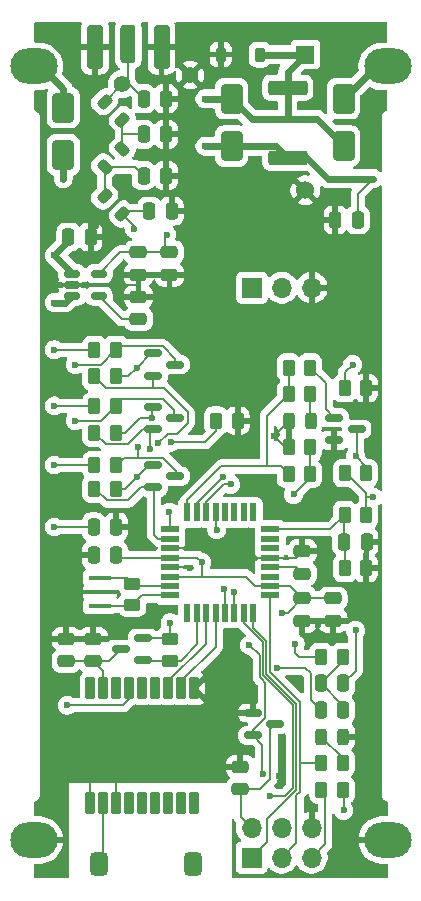
<source format=gbr>
%TF.GenerationSoftware,KiCad,Pcbnew,9.0.0*%
%TF.CreationDate,2025-06-23T21:15:42-05:00*%
%TF.ProjectId,ptSolar,7074536f-6c61-4722-9e6b-696361645f70,rev?*%
%TF.SameCoordinates,Original*%
%TF.FileFunction,Copper,L1,Top*%
%TF.FilePolarity,Positive*%
%FSLAX46Y46*%
G04 Gerber Fmt 4.6, Leading zero omitted, Abs format (unit mm)*
G04 Created by KiCad (PCBNEW 9.0.0) date 2025-06-23 21:15:42*
%MOMM*%
%LPD*%
G01*
G04 APERTURE LIST*
G04 Aperture macros list*
%AMRoundRect*
0 Rectangle with rounded corners*
0 $1 Rounding radius*
0 $2 $3 $4 $5 $6 $7 $8 $9 X,Y pos of 4 corners*
0 Add a 4 corners polygon primitive as box body*
4,1,4,$2,$3,$4,$5,$6,$7,$8,$9,$2,$3,0*
0 Add four circle primitives for the rounded corners*
1,1,$1+$1,$2,$3*
1,1,$1+$1,$4,$5*
1,1,$1+$1,$6,$7*
1,1,$1+$1,$8,$9*
0 Add four rect primitives between the rounded corners*
20,1,$1+$1,$2,$3,$4,$5,0*
20,1,$1+$1,$4,$5,$6,$7,0*
20,1,$1+$1,$6,$7,$8,$9,0*
20,1,$1+$1,$8,$9,$2,$3,0*%
G04 Aperture macros list end*
%TA.AperFunction,SMDPad,CuDef*%
%ADD10RoundRect,0.250000X0.262500X0.450000X-0.262500X0.450000X-0.262500X-0.450000X0.262500X-0.450000X0*%
%TD*%
%TA.AperFunction,ComponentPad*%
%ADD11O,4.000000X3.000000*%
%TD*%
%TA.AperFunction,SMDPad,CuDef*%
%ADD12RoundRect,0.375000X0.375000X0.625000X-0.375000X0.625000X-0.375000X-0.625000X0.375000X-0.625000X0*%
%TD*%
%TA.AperFunction,SMDPad,CuDef*%
%ADD13RoundRect,0.250000X-0.262500X-0.450000X0.262500X-0.450000X0.262500X0.450000X-0.262500X0.450000X0*%
%TD*%
%TA.AperFunction,SMDPad,CuDef*%
%ADD14RoundRect,0.250000X0.475000X-0.250000X0.475000X0.250000X-0.475000X0.250000X-0.475000X-0.250000X0*%
%TD*%
%TA.AperFunction,SMDPad,CuDef*%
%ADD15RoundRect,0.243750X-0.243750X-0.456250X0.243750X-0.456250X0.243750X0.456250X-0.243750X0.456250X0*%
%TD*%
%TA.AperFunction,SMDPad,CuDef*%
%ADD16RoundRect,0.250000X-1.425000X0.362500X-1.425000X-0.362500X1.425000X-0.362500X1.425000X0.362500X0*%
%TD*%
%TA.AperFunction,SMDPad,CuDef*%
%ADD17RoundRect,0.250000X0.250000X0.475000X-0.250000X0.475000X-0.250000X-0.475000X0.250000X-0.475000X0*%
%TD*%
%TA.AperFunction,ComponentPad*%
%ADD18C,1.400000*%
%TD*%
%TA.AperFunction,SMDPad,CuDef*%
%ADD19RoundRect,0.150000X-0.587500X-0.150000X0.587500X-0.150000X0.587500X0.150000X-0.587500X0.150000X0*%
%TD*%
%TA.AperFunction,SMDPad,CuDef*%
%ADD20R,1.600000X0.550000*%
%TD*%
%TA.AperFunction,SMDPad,CuDef*%
%ADD21R,0.550000X1.600000*%
%TD*%
%TA.AperFunction,SMDPad,CuDef*%
%ADD22RoundRect,0.150000X-0.512500X-0.150000X0.512500X-0.150000X0.512500X0.150000X-0.512500X0.150000X0*%
%TD*%
%TA.AperFunction,SMDPad,CuDef*%
%ADD23RoundRect,0.250000X-0.250000X-0.475000X0.250000X-0.475000X0.250000X0.475000X-0.250000X0.475000X0*%
%TD*%
%TA.AperFunction,SMDPad,CuDef*%
%ADD24RoundRect,0.250000X-0.475000X0.250000X-0.475000X-0.250000X0.475000X-0.250000X0.475000X0.250000X0*%
%TD*%
%TA.AperFunction,SMDPad,CuDef*%
%ADD25RoundRect,0.225000X0.225000X0.375000X-0.225000X0.375000X-0.225000X-0.375000X0.225000X-0.375000X0*%
%TD*%
%TA.AperFunction,SMDPad,CuDef*%
%ADD26RoundRect,0.150000X0.587500X0.150000X-0.587500X0.150000X-0.587500X-0.150000X0.587500X-0.150000X0*%
%TD*%
%TA.AperFunction,SMDPad,CuDef*%
%ADD27RoundRect,0.080000X0.320000X-0.820000X0.320000X0.820000X-0.320000X0.820000X-0.320000X-0.820000X0*%
%TD*%
%TA.AperFunction,SMDPad,CuDef*%
%ADD28RoundRect,0.218750X0.114905X-0.424264X0.424264X-0.114905X-0.114905X0.424264X-0.424264X0.114905X0*%
%TD*%
%TA.AperFunction,SMDPad,CuDef*%
%ADD29RoundRect,0.250000X-0.450000X0.262500X-0.450000X-0.262500X0.450000X-0.262500X0.450000X0.262500X0*%
%TD*%
%TA.AperFunction,SMDPad,CuDef*%
%ADD30RoundRect,0.250000X0.650000X-1.000000X0.650000X1.000000X-0.650000X1.000000X-0.650000X-1.000000X0*%
%TD*%
%TA.AperFunction,SMDPad,CuDef*%
%ADD31RoundRect,0.218750X0.424264X0.114905X0.114905X0.424264X-0.424264X-0.114905X-0.114905X-0.424264X0*%
%TD*%
%TA.AperFunction,SMDPad,CuDef*%
%ADD32RoundRect,0.250000X0.385000X1.350000X-0.385000X1.350000X-0.385000X-1.350000X0.385000X-1.350000X0*%
%TD*%
%TA.AperFunction,SMDPad,CuDef*%
%ADD33RoundRect,0.250000X0.425000X1.600000X-0.425000X1.600000X-0.425000X-1.600000X0.425000X-1.600000X0*%
%TD*%
%TA.AperFunction,SMDPad,CuDef*%
%ADD34R,1.900000X0.400000*%
%TD*%
%TA.AperFunction,ComponentPad*%
%ADD35R,1.700000X1.700000*%
%TD*%
%TA.AperFunction,ComponentPad*%
%ADD36O,1.700000X1.700000*%
%TD*%
%TA.AperFunction,SMDPad,CuDef*%
%ADD37RoundRect,0.243750X0.243750X0.456250X-0.243750X0.456250X-0.243750X-0.456250X0.243750X-0.456250X0*%
%TD*%
%TA.AperFunction,ComponentPad*%
%ADD38R,1.524000X1.524000*%
%TD*%
%TA.AperFunction,ComponentPad*%
%ADD39C,1.524000*%
%TD*%
%TA.AperFunction,ViaPad*%
%ADD40C,0.600000*%
%TD*%
%TA.AperFunction,Conductor*%
%ADD41C,0.200000*%
%TD*%
%TA.AperFunction,Conductor*%
%ADD42C,0.600000*%
%TD*%
G04 APERTURE END LIST*
D10*
%TO.P,R20,1*%
%TO.N,Net-(C15-Pad2)*%
X160662500Y-106500000D03*
%TO.P,R20,2*%
%TO.N,XMIT-PTT*%
X158837500Y-106500000D03*
%TD*%
D11*
%TO.P,PV1,1,V+*%
%TO.N,Net-(D1-A)*%
X137250000Y-72000000D03*
%TO.P,PV1,2,V-*%
%TO.N,GND*%
X137250000Y-137500000D03*
%TD*%
D12*
%TO.P,ANT1,1,RF*%
%TO.N,Net-(ANT1-RF)*%
X142750000Y-139500000D03*
%TO.P,ANT1,2*%
%TO.N,N/C*%
X150750000Y-139500000D03*
%TD*%
D13*
%TO.P,R17,1*%
%TO.N,XMIT-PTT*%
X158837500Y-97500000D03*
%TO.P,R17,2*%
%TO.N,Net-(Q4-B)*%
X160662500Y-97500000D03*
%TD*%
D10*
%TO.P,R7,1*%
%TO.N,+3.3V*%
X163432500Y-133250000D03*
%TO.P,R7,2*%
%TO.N,RESET*%
X161607500Y-133250000D03*
%TD*%
D13*
%TO.P,R12,1*%
%TO.N,XMIT-TX*%
X142385974Y-103001526D03*
%TO.P,R12,2*%
%TO.N,+3.3V*%
X144210974Y-103001526D03*
%TD*%
D14*
%TO.P,C7,1*%
%TO.N,Net-(U1-BP)*%
X146125000Y-93400000D03*
%TO.P,C7,2*%
%TO.N,GND*%
X146125000Y-91500000D03*
%TD*%
D15*
%TO.P,D5,1,K*%
%TO.N,GND*%
X158832500Y-102000000D03*
%TO.P,D5,2,A*%
%TO.N,Net-(D5-A)*%
X160707500Y-102000000D03*
%TD*%
D16*
%TO.P,R1,1*%
%TO.N,Net-(D1-K)*%
X158750000Y-73810000D03*
%TO.P,R1,2*%
%TO.N,+BATT*%
X158750000Y-79735000D03*
%TD*%
D13*
%TO.P,R10,1*%
%TO.N,XMIT-POWERSAVE*%
X142385974Y-107753052D03*
%TO.P,R10,2*%
%TO.N,+3.3V*%
X144210974Y-107753052D03*
%TD*%
D17*
%TO.P,C16,1*%
%TO.N,GND*%
X148950000Y-84250000D03*
%TO.P,C16,2*%
%TO.N,Net-(U3-ANTENNA)*%
X147050000Y-84250000D03*
%TD*%
%TO.P,C14,1*%
%TO.N,Net-(C14-Pad1)*%
X163450000Y-126500000D03*
%TO.P,C14,2*%
%TO.N,Net-(U3-MIC-IN)*%
X161550000Y-126500000D03*
%TD*%
D13*
%TO.P,R21,1*%
%TO.N,GND*%
X158837500Y-104250000D03*
%TO.P,R21,2*%
%TO.N,Net-(C15-Pad2)*%
X160662500Y-104250000D03*
%TD*%
D18*
%TO.P,ANT2b1,1,Pin_1*%
%TO.N,GND*%
X150500000Y-72750000D03*
%TD*%
D19*
%TO.P,Q2,1,G*%
%TO.N,+3.3V*%
X147375000Y-100801526D03*
%TO.P,Q2,2,S*%
%TO.N,XMIT-TX*%
X147375000Y-102701526D03*
%TO.P,Q2,3,D*%
%TO.N,Net-(Q2-D)*%
X149250000Y-101751526D03*
%TD*%
D20*
%TO.P,U2,1,PD3*%
%TO.N,XMIT-TX-AUDIO*%
X148800000Y-111200000D03*
%TO.P,U2,2,PD4*%
%TO.N,XMIT-POWERSAVE*%
X148800000Y-112000000D03*
%TO.P,U2,3,GND*%
%TO.N,GND*%
X148800000Y-112800000D03*
%TO.P,U2,4,VCC*%
%TO.N,+3.3V*%
X148800000Y-113600000D03*
%TO.P,U2,5,GND*%
%TO.N,GND*%
X148800000Y-114400000D03*
%TO.P,U2,6,VCC*%
%TO.N,+3.3V*%
X148800000Y-115200000D03*
%TO.P,U2,7,XTAL1/PB6*%
%TO.N,Net-(U2-XTAL1{slash}PB6)*%
X148800000Y-116000000D03*
%TO.P,U2,8,XTAL2/PB7*%
%TO.N,Net-(U2-XTAL2{slash}PB7)*%
X148800000Y-116800000D03*
D21*
%TO.P,U2,9,PD5*%
%TO.N,unconnected-(U2-PD5-Pad9)*%
X150250000Y-118250000D03*
%TO.P,U2,10,PD6*%
%TO.N,GPS-EN*%
X151050000Y-118250000D03*
%TO.P,U2,11,PD7*%
%TO.N,GPS-TX*%
X151850000Y-118250000D03*
%TO.P,U2,12,PB0*%
%TO.N,GPS-RX*%
X152650000Y-118250000D03*
%TO.P,U2,13,PB1*%
%TO.N,XMIT-TX*%
X153450000Y-118250000D03*
%TO.P,U2,14,PB2*%
%TO.N,XMIT-RX*%
X154250000Y-118250000D03*
%TO.P,U2,15,PB3*%
%TO.N,MOSI*%
X155050000Y-118250000D03*
%TO.P,U2,16,PB4*%
%TO.N,MISO*%
X155850000Y-118250000D03*
D20*
%TO.P,U2,17,PB5*%
%TO.N,SCK*%
X157300000Y-116800000D03*
%TO.P,U2,18,AVCC*%
%TO.N,+3.3V*%
X157300000Y-116000000D03*
%TO.P,U2,19,ADC6*%
%TO.N,unconnected-(U2-ADC6-Pad19)*%
X157300000Y-115200000D03*
%TO.P,U2,20,AREF*%
%TO.N,Net-(U2-AREF)*%
X157300000Y-114400000D03*
%TO.P,U2,21,GND*%
%TO.N,GND*%
X157300000Y-113600000D03*
%TO.P,U2,22,ADC7*%
%TO.N,unconnected-(U2-ADC7-Pad22)*%
X157300000Y-112800000D03*
%TO.P,U2,23,PC0*%
%TO.N,unconnected-(U2-PC0-Pad23)*%
X157300000Y-112000000D03*
%TO.P,U2,24,PC1*%
%TO.N,BATT-SENSE*%
X157300000Y-111200000D03*
D21*
%TO.P,U2,25,PC2*%
%TO.N,unconnected-(U2-PC2-Pad25)*%
X155850000Y-109750000D03*
%TO.P,U2,26,PC3*%
%TO.N,unconnected-(U2-PC3-Pad26)*%
X155050000Y-109750000D03*
%TO.P,U2,27,PC4*%
%TO.N,SDA*%
X154250000Y-109750000D03*
%TO.P,U2,28,PC5*%
%TO.N,SCL*%
X153450000Y-109750000D03*
%TO.P,U2,29,~{RESET}/PC6*%
%TO.N,RESET*%
X152650000Y-109750000D03*
%TO.P,U2,30,PD0*%
%TO.N,Net-(J2-Pin_1)*%
X151850000Y-109750000D03*
%TO.P,U2,31,PD1*%
%TO.N,Net-(J2-Pin_2)*%
X151050000Y-109750000D03*
%TO.P,U2,32,PD2*%
%TO.N,XMIT-PTT*%
X150250000Y-109750000D03*
%TD*%
D10*
%TO.P,R11,1*%
%TO.N,Net-(Q1-D)*%
X144210974Y-105753052D03*
%TO.P,R11,2*%
%TO.N,+BATT*%
X142385974Y-105753052D03*
%TD*%
D22*
%TO.P,U1,1,IN*%
%TO.N,+BATT*%
X140487500Y-89550000D03*
%TO.P,U1,2,GND*%
%TO.N,GND*%
X140487500Y-90500000D03*
%TO.P,U1,3,EN*%
%TO.N,+BATT*%
X140487500Y-91450000D03*
%TO.P,U1,4,BP*%
%TO.N,Net-(U1-BP)*%
X142762500Y-91450000D03*
%TO.P,U1,5,OUT*%
%TO.N,+3.3V*%
X142762500Y-89550000D03*
%TD*%
D23*
%TO.P,C2,1*%
%TO.N,BATT-SENSE*%
X163530000Y-112250000D03*
%TO.P,C2,2*%
%TO.N,GND*%
X165430000Y-112250000D03*
%TD*%
D24*
%TO.P,C11,1*%
%TO.N,+3.3V*%
X160000000Y-117050000D03*
%TO.P,C11,2*%
%TO.N,GND*%
X160000000Y-118950000D03*
%TD*%
D10*
%TO.P,R22,1*%
%TO.N,GND*%
X154512500Y-102000000D03*
%TO.P,R22,2*%
%TO.N,Net-(Q1-D)*%
X152687500Y-102000000D03*
%TD*%
D24*
%TO.P,C12,1*%
%TO.N,+3.3V*%
X162600000Y-117050000D03*
%TO.P,C12,2*%
%TO.N,GND*%
X162600000Y-118950000D03*
%TD*%
D25*
%TO.P,D3,1,K*%
%TO.N,Net-(D1-K)*%
X156400000Y-71000000D03*
%TO.P,D3,2,A*%
%TO.N,GND*%
X153100000Y-71000000D03*
%TD*%
D19*
%TO.P,U5,1,Gnd*%
%TO.N,GND*%
X155825000Y-126750000D03*
%TO.P,U5,2,/Reset*%
%TO.N,RESET*%
X155825000Y-128650000D03*
%TO.P,U5,3,Vcc*%
%TO.N,+BATT*%
X157700000Y-127700000D03*
%TD*%
D14*
%TO.P,C5,1*%
%TO.N,+BATT*%
X154750000Y-133200000D03*
%TO.P,C5,2*%
%TO.N,GND*%
X154750000Y-131300000D03*
%TD*%
D26*
%TO.P,Q5,1,G*%
%TO.N,GPS-EN*%
X146500000Y-122300000D03*
%TO.P,Q5,2,S*%
%TO.N,+3.3V*%
X146500000Y-120400000D03*
%TO.P,Q5,3,D*%
%TO.N,Net-(Q5-D)*%
X144625000Y-121350000D03*
%TD*%
D17*
%TO.P,C10,1*%
%TO.N,+3.3V*%
X144250000Y-113400000D03*
%TO.P,C10,2*%
%TO.N,GND*%
X142350000Y-113400000D03*
%TD*%
D13*
%TO.P,R2,1*%
%TO.N,BATT-SENSE*%
X163587500Y-109970000D03*
%TO.P,R2,2*%
%TO.N,+BATT*%
X165412500Y-109970000D03*
%TD*%
D24*
%TO.P,C8,1*%
%TO.N,+3.3V*%
X146125000Y-87750000D03*
%TO.P,C8,2*%
%TO.N,GND*%
X146125000Y-89650000D03*
%TD*%
D27*
%TO.P,U4,1,GND*%
%TO.N,GND*%
X150850000Y-124650000D03*
%TO.P,U4,2,TXD*%
%TO.N,GPS-RX*%
X149750000Y-124650000D03*
%TO.P,U4,3,RXD*%
%TO.N,GPS-TX*%
X148650000Y-124650000D03*
%TO.P,U4,4,1PPS*%
%TO.N,unconnected-(U4-1PPS-Pad4)*%
X147550000Y-124650000D03*
%TO.P,U4,5,ON/OFF*%
%TO.N,unconnected-(U4-ON{slash}OFF-Pad5)*%
X146450000Y-124650000D03*
%TO.P,U4,6,VBATT*%
%TO.N,+3.3V*%
X145350000Y-124650000D03*
%TO.P,U4,7,NC*%
%TO.N,unconnected-(U4-NC-Pad7)*%
X144250000Y-124650000D03*
%TO.P,U4,8,VCC*%
%TO.N,Net-(Q5-D)*%
X143150000Y-124650000D03*
%TO.P,U4,9,NRESET*%
%TO.N,unconnected-(U4-NRESET-Pad9)*%
X142050000Y-124650000D03*
%TO.P,U4,10,GND*%
%TO.N,GND*%
X142050000Y-134350000D03*
%TO.P,U4,11,RF_IN*%
%TO.N,Net-(ANT1-RF)*%
X143150000Y-134350000D03*
%TO.P,U4,12,GND*%
%TO.N,GND*%
X144250000Y-134350000D03*
%TO.P,U4,13,NC*%
%TO.N,unconnected-(U4-NC-Pad13)*%
X145350000Y-134350000D03*
%TO.P,U4,14,VCC_RF*%
%TO.N,unconnected-(U4-VCC_RF-Pad14)*%
X146450000Y-134350000D03*
%TO.P,U4,15,RESERVED*%
%TO.N,unconnected-(U4-RESERVED-Pad15)*%
X147550000Y-134350000D03*
%TO.P,U4,16,SDA*%
%TO.N,unconnected-(U4-SDA-Pad16)*%
X148650000Y-134350000D03*
%TO.P,U4,17,SCL*%
%TO.N,unconnected-(U4-SCL-Pad17)*%
X149750000Y-134350000D03*
%TO.P,U4,18,RESERVED*%
%TO.N,unconnected-(U4-RESERVED-Pad18)*%
X150850000Y-134350000D03*
%TD*%
D28*
%TO.P,L2,1,1*%
%TO.N,Net-(C17-Pad2)*%
X143248699Y-80501301D03*
%TO.P,L2,2,2*%
%TO.N,Net-(C18-Pad2)*%
X144751301Y-78998699D03*
%TD*%
D11*
%TO.P,PV2,1,V+*%
%TO.N,Net-(D2-A)*%
X167250000Y-72000000D03*
%TO.P,PV2,2,V-*%
%TO.N,GND*%
X167250000Y-137500000D03*
%TD*%
D29*
%TO.P,R23,1*%
%TO.N,+3.3V*%
X148800000Y-120487500D03*
%TO.P,R23,2*%
%TO.N,GPS-EN*%
X148800000Y-122312500D03*
%TD*%
D18*
%TO.P,ANT2a1,1,Pin_1*%
%TO.N,Net-(ANT2-In)*%
X144750000Y-73500000D03*
%TD*%
D17*
%TO.P,C18,1*%
%TO.N,GND*%
X148450000Y-77750000D03*
%TO.P,C18,2*%
%TO.N,Net-(C18-Pad2)*%
X146550000Y-77750000D03*
%TD*%
D29*
%TO.P,R6,1*%
%TO.N,Net-(U2-XTAL1{slash}PB6)*%
X145600000Y-115787500D03*
%TO.P,R6,2*%
%TO.N,Net-(U2-XTAL2{slash}PB7)*%
X145600000Y-117612500D03*
%TD*%
D30*
%TO.P,D1,1,K*%
%TO.N,Net-(D1-K)*%
X139750000Y-79500000D03*
%TO.P,D1,2,A*%
%TO.N,Net-(D1-A)*%
X139750000Y-75500000D03*
%TD*%
D17*
%TO.P,C19,1*%
%TO.N,GND*%
X148450000Y-74750000D03*
%TO.P,C19,2*%
%TO.N,Net-(ANT2-In)*%
X146550000Y-74750000D03*
%TD*%
D13*
%TO.P,R4,1*%
%TO.N,XMIT-PTT*%
X158837500Y-99727500D03*
%TO.P,R4,2*%
%TO.N,Net-(D5-A)*%
X160662500Y-99727500D03*
%TD*%
D10*
%TO.P,R3,1*%
%TO.N,GND*%
X165412500Y-114500000D03*
%TO.P,R3,2*%
%TO.N,BATT-SENSE*%
X163587500Y-114500000D03*
%TD*%
%TO.P,R19,1*%
%TO.N,GND*%
X165412500Y-99250000D03*
%TO.P,R19,2*%
%TO.N,Net-(U3-HIGH{slash}LOW)*%
X163587500Y-99250000D03*
%TD*%
D24*
%TO.P,C9,1*%
%TO.N,+3.3V*%
X148750000Y-87750000D03*
%TO.P,C9,2*%
%TO.N,GND*%
X148750000Y-89650000D03*
%TD*%
D14*
%TO.P,C13,1*%
%TO.N,Net-(U2-AREF)*%
X160000000Y-114950000D03*
%TO.P,C13,2*%
%TO.N,GND*%
X160000000Y-113050000D03*
%TD*%
D19*
%TO.P,Q4,1,B*%
%TO.N,Net-(Q4-B)*%
X162712500Y-101756250D03*
%TO.P,Q4,2,E*%
%TO.N,GND*%
X162712500Y-103656250D03*
%TO.P,Q4,3,C*%
%TO.N,Net-(Q4-C)*%
X164587500Y-102706250D03*
%TD*%
D23*
%TO.P,C6,1*%
%TO.N,+BATT*%
X140175000Y-86450000D03*
%TO.P,C6,2*%
%TO.N,GND*%
X142075000Y-86450000D03*
%TD*%
%TO.P,C15,1*%
%TO.N,Net-(C14-Pad1)*%
X161550000Y-124250000D03*
%TO.P,C15,2*%
%TO.N,Net-(C15-Pad2)*%
X163450000Y-124250000D03*
%TD*%
D10*
%TO.P,R13,1*%
%TO.N,Net-(Q2-D)*%
X144210974Y-100751526D03*
%TO.P,R13,2*%
%TO.N,+BATT*%
X142385974Y-100751526D03*
%TD*%
D31*
%TO.P,L1,1,1*%
%TO.N,Net-(U3-ANTENNA)*%
X144751301Y-84501301D03*
%TO.P,L1,2,2*%
%TO.N,Net-(C17-Pad2)*%
X143248699Y-82998699D03*
%TD*%
D32*
%TO.P,ANT2,1,In*%
%TO.N,Net-(ANT2-In)*%
X145250000Y-70100000D03*
D33*
%TO.P,ANT2,2,Ext*%
%TO.N,GND*%
X142425000Y-70350000D03*
X148075000Y-70350000D03*
%TD*%
D14*
%TO.P,C21,1*%
%TO.N,Net-(Q5-D)*%
X140000000Y-122350000D03*
%TO.P,C21,2*%
%TO.N,GND*%
X140000000Y-120450000D03*
%TD*%
D34*
%TO.P,Y1,1,1*%
%TO.N,Net-(U2-XTAL2{slash}PB7)*%
X142850000Y-117700000D03*
%TO.P,Y1,2,2*%
%TO.N,GND*%
X142850000Y-116500000D03*
%TO.P,Y1,3,3*%
%TO.N,Net-(U2-XTAL1{slash}PB6)*%
X142850000Y-115300000D03*
%TD*%
D31*
%TO.P,L3,1,1*%
%TO.N,Net-(C18-Pad2)*%
X144751301Y-76501301D03*
%TO.P,L3,2,2*%
%TO.N,Net-(ANT2-In)*%
X143248699Y-74998699D03*
%TD*%
D17*
%TO.P,C4,1*%
%TO.N,+BATT*%
X164700000Y-85000000D03*
%TO.P,C4,2*%
%TO.N,GND*%
X162800000Y-85000000D03*
%TD*%
D13*
%TO.P,R5,1*%
%TO.N,SCK*%
X161607500Y-131000000D03*
%TO.P,R5,2*%
%TO.N,Net-(D6-A)*%
X163432500Y-131000000D03*
%TD*%
D35*
%TO.P,J1,1,Pin_1*%
%TO.N,MISO*%
X155700000Y-139000000D03*
D36*
%TO.P,J1,2,Pin_2*%
%TO.N,+BATT*%
X155700000Y-136460000D03*
%TO.P,J1,3,Pin_3*%
%TO.N,SCK*%
X158240000Y-139000000D03*
%TO.P,J1,4,Pin_4*%
%TO.N,MOSI*%
X158240000Y-136460000D03*
%TO.P,J1,5,Pin_5*%
%TO.N,RESET*%
X160780000Y-139000000D03*
%TO.P,J1,6,Pin_6*%
%TO.N,GND*%
X160780000Y-136460000D03*
%TD*%
D37*
%TO.P,D6,1,K*%
%TO.N,GND*%
X163477500Y-128750000D03*
%TO.P,D6,2,A*%
%TO.N,Net-(D6-A)*%
X161602500Y-128750000D03*
%TD*%
D13*
%TO.P,R16,1*%
%TO.N,XMIT-TX-AUDIO*%
X161587500Y-122000000D03*
%TO.P,R16,2*%
%TO.N,Net-(C14-Pad1)*%
X163412500Y-122000000D03*
%TD*%
D30*
%TO.P,D2,1,K*%
%TO.N,Net-(D1-K)*%
X163500000Y-78750000D03*
%TO.P,D2,2,A*%
%TO.N,Net-(D2-A)*%
X163500000Y-74750000D03*
%TD*%
D13*
%TO.P,R14,1*%
%TO.N,XMIT-RX*%
X142385974Y-98250000D03*
%TO.P,R14,2*%
%TO.N,+3.3V*%
X144210974Y-98250000D03*
%TD*%
D19*
%TO.P,Q3,1,G*%
%TO.N,+3.3V*%
X147375000Y-96300000D03*
%TO.P,Q3,2,S*%
%TO.N,XMIT-RX*%
X147375000Y-98200000D03*
%TO.P,Q3,3,D*%
%TO.N,Net-(Q3-D)*%
X149250000Y-97250000D03*
%TD*%
D10*
%TO.P,R18,1*%
%TO.N,Net-(Q4-C)*%
X165412500Y-106456250D03*
%TO.P,R18,2*%
%TO.N,+BATT*%
X163587500Y-106456250D03*
%TD*%
D23*
%TO.P,C3,1*%
%TO.N,+BATT*%
X142328474Y-111000000D03*
%TO.P,C3,2*%
%TO.N,GND*%
X144228474Y-111000000D03*
%TD*%
D30*
%TO.P,D4,1,K*%
%TO.N,+BATT*%
X154000000Y-78750000D03*
%TO.P,D4,2,A*%
%TO.N,Net-(D1-K)*%
X154000000Y-74750000D03*
%TD*%
D35*
%TO.P,J2,1,Pin_1*%
%TO.N,Net-(J2-Pin_1)*%
X155720000Y-90740000D03*
D36*
%TO.P,J2,2,Pin_2*%
%TO.N,Net-(J2-Pin_2)*%
X158260000Y-90740000D03*
%TO.P,J2,3,Pin_3*%
%TO.N,GND*%
X160800000Y-90740000D03*
%TD*%
D19*
%TO.P,Q1,1,G*%
%TO.N,+3.3V*%
X147375000Y-105753052D03*
%TO.P,Q1,2,S*%
%TO.N,XMIT-POWERSAVE*%
X147375000Y-107653052D03*
%TO.P,Q1,3,D*%
%TO.N,Net-(Q1-D)*%
X149250000Y-106703052D03*
%TD*%
D17*
%TO.P,C17,1*%
%TO.N,GND*%
X148450000Y-81250000D03*
%TO.P,C17,2*%
%TO.N,Net-(C17-Pad2)*%
X146550000Y-81250000D03*
%TD*%
D10*
%TO.P,R15,1*%
%TO.N,Net-(Q3-D)*%
X144210974Y-96000000D03*
%TO.P,R15,2*%
%TO.N,+BATT*%
X142385974Y-96000000D03*
%TD*%
D14*
%TO.P,C20,1*%
%TO.N,Net-(Q5-D)*%
X142300000Y-122350000D03*
%TO.P,C20,2*%
%TO.N,GND*%
X142300000Y-120450000D03*
%TD*%
D38*
%TO.P,C1,1*%
%TO.N,Net-(D1-K)*%
X160250000Y-71000000D03*
D39*
%TO.P,C1,2*%
%TO.N,GND*%
X160250000Y-82500000D03*
%TD*%
D40*
%TO.N,+BATT*%
X139000000Y-105750000D03*
X139000000Y-96000000D03*
X151750000Y-78750000D03*
X166000000Y-81500000D03*
X139000000Y-100750000D03*
X166000000Y-108500000D03*
X139000000Y-111000000D03*
X139000000Y-92000000D03*
X139000000Y-88000000D03*
%TO.N,GND*%
X151000000Y-85000000D03*
X151000000Y-81500000D03*
X142500000Y-85500000D03*
X165250000Y-69000000D03*
X161300000Y-119300000D03*
X147000000Y-118900000D03*
X152900000Y-132300000D03*
X140750000Y-94000000D03*
X139750000Y-69000000D03*
X165750000Y-77000000D03*
X144250000Y-90500000D03*
X151250000Y-92500000D03*
X157600000Y-103300000D03*
X151750000Y-69000000D03*
X151250000Y-89750000D03*
X160000000Y-109500000D03*
X157750000Y-109500000D03*
X162750000Y-96360000D03*
X155250000Y-113250000D03*
X150500000Y-114500000D03*
X164500000Y-93250000D03*
X151000000Y-76750000D03*
X158000000Y-132100000D03*
X138700000Y-119400000D03*
X150500000Y-112750000D03*
X139000000Y-113750000D03*
X153000000Y-123250000D03*
X159400000Y-123800000D03*
%TO.N,MOSI*%
X157250000Y-133750000D03*
%TO.N,RESET*%
X156650000Y-131900000D03*
X152750000Y-111250000D03*
X155500000Y-121000000D03*
%TO.N,+3.3V*%
X140100000Y-126100000D03*
X148800000Y-119100000D03*
X163500000Y-135000000D03*
X151500000Y-114000000D03*
X158250000Y-118250000D03*
X148531250Y-86250000D03*
X146000000Y-106750000D03*
X146000000Y-97500000D03*
X147300000Y-101768750D03*
%TO.N,Net-(D1-K)*%
X139750000Y-81500000D03*
X151750000Y-74750000D03*
%TO.N,Net-(J2-Pin_2)*%
X153250000Y-106750000D03*
%TO.N,Net-(Q1-D)*%
X148912766Y-103814237D03*
X146100000Y-104200000D03*
%TO.N,Net-(Q3-D)*%
X140750000Y-97250000D03*
%TO.N,XMIT-TX*%
X147100000Y-104400000D03*
X153350000Y-116250000D03*
%TO.N,Net-(U3-MIC-IN)*%
X157850000Y-122900000D03*
%TO.N,Net-(U3-ANTENNA)*%
X145750000Y-85750000D03*
%TO.N,Net-(J2-Pin_1)*%
X153925735Y-107400000D03*
%TO.N,Net-(Q2-D)*%
X140750000Y-102000000D03*
%TO.N,XMIT-RX*%
X154250000Y-116500000D03*
X147800000Y-103900000D03*
%TO.N,Net-(Q4-C)*%
X164500000Y-105000000D03*
%TO.N,Net-(U3-HIGH{slash}LOW)*%
X164250000Y-97250000D03*
%TO.N,Net-(C15-Pad2)*%
X159250000Y-108250000D03*
X164500000Y-119750000D03*
%TO.N,XMIT-TX-AUDIO*%
X148750000Y-109750000D03*
X159400000Y-120900000D03*
%TD*%
D41*
%TO.N,+BATT*%
X154750000Y-133200000D02*
X154800000Y-133250000D01*
X164700000Y-82800000D02*
X166000000Y-81500000D01*
X142385974Y-100751526D02*
X139001526Y-100751526D01*
X142550000Y-111000000D02*
X139000000Y-111000000D01*
X157300000Y-132300000D02*
X156400000Y-133200000D01*
D42*
X166000000Y-81500000D02*
X162190000Y-81500000D01*
X140175000Y-86825000D02*
X140175000Y-86450000D01*
X154000000Y-78750000D02*
X157765000Y-78750000D01*
X139937500Y-92000000D02*
X140487500Y-91450000D01*
X157765000Y-78750000D02*
X158750000Y-79735000D01*
D41*
X156400000Y-133200000D02*
X154750000Y-133200000D01*
X164700000Y-85000000D02*
X164700000Y-82800000D01*
X139003052Y-105753052D02*
X139000000Y-105750000D01*
X154800000Y-133250000D02*
X154800000Y-135560000D01*
D42*
X139000000Y-92000000D02*
X139937500Y-92000000D01*
X154000000Y-78750000D02*
X151750000Y-78750000D01*
D41*
X165412500Y-108500000D02*
X165412500Y-108162500D01*
D42*
X140487500Y-89487500D02*
X139000000Y-88000000D01*
D41*
X163706250Y-106456250D02*
X163587500Y-106456250D01*
X139001526Y-100751526D02*
X139000000Y-100750000D01*
X165412500Y-108162500D02*
X163706250Y-106456250D01*
D42*
X140487500Y-89550000D02*
X140487500Y-89487500D01*
X160425000Y-79735000D02*
X158750000Y-79735000D01*
D41*
X154800000Y-135560000D02*
X155700000Y-136460000D01*
X157700000Y-127700000D02*
X157300000Y-128100000D01*
X166000000Y-108500000D02*
X165412500Y-108500000D01*
X165412500Y-109970000D02*
X165412500Y-108500000D01*
X157300000Y-128100000D02*
X157300000Y-132300000D01*
D42*
X139000000Y-88000000D02*
X140175000Y-86825000D01*
D41*
X142337500Y-96000000D02*
X139000000Y-96000000D01*
X142462500Y-105753052D02*
X139003052Y-105753052D01*
D42*
X162190000Y-81500000D02*
X160425000Y-79735000D01*
D41*
%TO.N,GND*%
X158550000Y-104250000D02*
X157600000Y-103300000D01*
X165430000Y-112485000D02*
X165430000Y-112900000D01*
X163412500Y-128775000D02*
X163437500Y-128750000D01*
X150400000Y-114400000D02*
X150500000Y-114500000D01*
X159450000Y-113600000D02*
X160000000Y-113050000D01*
X146125000Y-89650000D02*
X148375000Y-89650000D01*
X144250000Y-130750000D02*
X144250000Y-134350000D01*
X165412500Y-112467500D02*
X165430000Y-112485000D01*
X146075000Y-90500000D02*
X146125000Y-90450000D01*
X142100000Y-132000000D02*
X142050000Y-132050000D01*
X142350000Y-113400000D02*
X139350000Y-113400000D01*
X150450000Y-112800000D02*
X150500000Y-112750000D01*
X165430000Y-112900000D02*
X165412500Y-112917500D01*
X148800000Y-114400000D02*
X150400000Y-114400000D01*
X140487500Y-90500000D02*
X144250000Y-90500000D01*
X146125000Y-90550000D02*
X146075000Y-90500000D01*
X158837500Y-104250000D02*
X158550000Y-104250000D01*
X146125000Y-91500000D02*
X146125000Y-90550000D01*
X146125000Y-90450000D02*
X146125000Y-89650000D01*
X144250000Y-90500000D02*
X146075000Y-90500000D01*
X142050000Y-134350000D02*
X142050000Y-132050000D01*
X148800000Y-112800000D02*
X150450000Y-112800000D01*
X157300000Y-113600000D02*
X159450000Y-113600000D01*
X157300000Y-113600000D02*
X155600000Y-113600000D01*
X158832500Y-102000000D02*
X158832500Y-102067500D01*
X139350000Y-113400000D02*
X139000000Y-113750000D01*
X155600000Y-113600000D02*
X155250000Y-113250000D01*
X158832500Y-102067500D02*
X157600000Y-103300000D01*
%TO.N,MOSI*%
X158550000Y-133750000D02*
X159200000Y-133100000D01*
X159200000Y-133100000D02*
X159200000Y-126100000D01*
X159200000Y-126100000D02*
X156670000Y-123570000D01*
X156670000Y-123570000D02*
X156670000Y-120745000D01*
X156670000Y-120745000D02*
X155050000Y-119125000D01*
X155050000Y-119125000D02*
X155050000Y-118250000D01*
X157250000Y-133750000D02*
X158550000Y-133750000D01*
%TO.N,RESET*%
X161587500Y-133250000D02*
X161930000Y-133592500D01*
X156863500Y-124175036D02*
X156863500Y-127157032D01*
X161930000Y-133592500D02*
X161930000Y-137850000D01*
X156379000Y-123690536D02*
X156549464Y-123861000D01*
X156650000Y-131900000D02*
X156600000Y-131850000D01*
X155500000Y-121000000D02*
X156379000Y-121879000D01*
X156600000Y-131850000D02*
X156600000Y-129425000D01*
X161930000Y-137850000D02*
X160780000Y-139000000D01*
X156379000Y-123449464D02*
X156379000Y-123690536D01*
X156600000Y-129425000D02*
X155825000Y-128650000D01*
X152650000Y-109750000D02*
X152650000Y-111150000D01*
X152650000Y-111150000D02*
X152750000Y-111250000D01*
X155825000Y-128195532D02*
X155825000Y-128650000D01*
X156549464Y-123861000D02*
X156863500Y-124175036D01*
X156379000Y-121879000D02*
X156379000Y-123449464D01*
X156863500Y-127157032D02*
X155825000Y-128195532D01*
%TO.N,MISO*%
X156960000Y-120624878D02*
X156960000Y-123410000D01*
X155850000Y-119514878D02*
X156960000Y-120624878D01*
X156960000Y-123410000D02*
X159500000Y-125950000D01*
X159500000Y-133250000D02*
X157000000Y-135750000D01*
X157000000Y-135750000D02*
X157000000Y-137700000D01*
X159500000Y-125950000D02*
X159500000Y-133250000D01*
X155850000Y-118250000D02*
X155850000Y-119514878D01*
X157000000Y-137700000D02*
X155700000Y-139000000D01*
%TO.N,+3.3V*%
X148800000Y-120487500D02*
X148800000Y-119100000D01*
X156025000Y-116000000D02*
X157300000Y-116000000D01*
X146231250Y-101768750D02*
X144998474Y-103001526D01*
X146000000Y-106750000D02*
X144996948Y-107753052D01*
X160000000Y-117050000D02*
X162600000Y-117050000D01*
X151100000Y-113600000D02*
X148800000Y-113600000D01*
X144996948Y-107753052D02*
X144287500Y-107753052D01*
X146996948Y-105753052D02*
X147342930Y-105753052D01*
X158800000Y-118250000D02*
X160000000Y-117050000D01*
X146500000Y-120400000D02*
X148712500Y-120400000D01*
X146125000Y-87750000D02*
X144562500Y-87750000D01*
X160000000Y-117050000D02*
X158950000Y-116000000D01*
X146000000Y-106750000D02*
X146996948Y-105753052D01*
X148375000Y-87750000D02*
X148375000Y-86406250D01*
X144998474Y-103001526D02*
X144210974Y-103001526D01*
X146125000Y-87750000D02*
X148375000Y-87750000D01*
X163500000Y-133337500D02*
X163412500Y-133250000D01*
X143325000Y-89550000D02*
X142762500Y-89550000D01*
X144562500Y-87750000D02*
X142762500Y-89550000D01*
X145350000Y-124650000D02*
X145350000Y-125550000D01*
X147300000Y-101768750D02*
X147300000Y-100865552D01*
X145250000Y-98250000D02*
X146000000Y-97500000D01*
X158250000Y-118250000D02*
X158800000Y-118250000D01*
X151500000Y-114000000D02*
X151500000Y-115200000D01*
X144162500Y-98250000D02*
X145250000Y-98250000D01*
X148712500Y-120400000D02*
X148800000Y-120487500D01*
X144210974Y-103001526D02*
X144210974Y-102764026D01*
X144800000Y-126100000D02*
X140100000Y-126100000D01*
X151500000Y-114000000D02*
X151100000Y-113600000D01*
X147300000Y-101768750D02*
X146231250Y-101768750D01*
X147200000Y-96300000D02*
X146000000Y-97500000D01*
X148375000Y-86406250D02*
X148531250Y-86250000D01*
X163500000Y-135000000D02*
X163500000Y-133337500D01*
X147300000Y-100865552D02*
X147235974Y-100801526D01*
X144450000Y-113600000D02*
X144250000Y-113400000D01*
X155225000Y-115200000D02*
X156025000Y-116000000D01*
X147342930Y-105753052D02*
X147390215Y-105800337D01*
X148800000Y-113600000D02*
X144450000Y-113600000D01*
X147375000Y-96300000D02*
X147200000Y-96300000D01*
X158950000Y-116000000D02*
X157300000Y-116000000D01*
X145350000Y-125550000D02*
X144800000Y-126100000D01*
X148800000Y-115200000D02*
X155225000Y-115200000D01*
D42*
%TO.N,Net-(D1-A)*%
X139750000Y-73900000D02*
X137850000Y-72000000D01*
X139750000Y-75500000D02*
X139750000Y-73900000D01*
D41*
%TO.N,BATT-SENSE*%
X163587500Y-114500000D02*
X163587500Y-112307500D01*
X163530000Y-112250000D02*
X163530000Y-110027500D01*
X162357500Y-111200000D02*
X163587500Y-109970000D01*
X157300000Y-111200000D02*
X162357500Y-111200000D01*
X163530000Y-110027500D02*
X163587500Y-109970000D01*
X163587500Y-112307500D02*
X163530000Y-112250000D01*
%TO.N,GPS-EN*%
X151050000Y-118250000D02*
X151050000Y-120950000D01*
X146612500Y-122312500D02*
X148800000Y-122312500D01*
X149687500Y-122312500D02*
X148800000Y-122312500D01*
X146500000Y-122300000D02*
X146600000Y-122300000D01*
X146600000Y-122300000D02*
X146612500Y-122312500D01*
X151050000Y-120950000D02*
X149687500Y-122312500D01*
%TO.N,GPS-RX*%
X152650000Y-118250000D02*
X152650000Y-121150000D01*
X149750000Y-124050000D02*
X149750000Y-124650000D01*
X152650000Y-121150000D02*
X149750000Y-124050000D01*
%TO.N,GPS-TX*%
X148650000Y-124068966D02*
X148650000Y-124650000D01*
X151850000Y-120868966D02*
X148650000Y-124068966D01*
X151850000Y-118250000D02*
X151850000Y-120868966D01*
%TO.N,Net-(C17-Pad2)*%
X143248699Y-80501301D02*
X143248699Y-82998699D01*
X145801301Y-80501301D02*
X143248699Y-80501301D01*
X146550000Y-81250000D02*
X145801301Y-80501301D01*
D42*
%TO.N,Net-(D2-A)*%
X163500000Y-74750000D02*
X166250000Y-72000000D01*
X166250000Y-72000000D02*
X166650000Y-72000000D01*
D41*
%TO.N,Net-(ANT1-RF)*%
X143000000Y-139000000D02*
X142500000Y-139500000D01*
X143150000Y-134350000D02*
X143150000Y-139100000D01*
X143150000Y-139100000D02*
X142750000Y-139500000D01*
%TO.N,Net-(ANT2-In)*%
X145300000Y-73500000D02*
X144750000Y-73500000D01*
X146550000Y-74750000D02*
X145300000Y-73500000D01*
X143248699Y-74998699D02*
X144747398Y-73500000D01*
X145250000Y-73000000D02*
X144750000Y-73500000D01*
X145250000Y-69750000D02*
X145250000Y-73000000D01*
X144747398Y-73500000D02*
X144750000Y-73500000D01*
%TO.N,Net-(C18-Pad2)*%
X144751301Y-77750000D02*
X144751301Y-78998699D01*
X146550000Y-77750000D02*
X144751301Y-77750000D01*
X144751301Y-76501301D02*
X144751301Y-77750000D01*
D42*
%TO.N,Net-(D1-K)*%
X158750000Y-72500000D02*
X160250000Y-71000000D01*
X151750000Y-74750000D02*
X154000000Y-74750000D01*
X158750000Y-76500000D02*
X155750000Y-76500000D01*
X163500000Y-78750000D02*
X161250000Y-76500000D01*
X161250000Y-76500000D02*
X158750000Y-76500000D01*
X155750000Y-76500000D02*
X154000000Y-74750000D01*
X158750000Y-73810000D02*
X158750000Y-76500000D01*
X160250000Y-71000000D02*
X156400000Y-71000000D01*
X139750000Y-79500000D02*
X139750000Y-81500000D01*
X158750000Y-73810000D02*
X158750000Y-72500000D01*
D41*
%TO.N,Net-(D6-A)*%
X161602500Y-128750000D02*
X163432500Y-130580000D01*
X163432500Y-130580000D02*
X163432500Y-131000000D01*
%TO.N,Net-(D5-A)*%
X160662500Y-101955000D02*
X160707500Y-102000000D01*
X160662500Y-99727500D02*
X160662500Y-101955000D01*
%TO.N,Net-(J2-Pin_2)*%
X151050000Y-108950000D02*
X151050000Y-109750000D01*
X153250000Y-106750000D02*
X151050000Y-108950000D01*
%TO.N,Net-(Q1-D)*%
X149312500Y-106250000D02*
X148215552Y-105153052D01*
X148215552Y-105153052D02*
X146750000Y-105153052D01*
X146100000Y-105153052D02*
X144887500Y-105153052D01*
X151785763Y-103814237D02*
X148912766Y-103814237D01*
X152687500Y-102912500D02*
X151785763Y-103814237D01*
X149312500Y-106703052D02*
X149312500Y-106250000D01*
X146750000Y-105153052D02*
X146100000Y-105153052D01*
X144887500Y-105153052D02*
X144287500Y-105753052D01*
X146100000Y-104200000D02*
X146100000Y-105153052D01*
X152687500Y-102000000D02*
X152687500Y-102912500D01*
%TO.N,Net-(Q3-D)*%
X144162500Y-96000000D02*
X144462500Y-95700000D01*
X148200000Y-95700000D02*
X149250000Y-96750000D01*
X140750000Y-97250000D02*
X142912500Y-97250000D01*
X149250000Y-96750000D02*
X149250000Y-97250000D01*
X144462500Y-95700000D02*
X148200000Y-95700000D01*
X142912500Y-97250000D02*
X144162500Y-96000000D01*
%TO.N,XMIT-TX*%
X143385974Y-104001526D02*
X142385974Y-103001526D01*
X147100000Y-102976526D02*
X147100000Y-104400000D01*
X153450000Y-116350000D02*
X153450000Y-118250000D01*
X147375000Y-102701526D02*
X146498474Y-102701526D01*
X147375000Y-102701526D02*
X147100000Y-102976526D01*
X146498474Y-102701526D02*
X145198474Y-104001526D01*
X145198474Y-104001526D02*
X143385974Y-104001526D01*
X153350000Y-116250000D02*
X153450000Y-116350000D01*
%TO.N,Net-(C14-Pad1)*%
X163450000Y-126150000D02*
X163450000Y-126500000D01*
X161550000Y-124250000D02*
X163450000Y-126150000D01*
X163412500Y-122387500D02*
X163412500Y-122000000D01*
X161550000Y-124250000D02*
X163412500Y-122387500D01*
%TO.N,Net-(U1-BP)*%
X144712500Y-93400000D02*
X142762500Y-91450000D01*
X146125000Y-93400000D02*
X144712500Y-93400000D01*
%TO.N,Net-(U2-AREF)*%
X157300000Y-114400000D02*
X159450000Y-114400000D01*
X159450000Y-114400000D02*
X160000000Y-114950000D01*
%TO.N,XMIT-POWERSAVE*%
X143462500Y-108753052D02*
X142462500Y-107753052D01*
X147800000Y-112000000D02*
X147437500Y-111637500D01*
X145275000Y-108753052D02*
X143462500Y-108753052D01*
X148800000Y-112000000D02*
X147800000Y-112000000D01*
X146375000Y-107653052D02*
X145275000Y-108753052D01*
X147437500Y-111637500D02*
X147437500Y-107653052D01*
X147437500Y-107653052D02*
X146375000Y-107653052D01*
%TO.N,Net-(U3-MIC-IN)*%
X160700000Y-123400000D02*
X160700000Y-125650000D01*
X160200000Y-122900000D02*
X160700000Y-123400000D01*
X157850000Y-122900000D02*
X160200000Y-122900000D01*
X160700000Y-125650000D02*
X161550000Y-126500000D01*
%TO.N,Net-(U3-ANTENNA)*%
X145750000Y-85500000D02*
X144751301Y-84501301D01*
X147050000Y-84250000D02*
X145002602Y-84250000D01*
X145750000Y-85750000D02*
X145750000Y-85500000D01*
X145002602Y-84250000D02*
X144751301Y-84501301D01*
%TO.N,Net-(J2-Pin_1)*%
X151850000Y-108875000D02*
X151850000Y-109750000D01*
X153325000Y-107400000D02*
X151850000Y-108875000D01*
X153925735Y-107400000D02*
X153325000Y-107400000D01*
%TO.N,Net-(Q2-D)*%
X144210974Y-100751526D02*
X144760974Y-100201526D01*
X144760974Y-100201526D02*
X148201526Y-100201526D01*
X144210974Y-100751526D02*
X142962500Y-102000000D01*
X142962500Y-102000000D02*
X140750000Y-102000000D01*
X148201526Y-100201526D02*
X149110974Y-101110974D01*
X149110974Y-101110974D02*
X149110974Y-101751526D01*
%TO.N,XMIT-RX*%
X148600000Y-103100000D02*
X149400000Y-103100000D01*
X147500000Y-99250000D02*
X143337500Y-99250000D01*
X147375000Y-99125000D02*
X147500000Y-99250000D01*
X143337500Y-99250000D02*
X142337500Y-98250000D01*
X147800000Y-103900000D02*
X148600000Y-103100000D01*
X150300000Y-101300000D02*
X148250000Y-99250000D01*
X148250000Y-99250000D02*
X147500000Y-99250000D01*
X154250000Y-116500000D02*
X154250000Y-118250000D01*
X149400000Y-103100000D02*
X150300000Y-102200000D01*
X150300000Y-102200000D02*
X150300000Y-101300000D01*
X147375000Y-98200000D02*
X147375000Y-99125000D01*
%TO.N,Net-(Q4-C)*%
X165412500Y-105912500D02*
X164500000Y-105000000D01*
X164587500Y-102706250D02*
X164587500Y-104912500D01*
X164587500Y-104912500D02*
X164500000Y-105000000D01*
X165412500Y-106456250D02*
X165412500Y-105912500D01*
%TO.N,Net-(Q4-B)*%
X160662500Y-97500000D02*
X162000000Y-98837500D01*
X162000000Y-101043750D02*
X162712500Y-101756250D01*
X162512500Y-101956250D02*
X162712500Y-101756250D01*
X162000000Y-98837500D02*
X162000000Y-101043750D01*
%TO.N,Net-(U2-XTAL1{slash}PB6)*%
X142850000Y-115300000D02*
X145112500Y-115300000D01*
X145812500Y-116000000D02*
X145600000Y-115787500D01*
X145112500Y-115300000D02*
X145600000Y-115787500D01*
X148800000Y-116000000D02*
X145812500Y-116000000D01*
%TO.N,Net-(U2-XTAL2{slash}PB7)*%
X142850000Y-117700000D02*
X145512500Y-117700000D01*
X145512500Y-117700000D02*
X145600000Y-117612500D01*
X146412500Y-116800000D02*
X145600000Y-117612500D01*
X148800000Y-116800000D02*
X146412500Y-116800000D01*
%TO.N,Net-(U3-HIGH{slash}LOW)*%
X163587500Y-97912500D02*
X164250000Y-97250000D01*
X163587500Y-99250000D02*
X163587500Y-97912500D01*
%TO.N,Net-(C15-Pad2)*%
X164500000Y-123200000D02*
X163450000Y-124250000D01*
X160662500Y-106500000D02*
X160662500Y-106837500D01*
X164500000Y-119750000D02*
X164500000Y-123200000D01*
X160662500Y-106837500D02*
X159250000Y-108250000D01*
X160662500Y-104250000D02*
X160662500Y-106500000D01*
%TO.N,Net-(Q5-D)*%
X142300000Y-122350000D02*
X143625000Y-122350000D01*
X143150000Y-124650000D02*
X143150000Y-123200000D01*
X143625000Y-122350000D02*
X144625000Y-121350000D01*
X143150000Y-123200000D02*
X142300000Y-122350000D01*
X140000000Y-122350000D02*
X142300000Y-122350000D01*
%TO.N,XMIT-TX-AUDIO*%
X159400000Y-121650000D02*
X159750000Y-122000000D01*
X148800000Y-111200000D02*
X148800000Y-109800000D01*
X159400000Y-120900000D02*
X159400000Y-121650000D01*
X159750000Y-122000000D02*
X161587500Y-122000000D01*
X148800000Y-109800000D02*
X148750000Y-109750000D01*
%TO.N,XMIT-PTT*%
X158837500Y-106500000D02*
X158212500Y-105875000D01*
X153125000Y-105875000D02*
X150250000Y-108750000D01*
X156999000Y-101566000D02*
X156999000Y-105874000D01*
X158837500Y-99727500D02*
X156999000Y-101566000D01*
X156999000Y-105874000D02*
X157000000Y-105875000D01*
X157000000Y-105875000D02*
X153125000Y-105875000D01*
X150250000Y-108750000D02*
X150250000Y-109750000D01*
X158212500Y-105875000D02*
X157000000Y-105875000D01*
X158837500Y-99727500D02*
X158837500Y-97500000D01*
%TO.N,SCK*%
X158240000Y-139000000D02*
X159500000Y-137740000D01*
X157250000Y-116850000D02*
X157300000Y-116800000D01*
X161587500Y-131000000D02*
X159800000Y-131000000D01*
X159500000Y-137740000D02*
X159500000Y-133700000D01*
X159800000Y-125800000D02*
X157250000Y-123250000D01*
X159500000Y-133700000D02*
X159800000Y-133400000D01*
X159800000Y-133400000D02*
X159800000Y-125800000D01*
X157250000Y-123250000D02*
X157250000Y-116850000D01*
%TD*%
%TA.AperFunction,Conductor*%
%TO.N,GND*%
G36*
X141272152Y-68270185D02*
G01*
X141317907Y-68322989D01*
X141327851Y-68392147D01*
X141317496Y-68426904D01*
X141315641Y-68430881D01*
X141260494Y-68597302D01*
X141260493Y-68597309D01*
X141250000Y-68700013D01*
X141250000Y-70100000D01*
X143599999Y-70100000D01*
X143599999Y-68700028D01*
X143599998Y-68700013D01*
X143589505Y-68597302D01*
X143534358Y-68430881D01*
X143532504Y-68426904D01*
X143522013Y-68357826D01*
X143550533Y-68294043D01*
X143609010Y-68255804D01*
X143644887Y-68250500D01*
X144069558Y-68250500D01*
X144136597Y-68270185D01*
X144182352Y-68322989D01*
X144192296Y-68392147D01*
X144181941Y-68426903D01*
X144180186Y-68430665D01*
X144152593Y-68513934D01*
X144125001Y-68597203D01*
X144125001Y-68597204D01*
X144125000Y-68597204D01*
X144114500Y-68699983D01*
X144114500Y-71500001D01*
X144114501Y-71500018D01*
X144125000Y-71602796D01*
X144125001Y-71602799D01*
X144180185Y-71769331D01*
X144180187Y-71769336D01*
X144205197Y-71809883D01*
X144272288Y-71918656D01*
X144396344Y-72042712D01*
X144493584Y-72102690D01*
X144497380Y-72105031D01*
X144544105Y-72156979D01*
X144555328Y-72225941D01*
X144527485Y-72290023D01*
X144470603Y-72328501D01*
X144468883Y-72329059D01*
X144468882Y-72329060D01*
X144432704Y-72340815D01*
X144289163Y-72387454D01*
X144120800Y-72473240D01*
X144077921Y-72504394D01*
X143967927Y-72584310D01*
X143967925Y-72584312D01*
X143967924Y-72584312D01*
X143834312Y-72717924D01*
X143834312Y-72717925D01*
X143834310Y-72717927D01*
X143801791Y-72762685D01*
X143723240Y-72870800D01*
X143637454Y-73039163D01*
X143579059Y-73218881D01*
X143549500Y-73405513D01*
X143549500Y-73594486D01*
X143568079Y-73711788D01*
X143559125Y-73781081D01*
X143514128Y-73834533D01*
X143447377Y-73855173D01*
X143445606Y-73855186D01*
X143279536Y-73855186D01*
X143121931Y-73892539D01*
X143115927Y-73893962D01*
X142965683Y-73969417D01*
X142965682Y-73969418D01*
X142965680Y-73969419D01*
X142965679Y-73969420D01*
X142888905Y-74031961D01*
X142888904Y-74031962D01*
X142888898Y-74031967D01*
X142281967Y-74638898D01*
X142281962Y-74638904D01*
X142281961Y-74638905D01*
X142239372Y-74691187D01*
X142219418Y-74715682D01*
X142219417Y-74715683D01*
X142143962Y-74865927D01*
X142143961Y-74865930D01*
X142143961Y-74865931D01*
X142105186Y-75029536D01*
X142105186Y-75197672D01*
X142143303Y-75358499D01*
X142143962Y-75361279D01*
X142219416Y-75511522D01*
X142219420Y-75511529D01*
X142281961Y-75588303D01*
X142659095Y-75965437D01*
X142735869Y-76027978D01*
X142886122Y-76103437D01*
X143049726Y-76142212D01*
X143049728Y-76142212D01*
X143217860Y-76142212D01*
X143217862Y-76142212D01*
X143381467Y-76103437D01*
X143531719Y-76027978D01*
X143608493Y-75965437D01*
X144215437Y-75358493D01*
X144277978Y-75281719D01*
X144353437Y-75131467D01*
X144392212Y-74967862D01*
X144392212Y-74803981D01*
X144411897Y-74736942D01*
X144464701Y-74691187D01*
X144533859Y-74681243D01*
X144535513Y-74681493D01*
X144596718Y-74691187D01*
X144655515Y-74700500D01*
X144655519Y-74700500D01*
X144844486Y-74700500D01*
X145031118Y-74670940D01*
X145210832Y-74612547D01*
X145364065Y-74534470D01*
X145388357Y-74529908D01*
X145411513Y-74521272D01*
X145422092Y-74523573D01*
X145432733Y-74521575D01*
X145455635Y-74530870D01*
X145479786Y-74536124D01*
X145493055Y-74546057D01*
X145497474Y-74547851D01*
X145508040Y-74557275D01*
X145513181Y-74562416D01*
X145546666Y-74623739D01*
X145549500Y-74650097D01*
X145549500Y-75275001D01*
X145549501Y-75275019D01*
X145560000Y-75377796D01*
X145560001Y-75377800D01*
X145581702Y-75443288D01*
X145584104Y-75513117D01*
X145548372Y-75573159D01*
X145485851Y-75604351D01*
X145416392Y-75596790D01*
X145376315Y-75569973D01*
X145340911Y-75534569D01*
X145340905Y-75534563D01*
X145264131Y-75472022D01*
X145264126Y-75472019D01*
X145264124Y-75472018D01*
X145113881Y-75396564D01*
X145113879Y-75396563D01*
X145113878Y-75396563D01*
X144950274Y-75357788D01*
X144782138Y-75357788D01*
X144618533Y-75396563D01*
X144618529Y-75396564D01*
X144468285Y-75472019D01*
X144468284Y-75472020D01*
X144468282Y-75472021D01*
X144468281Y-75472022D01*
X144468280Y-75472023D01*
X144391506Y-75534564D01*
X144391500Y-75534569D01*
X143784569Y-76141500D01*
X143784564Y-76141506D01*
X143722020Y-76218284D01*
X143722019Y-76218285D01*
X143646564Y-76368529D01*
X143646563Y-76368532D01*
X143646563Y-76368533D01*
X143607788Y-76532138D01*
X143607788Y-76700274D01*
X143646563Y-76863878D01*
X143646564Y-76863881D01*
X143721518Y-77013128D01*
X143722022Y-77014131D01*
X143784563Y-77090905D01*
X143784569Y-77090911D01*
X144114482Y-77420824D01*
X144147967Y-77482147D01*
X144150801Y-77508505D01*
X144150801Y-77991495D01*
X144131116Y-78058534D01*
X144114482Y-78079176D01*
X143784569Y-78409088D01*
X143784564Y-78409094D01*
X143784563Y-78409095D01*
X143725518Y-78481578D01*
X143722023Y-78485868D01*
X143722018Y-78485875D01*
X143646564Y-78636118D01*
X143646563Y-78636121D01*
X143646563Y-78636122D01*
X143607788Y-78799726D01*
X143607788Y-78967862D01*
X143642237Y-79113213D01*
X143646564Y-79131470D01*
X143711261Y-79260292D01*
X143722022Y-79281719D01*
X143784563Y-79358493D01*
X143784569Y-79358499D01*
X144115190Y-79689120D01*
X144125802Y-79708556D01*
X144140303Y-79725290D01*
X144142219Y-79738621D01*
X144148675Y-79750443D01*
X144147095Y-79772529D01*
X144150247Y-79794448D01*
X144144651Y-79806699D01*
X144143691Y-79820135D01*
X144130420Y-79837861D01*
X144121222Y-79858004D01*
X144109890Y-79865286D01*
X144101819Y-79876068D01*
X144081073Y-79883805D01*
X144062444Y-79895778D01*
X144040525Y-79898929D01*
X144036355Y-79900485D01*
X144027509Y-79900801D01*
X144026093Y-79900801D01*
X143959054Y-79881116D01*
X143938412Y-79864482D01*
X143608499Y-79534569D01*
X143608493Y-79534563D01*
X143531719Y-79472022D01*
X143531714Y-79472019D01*
X143381470Y-79396564D01*
X143381468Y-79396563D01*
X143381467Y-79396563D01*
X143217862Y-79357788D01*
X143049726Y-79357788D01*
X142886122Y-79396563D01*
X142886118Y-79396564D01*
X142735875Y-79472018D01*
X142735868Y-79472023D01*
X142659094Y-79534564D01*
X142659088Y-79534569D01*
X142281967Y-79911690D01*
X142281962Y-79911696D01*
X142219421Y-79988470D01*
X142219416Y-79988477D01*
X142143962Y-80138720D01*
X142143961Y-80138723D01*
X142143961Y-80138724D01*
X142105186Y-80302328D01*
X142105186Y-80470464D01*
X142143961Y-80634069D01*
X142143962Y-80634072D01*
X142218411Y-80782312D01*
X142219420Y-80784321D01*
X142281961Y-80861095D01*
X142281967Y-80861101D01*
X142611880Y-81191014D01*
X142645365Y-81252337D01*
X142648199Y-81278695D01*
X142648199Y-82221305D01*
X142628514Y-82288344D01*
X142611880Y-82308986D01*
X142281967Y-82638898D01*
X142281962Y-82638904D01*
X142219418Y-82715682D01*
X142219417Y-82715683D01*
X142143962Y-82865927D01*
X142143961Y-82865930D01*
X142143961Y-82865931D01*
X142105186Y-83029536D01*
X142105186Y-83197672D01*
X142143303Y-83358499D01*
X142143962Y-83361279D01*
X142219416Y-83511522D01*
X142219420Y-83511529D01*
X142281961Y-83588303D01*
X142659095Y-83965437D01*
X142735869Y-84027978D01*
X142886122Y-84103437D01*
X143049726Y-84142212D01*
X143049728Y-84142212D01*
X143217860Y-84142212D01*
X143217862Y-84142212D01*
X143381467Y-84103437D01*
X143531719Y-84027978D01*
X143608493Y-83965437D01*
X144215437Y-83358493D01*
X144277978Y-83281719D01*
X144353437Y-83131467D01*
X144392212Y-82967862D01*
X144392212Y-82799726D01*
X144353437Y-82636122D01*
X144277978Y-82485869D01*
X144215437Y-82409095D01*
X143885518Y-82079176D01*
X143852033Y-82017853D01*
X143849199Y-81991495D01*
X143849199Y-81508505D01*
X143868884Y-81441466D01*
X143885518Y-81420824D01*
X144168222Y-81138120D01*
X144229545Y-81104635D01*
X144255903Y-81101801D01*
X145425500Y-81101801D01*
X145492539Y-81121486D01*
X145538294Y-81174290D01*
X145549500Y-81225801D01*
X145549500Y-81775001D01*
X145549501Y-81775019D01*
X145560000Y-81877796D01*
X145560001Y-81877799D01*
X145605652Y-82015562D01*
X145615186Y-82044334D01*
X145707288Y-82193656D01*
X145831344Y-82317712D01*
X145980666Y-82409814D01*
X146147203Y-82464999D01*
X146249991Y-82475500D01*
X146850008Y-82475499D01*
X146850016Y-82475498D01*
X146850019Y-82475498D01*
X146906302Y-82469748D01*
X146952797Y-82464999D01*
X147119334Y-82409814D01*
X147268656Y-82317712D01*
X147392712Y-82193656D01*
X147394752Y-82190347D01*
X147396745Y-82188555D01*
X147397193Y-82187989D01*
X147397289Y-82188065D01*
X147446694Y-82143623D01*
X147515656Y-82132395D01*
X147579740Y-82160234D01*
X147605829Y-82190339D01*
X147607681Y-82193341D01*
X147607683Y-82193344D01*
X147731654Y-82317315D01*
X147880875Y-82409356D01*
X147880880Y-82409358D01*
X148047302Y-82464505D01*
X148047309Y-82464506D01*
X148150019Y-82474999D01*
X148700000Y-82474999D01*
X148749972Y-82474999D01*
X148749986Y-82474998D01*
X148852697Y-82464505D01*
X149019119Y-82409358D01*
X149019124Y-82409356D01*
X149168345Y-82317315D01*
X149177536Y-82308125D01*
X149292315Y-82193345D01*
X149384356Y-82044124D01*
X149384358Y-82044119D01*
X149439505Y-81877697D01*
X149439506Y-81877690D01*
X149449999Y-81774986D01*
X149450000Y-81774973D01*
X149450000Y-81500000D01*
X148700000Y-81500000D01*
X148700000Y-82474999D01*
X148150019Y-82474999D01*
X148199999Y-82474998D01*
X148200000Y-82474998D01*
X148200000Y-81000000D01*
X148700000Y-81000000D01*
X149449999Y-81000000D01*
X149449999Y-80725028D01*
X149449998Y-80725013D01*
X149439505Y-80622302D01*
X149384358Y-80455880D01*
X149384356Y-80455875D01*
X149292315Y-80306654D01*
X149168345Y-80182684D01*
X149019124Y-80090643D01*
X149019119Y-80090641D01*
X148852697Y-80035494D01*
X148852690Y-80035493D01*
X148749986Y-80025000D01*
X148700000Y-80025000D01*
X148700000Y-81000000D01*
X148200000Y-81000000D01*
X148200000Y-80025000D01*
X148199999Y-80024999D01*
X148150029Y-80025000D01*
X148150011Y-80025001D01*
X148047302Y-80035494D01*
X147880880Y-80090641D01*
X147880875Y-80090643D01*
X147731654Y-80182684D01*
X147607683Y-80306655D01*
X147607679Y-80306660D01*
X147605826Y-80309665D01*
X147604018Y-80311290D01*
X147603202Y-80312323D01*
X147603025Y-80312183D01*
X147553874Y-80356385D01*
X147484911Y-80367601D01*
X147420831Y-80339752D01*
X147394753Y-80309653D01*
X147394737Y-80309628D01*
X147392712Y-80306344D01*
X147268656Y-80182288D01*
X147119334Y-80090186D01*
X146952797Y-80035001D01*
X146952795Y-80035000D01*
X146850010Y-80024500D01*
X146249999Y-80024500D01*
X146249988Y-80024501D01*
X146227391Y-80026809D01*
X146206641Y-80022950D01*
X146185562Y-80023955D01*
X146162593Y-80014760D01*
X146158699Y-80014036D01*
X146152796Y-80010838D01*
X146103095Y-79982144D01*
X146079458Y-79968497D01*
X146033086Y-79941724D01*
X145880358Y-79900800D01*
X145722244Y-79900800D01*
X145714648Y-79900800D01*
X145714632Y-79900801D01*
X145704903Y-79900801D01*
X145637864Y-79881116D01*
X145592109Y-79828312D01*
X145582165Y-79759154D01*
X145611190Y-79695598D01*
X145617222Y-79689120D01*
X145631842Y-79674500D01*
X145718039Y-79588303D01*
X145780580Y-79511529D01*
X145856039Y-79361276D01*
X145894814Y-79197672D01*
X145894814Y-79053085D01*
X145914499Y-78986046D01*
X145967303Y-78940291D01*
X146036461Y-78930347D01*
X146057810Y-78935377D01*
X146147203Y-78964999D01*
X146249991Y-78975500D01*
X146850008Y-78975499D01*
X146850016Y-78975498D01*
X146850019Y-78975498D01*
X146906302Y-78969748D01*
X146952797Y-78964999D01*
X147119334Y-78909814D01*
X147268656Y-78817712D01*
X147392712Y-78693656D01*
X147394752Y-78690347D01*
X147396745Y-78688555D01*
X147397193Y-78687989D01*
X147397289Y-78688065D01*
X147446694Y-78643623D01*
X147515656Y-78632395D01*
X147579740Y-78660234D01*
X147605829Y-78690339D01*
X147607681Y-78693341D01*
X147607683Y-78693344D01*
X147731654Y-78817315D01*
X147880875Y-78909356D01*
X147880880Y-78909358D01*
X148047302Y-78964505D01*
X148047309Y-78964506D01*
X148150019Y-78974999D01*
X148700000Y-78974999D01*
X148749972Y-78974999D01*
X148749986Y-78974998D01*
X148852697Y-78964505D01*
X149019119Y-78909358D01*
X149019124Y-78909356D01*
X149168345Y-78817315D01*
X149292315Y-78693345D01*
X149384356Y-78544124D01*
X149384358Y-78544119D01*
X149439505Y-78377697D01*
X149439506Y-78377690D01*
X149449999Y-78274986D01*
X149450000Y-78274973D01*
X149450000Y-78000000D01*
X148700000Y-78000000D01*
X148700000Y-78974999D01*
X148150019Y-78974999D01*
X148199999Y-78974998D01*
X148200000Y-78974998D01*
X148200000Y-77500000D01*
X148700000Y-77500000D01*
X149449999Y-77500000D01*
X149449999Y-77225028D01*
X149449998Y-77225013D01*
X149439505Y-77122302D01*
X149384358Y-76955880D01*
X149384356Y-76955875D01*
X149292315Y-76806654D01*
X149168345Y-76682684D01*
X149019124Y-76590643D01*
X149019119Y-76590641D01*
X148852697Y-76535494D01*
X148852690Y-76535493D01*
X148749986Y-76525000D01*
X148700000Y-76525000D01*
X148700000Y-77500000D01*
X148200000Y-77500000D01*
X148200000Y-76525000D01*
X148199999Y-76524999D01*
X148150029Y-76525000D01*
X148150011Y-76525001D01*
X148047302Y-76535494D01*
X147880880Y-76590641D01*
X147880875Y-76590643D01*
X147731654Y-76682684D01*
X147607683Y-76806655D01*
X147607679Y-76806660D01*
X147605826Y-76809665D01*
X147604018Y-76811290D01*
X147603202Y-76812323D01*
X147603025Y-76812183D01*
X147553874Y-76856385D01*
X147484911Y-76867601D01*
X147420831Y-76839752D01*
X147394753Y-76809653D01*
X147394737Y-76809628D01*
X147392712Y-76806344D01*
X147268656Y-76682288D01*
X147119334Y-76590186D01*
X146952797Y-76535001D01*
X146952795Y-76535000D01*
X146850010Y-76524500D01*
X146249998Y-76524500D01*
X146249980Y-76524501D01*
X146147203Y-76535000D01*
X146147200Y-76535001D01*
X146057818Y-76564620D01*
X145987990Y-76567022D01*
X145927948Y-76531290D01*
X145896755Y-76468770D01*
X145894814Y-76446914D01*
X145894814Y-76302329D01*
X145894814Y-76302328D01*
X145856039Y-76138724D01*
X145856037Y-76138720D01*
X145827598Y-76082092D01*
X145815101Y-76013349D01*
X145841754Y-75948763D01*
X145899093Y-75908838D01*
X145968915Y-75906252D01*
X145977412Y-75908735D01*
X145980663Y-75909812D01*
X145980666Y-75909814D01*
X146147203Y-75964999D01*
X146249991Y-75975500D01*
X146850008Y-75975499D01*
X146850016Y-75975498D01*
X146850019Y-75975498D01*
X146917193Y-75968636D01*
X146952797Y-75964999D01*
X147119334Y-75909814D01*
X147268656Y-75817712D01*
X147392712Y-75693656D01*
X147394752Y-75690347D01*
X147396745Y-75688555D01*
X147397193Y-75687989D01*
X147397289Y-75688065D01*
X147446694Y-75643623D01*
X147515656Y-75632395D01*
X147579740Y-75660234D01*
X147605829Y-75690339D01*
X147607681Y-75693341D01*
X147607683Y-75693344D01*
X147731654Y-75817315D01*
X147880875Y-75909356D01*
X147880880Y-75909358D01*
X148047302Y-75964505D01*
X148047309Y-75964506D01*
X148150019Y-75974999D01*
X148700000Y-75974999D01*
X148749972Y-75974999D01*
X148749986Y-75974998D01*
X148852697Y-75964505D01*
X149019119Y-75909358D01*
X149019124Y-75909356D01*
X149168345Y-75817315D01*
X149292315Y-75693345D01*
X149384356Y-75544124D01*
X149384358Y-75544119D01*
X149439505Y-75377697D01*
X149439506Y-75377690D01*
X149449999Y-75274986D01*
X149450000Y-75274973D01*
X149450000Y-75000000D01*
X148700000Y-75000000D01*
X148700000Y-75974999D01*
X148150019Y-75974999D01*
X148199999Y-75974998D01*
X148200000Y-75974998D01*
X148200000Y-74500000D01*
X148700000Y-74500000D01*
X149449999Y-74500000D01*
X149449999Y-74225028D01*
X149449998Y-74225013D01*
X149439505Y-74122302D01*
X149384358Y-73955880D01*
X149384356Y-73955875D01*
X149292315Y-73806654D01*
X149168345Y-73682684D01*
X149019124Y-73590643D01*
X149019119Y-73590641D01*
X148852697Y-73535494D01*
X148852690Y-73535493D01*
X148749986Y-73525000D01*
X148700000Y-73525000D01*
X148700000Y-74500000D01*
X148200000Y-74500000D01*
X148200000Y-73525000D01*
X148199999Y-73524999D01*
X148150029Y-73525000D01*
X148150011Y-73525001D01*
X148047302Y-73535494D01*
X147880880Y-73590641D01*
X147880875Y-73590643D01*
X147731654Y-73682684D01*
X147607683Y-73806655D01*
X147607679Y-73806660D01*
X147605826Y-73809665D01*
X147604018Y-73811290D01*
X147603202Y-73812323D01*
X147603025Y-73812183D01*
X147553874Y-73856385D01*
X147484911Y-73867601D01*
X147420831Y-73839752D01*
X147394753Y-73809653D01*
X147394737Y-73809628D01*
X147392712Y-73806344D01*
X147268656Y-73682288D01*
X147130712Y-73597204D01*
X147119336Y-73590187D01*
X147119331Y-73590185D01*
X147117862Y-73589698D01*
X146952797Y-73535001D01*
X146952795Y-73535000D01*
X146850010Y-73524500D01*
X146249999Y-73524500D01*
X146249983Y-73524501D01*
X146239413Y-73525581D01*
X146170721Y-73512807D01*
X146139138Y-73489903D01*
X145959370Y-73310135D01*
X145952005Y-73297887D01*
X145943535Y-73290722D01*
X145935972Y-73271226D01*
X145928495Y-73258792D01*
X145925941Y-73250459D01*
X145920940Y-73218882D01*
X145862547Y-73039168D01*
X145859111Y-73032426D01*
X145855945Y-73022094D01*
X145855775Y-73007735D01*
X145850501Y-72985756D01*
X145850501Y-72913347D01*
X145850500Y-72913329D01*
X145850500Y-72258761D01*
X145870185Y-72191722D01*
X145922989Y-72145967D01*
X145935478Y-72141062D01*
X145954334Y-72134814D01*
X146103656Y-72042712D01*
X146146382Y-71999986D01*
X146900001Y-71999986D01*
X146910494Y-72102697D01*
X146965641Y-72269119D01*
X146965643Y-72269124D01*
X147057684Y-72418345D01*
X147181654Y-72542315D01*
X147330875Y-72634356D01*
X147330880Y-72634358D01*
X147497302Y-72689505D01*
X147497309Y-72689506D01*
X147600019Y-72699999D01*
X147824999Y-72699999D01*
X148325000Y-72699999D01*
X148549972Y-72699999D01*
X148549986Y-72699998D01*
X148652697Y-72689505D01*
X148819119Y-72634358D01*
X148819124Y-72634356D01*
X148968345Y-72542315D01*
X149092314Y-72418346D01*
X149097506Y-72409929D01*
X149149452Y-72363202D01*
X149218414Y-72351977D01*
X149282497Y-72379817D01*
X149321356Y-72437884D01*
X149325521Y-72494419D01*
X149300000Y-72655552D01*
X149300000Y-72844447D01*
X149329548Y-73031002D01*
X149387914Y-73210637D01*
X149473666Y-73378933D01*
X149492116Y-73404328D01*
X150100000Y-72796445D01*
X150100000Y-72802661D01*
X150127259Y-72904394D01*
X150179920Y-72995606D01*
X150254394Y-73070080D01*
X150345606Y-73122741D01*
X150447339Y-73150000D01*
X150453554Y-73150000D01*
X149845669Y-73757882D01*
X149845670Y-73757883D01*
X149871059Y-73776329D01*
X150039362Y-73862085D01*
X150218997Y-73920451D01*
X150405553Y-73950000D01*
X150594447Y-73950000D01*
X150781002Y-73920451D01*
X150960637Y-73862085D01*
X151128937Y-73776331D01*
X151154328Y-73757883D01*
X151154328Y-73757882D01*
X150546447Y-73150000D01*
X150552661Y-73150000D01*
X150654394Y-73122741D01*
X150745606Y-73070080D01*
X150820080Y-72995606D01*
X150872741Y-72904394D01*
X150900000Y-72802661D01*
X150900000Y-72796446D01*
X151507882Y-73404328D01*
X151507883Y-73404328D01*
X151526331Y-73378937D01*
X151612085Y-73210637D01*
X151670451Y-73031002D01*
X151700000Y-72844447D01*
X151700000Y-72655552D01*
X151670451Y-72468997D01*
X151612085Y-72289362D01*
X151526329Y-72121059D01*
X151507883Y-72095670D01*
X151507882Y-72095669D01*
X150900000Y-72703552D01*
X150900000Y-72697339D01*
X150872741Y-72595606D01*
X150820080Y-72504394D01*
X150745606Y-72429920D01*
X150654394Y-72377259D01*
X150552661Y-72350000D01*
X150546447Y-72350000D01*
X151154328Y-71742116D01*
X151128933Y-71723666D01*
X150960637Y-71637914D01*
X150781002Y-71579548D01*
X150594447Y-71550000D01*
X150405553Y-71550000D01*
X150218997Y-71579548D01*
X150039362Y-71637914D01*
X149871060Y-71723669D01*
X149845670Y-71742116D01*
X149845669Y-71742116D01*
X150453554Y-72350000D01*
X150447339Y-72350000D01*
X150345606Y-72377259D01*
X150254394Y-72429920D01*
X150179920Y-72504394D01*
X150127259Y-72595606D01*
X150100000Y-72697339D01*
X150100000Y-72703553D01*
X149492116Y-72095669D01*
X149492116Y-72095670D01*
X149470805Y-72125004D01*
X149469469Y-72124033D01*
X149422988Y-72166076D01*
X149354057Y-72177491D01*
X149289897Y-72149827D01*
X149250879Y-72091866D01*
X149245727Y-72041801D01*
X149249999Y-71999983D01*
X149250000Y-71999973D01*
X149250000Y-71423322D01*
X152150001Y-71423322D01*
X152160144Y-71522607D01*
X152213452Y-71683481D01*
X152213457Y-71683492D01*
X152302424Y-71827728D01*
X152302427Y-71827732D01*
X152422267Y-71947572D01*
X152422271Y-71947575D01*
X152566507Y-72036542D01*
X152566518Y-72036547D01*
X152727393Y-72089855D01*
X152826683Y-72099999D01*
X153350000Y-72099999D01*
X153373308Y-72099999D01*
X153373322Y-72099998D01*
X153472607Y-72089855D01*
X153633481Y-72036547D01*
X153633492Y-72036542D01*
X153777728Y-71947575D01*
X153777732Y-71947572D01*
X153897572Y-71827732D01*
X153897575Y-71827728D01*
X153986542Y-71683492D01*
X153986547Y-71683481D01*
X154039855Y-71522606D01*
X154049999Y-71423322D01*
X154050000Y-71423309D01*
X154050000Y-71250000D01*
X153350000Y-71250000D01*
X153350000Y-72099999D01*
X152826683Y-72099999D01*
X152850000Y-72099998D01*
X152850000Y-71250000D01*
X152150001Y-71250000D01*
X152150001Y-71423322D01*
X149250000Y-71423322D01*
X149250000Y-70600000D01*
X148325000Y-70600000D01*
X148325000Y-72699999D01*
X147824999Y-72699999D01*
X147825000Y-72699998D01*
X147825000Y-70600000D01*
X146900001Y-70600000D01*
X146900001Y-71999986D01*
X146146382Y-71999986D01*
X146227712Y-71918656D01*
X146319814Y-71769334D01*
X146374999Y-71602797D01*
X146385500Y-71500009D01*
X146385499Y-70576677D01*
X152150000Y-70576677D01*
X152150000Y-70750000D01*
X152850000Y-70750000D01*
X153350000Y-70750000D01*
X154049999Y-70750000D01*
X154049999Y-70576692D01*
X154049998Y-70576677D01*
X154039855Y-70477392D01*
X153986547Y-70316518D01*
X153986542Y-70316507D01*
X153897575Y-70172271D01*
X153897572Y-70172267D01*
X153777732Y-70052427D01*
X153777728Y-70052424D01*
X153633492Y-69963457D01*
X153633481Y-69963452D01*
X153472606Y-69910144D01*
X153373322Y-69900000D01*
X153350000Y-69900000D01*
X153350000Y-70750000D01*
X152850000Y-70750000D01*
X152850000Y-69899999D01*
X152826693Y-69900000D01*
X152826674Y-69900001D01*
X152727392Y-69910144D01*
X152566518Y-69963452D01*
X152566507Y-69963457D01*
X152422271Y-70052424D01*
X152422267Y-70052427D01*
X152302427Y-70172267D01*
X152302424Y-70172271D01*
X152213457Y-70316507D01*
X152213452Y-70316518D01*
X152160144Y-70477393D01*
X152150000Y-70576677D01*
X146385499Y-70576677D01*
X146385499Y-70100000D01*
X146385499Y-68699998D01*
X146385498Y-68699981D01*
X146374999Y-68597203D01*
X146374998Y-68597200D01*
X146319885Y-68430881D01*
X146319814Y-68430666D01*
X146319811Y-68430662D01*
X146318059Y-68426903D01*
X146317629Y-68424075D01*
X146317542Y-68423811D01*
X146317587Y-68423796D01*
X146307568Y-68357825D01*
X146336089Y-68294042D01*
X146394567Y-68255803D01*
X146430442Y-68250500D01*
X146855113Y-68250500D01*
X146922152Y-68270185D01*
X146967907Y-68322989D01*
X146977851Y-68392147D01*
X146967496Y-68426904D01*
X146965641Y-68430881D01*
X146910494Y-68597302D01*
X146910493Y-68597309D01*
X146900000Y-68700013D01*
X146900000Y-70100000D01*
X149249999Y-70100000D01*
X149249999Y-68700028D01*
X149249998Y-68700013D01*
X149239505Y-68597302D01*
X149184358Y-68430881D01*
X149182504Y-68426904D01*
X149172013Y-68357826D01*
X149200533Y-68294043D01*
X149259010Y-68255804D01*
X149294887Y-68250500D01*
X167076391Y-68250500D01*
X167143430Y-68270185D01*
X167189185Y-68322989D01*
X167200391Y-68374415D01*
X167200543Y-68597200D01*
X167201358Y-69794206D01*
X167201414Y-69875415D01*
X167181775Y-69942468D01*
X167129002Y-69988259D01*
X167077414Y-69999500D01*
X166618872Y-69999500D01*
X166387772Y-70029926D01*
X166358884Y-70033730D01*
X166290580Y-70052032D01*
X166105581Y-70101602D01*
X166105571Y-70101605D01*
X165863309Y-70201953D01*
X165863299Y-70201958D01*
X165636196Y-70333075D01*
X165428148Y-70492718D01*
X165242718Y-70678148D01*
X165083075Y-70886196D01*
X164951958Y-71113299D01*
X164951953Y-71113309D01*
X164851605Y-71355571D01*
X164851602Y-71355581D01*
X164785361Y-71602799D01*
X164783730Y-71608885D01*
X164749500Y-71868872D01*
X164749500Y-72131113D01*
X164749501Y-72131130D01*
X164769125Y-72280188D01*
X164758359Y-72349223D01*
X164733867Y-72384054D01*
X164154740Y-72963181D01*
X164093417Y-72996666D01*
X164067059Y-72999500D01*
X162799998Y-72999500D01*
X162799981Y-72999501D01*
X162697203Y-73010000D01*
X162697200Y-73010001D01*
X162530668Y-73065185D01*
X162530663Y-73065187D01*
X162381342Y-73157289D01*
X162257289Y-73281342D01*
X162165187Y-73430663D01*
X162165186Y-73430666D01*
X162110001Y-73597203D01*
X162110001Y-73597204D01*
X162110000Y-73597204D01*
X162099500Y-73699983D01*
X162099500Y-75800001D01*
X162099501Y-75800018D01*
X162110000Y-75902795D01*
X162110698Y-75906053D01*
X162110543Y-75908110D01*
X162110689Y-75909532D01*
X162110435Y-75909557D01*
X162105478Y-75975728D01*
X162063418Y-76031519D01*
X161997871Y-76055715D01*
X161929649Y-76040633D01*
X161901762Y-76019683D01*
X161760292Y-75878213D01*
X161760288Y-75878210D01*
X161629185Y-75790609D01*
X161629172Y-75790602D01*
X161483501Y-75730264D01*
X161483489Y-75730261D01*
X161328845Y-75699500D01*
X161328842Y-75699500D01*
X159674500Y-75699500D01*
X159607461Y-75679815D01*
X159561706Y-75627011D01*
X159550500Y-75575500D01*
X159550500Y-75046999D01*
X159570185Y-74979960D01*
X159622989Y-74934205D01*
X159674500Y-74922999D01*
X160225002Y-74922999D01*
X160225008Y-74922999D01*
X160327797Y-74912499D01*
X160494334Y-74857314D01*
X160643656Y-74765212D01*
X160767712Y-74641156D01*
X160859814Y-74491834D01*
X160914999Y-74325297D01*
X160925500Y-74222509D01*
X160925499Y-73397492D01*
X160914999Y-73294703D01*
X160859814Y-73128166D01*
X160767712Y-72978844D01*
X160643656Y-72854788D01*
X160494334Y-72762686D01*
X160327797Y-72707501D01*
X160327795Y-72707500D01*
X160225016Y-72697000D01*
X160225009Y-72697000D01*
X159984439Y-72697000D01*
X159917400Y-72677315D01*
X159871645Y-72624511D01*
X159861701Y-72555353D01*
X159890726Y-72491797D01*
X159896758Y-72485319D01*
X160083259Y-72298818D01*
X160144582Y-72265333D01*
X160170940Y-72262499D01*
X161059871Y-72262499D01*
X161059872Y-72262499D01*
X161119483Y-72256091D01*
X161254331Y-72205796D01*
X161369546Y-72119546D01*
X161455796Y-72004331D01*
X161506091Y-71869483D01*
X161512500Y-71809873D01*
X161512499Y-70190128D01*
X161506091Y-70130517D01*
X161501733Y-70118833D01*
X161455797Y-69995671D01*
X161455793Y-69995664D01*
X161369547Y-69880455D01*
X161369544Y-69880452D01*
X161254335Y-69794206D01*
X161254328Y-69794202D01*
X161119482Y-69743908D01*
X161119483Y-69743908D01*
X161059883Y-69737501D01*
X161059881Y-69737500D01*
X161059873Y-69737500D01*
X161059864Y-69737500D01*
X159440129Y-69737500D01*
X159440123Y-69737501D01*
X159380516Y-69743908D01*
X159245671Y-69794202D01*
X159245664Y-69794206D01*
X159130455Y-69880452D01*
X159130452Y-69880455D01*
X159044206Y-69995664D01*
X159044202Y-69995671D01*
X158998267Y-70118833D01*
X158956396Y-70174766D01*
X158890932Y-70199184D01*
X158882085Y-70199500D01*
X157276874Y-70199500D01*
X157209835Y-70179815D01*
X157189193Y-70163181D01*
X157078044Y-70052032D01*
X157078040Y-70052029D01*
X156933705Y-69963001D01*
X156933699Y-69962998D01*
X156933697Y-69962997D01*
X156871744Y-69942468D01*
X156772709Y-69909651D01*
X156673346Y-69899500D01*
X156126662Y-69899500D01*
X156126644Y-69899501D01*
X156027292Y-69909650D01*
X156027289Y-69909651D01*
X155866305Y-69962996D01*
X155866294Y-69963001D01*
X155721959Y-70052029D01*
X155721955Y-70052032D01*
X155602032Y-70171955D01*
X155602029Y-70171959D01*
X155513001Y-70316294D01*
X155512996Y-70316305D01*
X155459651Y-70477290D01*
X155449500Y-70576647D01*
X155449500Y-71423337D01*
X155449501Y-71423355D01*
X155459650Y-71522707D01*
X155459651Y-71522710D01*
X155512996Y-71683694D01*
X155513001Y-71683705D01*
X155602029Y-71828040D01*
X155602032Y-71828044D01*
X155721955Y-71947967D01*
X155721959Y-71947970D01*
X155866294Y-72036998D01*
X155866297Y-72036999D01*
X155866303Y-72037003D01*
X156027292Y-72090349D01*
X156126655Y-72100500D01*
X156673344Y-72100499D01*
X156673352Y-72100498D01*
X156673355Y-72100498D01*
X156757857Y-72091866D01*
X156772708Y-72090349D01*
X156933697Y-72037003D01*
X157078044Y-71947968D01*
X157189193Y-71836819D01*
X157250516Y-71803334D01*
X157276874Y-71800500D01*
X158022650Y-71800500D01*
X158089689Y-71820185D01*
X158135444Y-71872989D01*
X158145388Y-71942147D01*
X158125752Y-71993391D01*
X158040609Y-72120814D01*
X158040602Y-72120827D01*
X157980264Y-72266498D01*
X157980261Y-72266510D01*
X157949500Y-72421153D01*
X157949500Y-72573000D01*
X157929815Y-72640039D01*
X157877011Y-72685794D01*
X157825500Y-72697000D01*
X157274998Y-72697000D01*
X157274980Y-72697001D01*
X157172203Y-72707500D01*
X157172200Y-72707501D01*
X157005668Y-72762685D01*
X157005663Y-72762687D01*
X156856342Y-72854789D01*
X156732289Y-72978842D01*
X156640187Y-73128163D01*
X156640185Y-73128168D01*
X156612858Y-73210637D01*
X156585001Y-73294703D01*
X156585001Y-73294704D01*
X156585000Y-73294704D01*
X156574500Y-73397483D01*
X156574500Y-74222501D01*
X156574501Y-74222519D01*
X156585000Y-74325296D01*
X156585001Y-74325299D01*
X156640185Y-74491831D01*
X156640187Y-74491836D01*
X156667504Y-74536124D01*
X156732288Y-74641156D01*
X156856344Y-74765212D01*
X157005666Y-74857314D01*
X157172203Y-74912499D01*
X157274991Y-74923000D01*
X157825500Y-74922999D01*
X157892539Y-74942683D01*
X157938294Y-74995487D01*
X157949500Y-75046999D01*
X157949500Y-75575500D01*
X157929815Y-75642539D01*
X157877011Y-75688294D01*
X157825500Y-75699500D01*
X156132940Y-75699500D01*
X156065901Y-75679815D01*
X156045259Y-75663181D01*
X155436818Y-75054740D01*
X155403333Y-74993417D01*
X155400499Y-74967059D01*
X155400499Y-73699998D01*
X155400498Y-73699981D01*
X155389999Y-73597203D01*
X155389998Y-73597200D01*
X155387673Y-73590185D01*
X155334814Y-73430666D01*
X155242712Y-73281344D01*
X155118656Y-73157288D01*
X155025888Y-73100069D01*
X154969336Y-73065187D01*
X154969331Y-73065185D01*
X154967862Y-73064698D01*
X154802797Y-73010001D01*
X154802795Y-73010000D01*
X154700010Y-72999500D01*
X153299998Y-72999500D01*
X153299981Y-72999501D01*
X153197203Y-73010000D01*
X153197200Y-73010001D01*
X153030668Y-73065185D01*
X153030663Y-73065187D01*
X152881342Y-73157289D01*
X152757289Y-73281342D01*
X152665187Y-73430663D01*
X152665186Y-73430666D01*
X152610001Y-73597203D01*
X152610001Y-73597204D01*
X152610000Y-73597204D01*
X152599500Y-73699983D01*
X152599500Y-73825500D01*
X152579815Y-73892539D01*
X152527011Y-73938294D01*
X152475500Y-73949500D01*
X151671155Y-73949500D01*
X151516510Y-73980261D01*
X151516498Y-73980264D01*
X151370827Y-74040602D01*
X151370814Y-74040609D01*
X151239711Y-74128210D01*
X151239707Y-74128213D01*
X151128213Y-74239707D01*
X151128210Y-74239711D01*
X151040609Y-74370814D01*
X151040602Y-74370827D01*
X150980264Y-74516498D01*
X150980261Y-74516510D01*
X150949500Y-74671153D01*
X150949500Y-74828846D01*
X150980261Y-74983489D01*
X150980264Y-74983501D01*
X151040602Y-75129172D01*
X151040609Y-75129185D01*
X151128210Y-75260288D01*
X151128213Y-75260292D01*
X151239707Y-75371786D01*
X151239711Y-75371789D01*
X151370814Y-75459390D01*
X151370827Y-75459397D01*
X151516498Y-75519735D01*
X151516503Y-75519737D01*
X151639079Y-75544119D01*
X151671153Y-75550499D01*
X151671156Y-75550500D01*
X151671158Y-75550500D01*
X151828842Y-75550500D01*
X152475501Y-75550500D01*
X152542540Y-75570185D01*
X152588295Y-75622989D01*
X152599501Y-75674500D01*
X152599501Y-75800018D01*
X152610000Y-75902796D01*
X152610001Y-75902799D01*
X152665185Y-76069331D01*
X152665187Y-76069336D01*
X152686221Y-76103437D01*
X152757288Y-76218656D01*
X152881344Y-76342712D01*
X153030666Y-76434814D01*
X153197203Y-76489999D01*
X153299991Y-76500500D01*
X154567058Y-76500499D01*
X154634097Y-76520184D01*
X154654739Y-76536818D01*
X154919684Y-76801763D01*
X154953169Y-76863086D01*
X154948185Y-76932778D01*
X154906313Y-76988711D01*
X154840849Y-77013128D01*
X154806042Y-77010696D01*
X154802795Y-77010000D01*
X154700010Y-76999500D01*
X153299998Y-76999500D01*
X153299981Y-76999501D01*
X153197203Y-77010000D01*
X153197200Y-77010001D01*
X153030668Y-77065185D01*
X153030663Y-77065187D01*
X152881342Y-77157289D01*
X152757289Y-77281342D01*
X152665187Y-77430663D01*
X152665186Y-77430666D01*
X152610001Y-77597203D01*
X152610001Y-77597204D01*
X152610000Y-77597204D01*
X152599500Y-77699983D01*
X152599500Y-77825500D01*
X152579815Y-77892539D01*
X152527011Y-77938294D01*
X152475500Y-77949500D01*
X151671155Y-77949500D01*
X151516510Y-77980261D01*
X151516498Y-77980264D01*
X151370827Y-78040602D01*
X151370814Y-78040609D01*
X151239711Y-78128210D01*
X151239707Y-78128213D01*
X151128213Y-78239707D01*
X151128210Y-78239711D01*
X151040609Y-78370814D01*
X151040602Y-78370827D01*
X150980264Y-78516498D01*
X150980261Y-78516510D01*
X150949500Y-78671153D01*
X150949500Y-78828846D01*
X150980261Y-78983489D01*
X150980264Y-78983501D01*
X151040602Y-79129172D01*
X151040609Y-79129185D01*
X151128210Y-79260288D01*
X151128213Y-79260292D01*
X151239707Y-79371786D01*
X151239711Y-79371789D01*
X151370814Y-79459390D01*
X151370827Y-79459397D01*
X151496670Y-79511522D01*
X151516503Y-79519737D01*
X151671153Y-79550499D01*
X151671156Y-79550500D01*
X151671158Y-79550500D01*
X151828842Y-79550500D01*
X152475501Y-79550500D01*
X152542540Y-79570185D01*
X152588295Y-79622989D01*
X152599501Y-79674500D01*
X152599501Y-79800018D01*
X152610000Y-79902796D01*
X152610001Y-79902799D01*
X152665185Y-80069331D01*
X152665187Y-80069336D01*
X152678048Y-80090187D01*
X152757288Y-80218656D01*
X152881344Y-80342712D01*
X153030666Y-80434814D01*
X153197203Y-80489999D01*
X153299991Y-80500500D01*
X154700008Y-80500499D01*
X154802797Y-80489999D01*
X154969334Y-80434814D01*
X155118656Y-80342712D01*
X155242712Y-80218656D01*
X155334814Y-80069334D01*
X155389999Y-79902797D01*
X155400500Y-79800009D01*
X155400500Y-79674500D01*
X155420185Y-79607461D01*
X155472989Y-79561706D01*
X155524500Y-79550500D01*
X156450500Y-79550500D01*
X156517539Y-79570185D01*
X156563294Y-79622989D01*
X156574500Y-79674500D01*
X156574500Y-80147501D01*
X156574501Y-80147519D01*
X156585000Y-80250296D01*
X156585001Y-80250299D01*
X156640185Y-80416831D01*
X156640187Y-80416836D01*
X156664270Y-80455880D01*
X156732288Y-80566156D01*
X156856344Y-80690212D01*
X157005666Y-80782314D01*
X157172203Y-80837499D01*
X157274991Y-80848000D01*
X160225008Y-80847999D01*
X160327797Y-80837499D01*
X160327798Y-80837498D01*
X160330535Y-80837219D01*
X160399228Y-80849989D01*
X160430818Y-80872896D01*
X160610113Y-81052191D01*
X160643598Y-81113514D01*
X160638614Y-81183206D01*
X160596742Y-81239139D01*
X160531278Y-81263556D01*
X160503035Y-81262345D01*
X160349322Y-81238000D01*
X160150679Y-81238000D01*
X159954479Y-81269075D01*
X159954476Y-81269075D01*
X159765562Y-81330457D01*
X159588564Y-81420643D01*
X159551283Y-81447729D01*
X159551282Y-81447730D01*
X160222554Y-82119000D01*
X160199840Y-82119000D01*
X160102939Y-82144964D01*
X160016060Y-82195124D01*
X159945124Y-82266060D01*
X159894964Y-82352939D01*
X159869000Y-82449840D01*
X159869000Y-82472552D01*
X159197730Y-81801282D01*
X159197729Y-81801283D01*
X159170643Y-81838564D01*
X159080457Y-82015562D01*
X159019075Y-82204476D01*
X159019075Y-82204479D01*
X158988000Y-82400678D01*
X158988000Y-82599321D01*
X159019075Y-82795520D01*
X159019075Y-82795523D01*
X159080457Y-82984437D01*
X159170641Y-83161432D01*
X159197730Y-83198715D01*
X159197731Y-83198716D01*
X159869000Y-82527447D01*
X159869000Y-82550160D01*
X159894964Y-82647061D01*
X159945124Y-82733940D01*
X160016060Y-82804876D01*
X160102939Y-82855036D01*
X160199840Y-82881000D01*
X160222553Y-82881000D01*
X159551283Y-83552268D01*
X159551283Y-83552269D01*
X159588567Y-83579358D01*
X159765562Y-83669542D01*
X159954477Y-83730924D01*
X160150679Y-83762000D01*
X160349321Y-83762000D01*
X160545520Y-83730924D01*
X160545523Y-83730924D01*
X160734437Y-83669542D01*
X160911425Y-83579362D01*
X160948716Y-83552268D01*
X160277448Y-82881000D01*
X160300160Y-82881000D01*
X160397061Y-82855036D01*
X160483940Y-82804876D01*
X160554876Y-82733940D01*
X160605036Y-82647061D01*
X160631000Y-82550160D01*
X160631000Y-82527446D01*
X161302268Y-83198715D01*
X161329362Y-83161425D01*
X161419542Y-82984437D01*
X161480924Y-82795523D01*
X161480924Y-82795520D01*
X161512000Y-82599321D01*
X161512000Y-82400678D01*
X161487098Y-82243454D01*
X161496053Y-82174160D01*
X161541049Y-82120708D01*
X161607800Y-82100069D01*
X161675114Y-82118794D01*
X161678462Y-82120954D01*
X161679709Y-82121787D01*
X161679711Y-82121789D01*
X161810821Y-82209394D01*
X161810823Y-82209395D01*
X161810827Y-82209397D01*
X161947626Y-82266060D01*
X161956503Y-82269737D01*
X162111153Y-82300499D01*
X162111156Y-82300500D01*
X162111158Y-82300500D01*
X162268842Y-82300500D01*
X164080214Y-82300500D01*
X164147253Y-82320185D01*
X164193008Y-82372989D01*
X164202952Y-82442147D01*
X164187601Y-82486500D01*
X164140424Y-82568211D01*
X164140423Y-82568212D01*
X164121481Y-82638905D01*
X164099499Y-82720943D01*
X164099499Y-82720945D01*
X164099499Y-82889046D01*
X164099500Y-82889059D01*
X164099500Y-83790201D01*
X164079815Y-83857240D01*
X164040598Y-83895739D01*
X163981344Y-83932287D01*
X163857288Y-84056343D01*
X163857283Y-84056349D01*
X163855241Y-84059661D01*
X163853247Y-84061453D01*
X163852807Y-84062011D01*
X163852711Y-84061935D01*
X163803291Y-84106383D01*
X163734328Y-84117602D01*
X163670247Y-84089755D01*
X163644168Y-84059656D01*
X163642319Y-84056659D01*
X163642316Y-84056655D01*
X163518345Y-83932684D01*
X163369124Y-83840643D01*
X163369119Y-83840641D01*
X163202697Y-83785494D01*
X163202690Y-83785493D01*
X163099986Y-83775000D01*
X163050000Y-83775000D01*
X163050000Y-86224999D01*
X163099972Y-86224999D01*
X163099986Y-86224998D01*
X163202697Y-86214505D01*
X163369119Y-86159358D01*
X163369124Y-86159356D01*
X163518345Y-86067315D01*
X163642318Y-85943342D01*
X163644165Y-85940348D01*
X163645969Y-85938724D01*
X163646798Y-85937677D01*
X163646976Y-85937818D01*
X163696110Y-85893621D01*
X163765073Y-85882396D01*
X163829156Y-85910236D01*
X163855243Y-85940341D01*
X163857288Y-85943656D01*
X163981344Y-86067712D01*
X164130666Y-86159814D01*
X164297203Y-86214999D01*
X164399991Y-86225500D01*
X165000008Y-86225499D01*
X165000016Y-86225498D01*
X165000019Y-86225498D01*
X165056302Y-86219748D01*
X165102797Y-86214999D01*
X165269334Y-86159814D01*
X165418656Y-86067712D01*
X165542712Y-85943656D01*
X165634814Y-85794334D01*
X165689999Y-85627797D01*
X165700500Y-85525009D01*
X165700499Y-84474992D01*
X165689999Y-84372203D01*
X165634814Y-84205666D01*
X165542712Y-84056344D01*
X165418656Y-83932288D01*
X165418655Y-83932287D01*
X165359402Y-83895739D01*
X165312678Y-83843791D01*
X165300500Y-83790201D01*
X165300500Y-83100097D01*
X165320185Y-83033058D01*
X165336819Y-83012416D01*
X165633556Y-82715679D01*
X166014664Y-82334571D01*
X166075985Y-82301088D01*
X166078152Y-82300637D01*
X166078841Y-82300500D01*
X166078842Y-82300500D01*
X166233497Y-82269737D01*
X166379179Y-82209394D01*
X166510289Y-82121789D01*
X166513284Y-82118794D01*
X166537819Y-82094260D01*
X166599142Y-82060775D01*
X166668834Y-82065759D01*
X166724767Y-82107631D01*
X166749184Y-82173095D01*
X166749500Y-82181941D01*
X166749500Y-107818059D01*
X166729815Y-107885098D01*
X166677011Y-107930853D01*
X166607853Y-107940797D01*
X166544297Y-107911772D01*
X166537819Y-107905740D01*
X166510292Y-107878213D01*
X166510288Y-107878210D01*
X166379185Y-107790609D01*
X166379172Y-107790602D01*
X166233501Y-107730264D01*
X166233492Y-107730261D01*
X166191287Y-107721866D01*
X166129376Y-107689480D01*
X166094803Y-107628764D01*
X166098544Y-107558994D01*
X166138576Y-107502977D01*
X166143643Y-107498969D01*
X166143656Y-107498962D01*
X166267712Y-107374906D01*
X166359814Y-107225584D01*
X166414999Y-107059047D01*
X166425500Y-106956259D01*
X166425499Y-105956242D01*
X166424810Y-105949500D01*
X166414999Y-105853453D01*
X166414998Y-105853450D01*
X166406844Y-105828842D01*
X166359814Y-105686916D01*
X166267712Y-105537594D01*
X166143656Y-105413538D01*
X165994334Y-105321436D01*
X165827797Y-105266251D01*
X165827795Y-105266250D01*
X165725016Y-105255750D01*
X165725009Y-105255750D01*
X165656347Y-105255750D01*
X165589308Y-105236065D01*
X165568666Y-105219431D01*
X165334574Y-104985339D01*
X165301089Y-104924016D01*
X165300638Y-104921849D01*
X165281611Y-104826199D01*
X165269737Y-104766503D01*
X165209394Y-104620821D01*
X165208894Y-104620072D01*
X165208754Y-104619625D01*
X165206521Y-104615447D01*
X165207313Y-104615023D01*
X165188020Y-104553394D01*
X165188000Y-104551187D01*
X165188000Y-103622972D01*
X165207685Y-103555933D01*
X165260489Y-103510178D01*
X165277405Y-103503896D01*
X165346644Y-103483779D01*
X165435398Y-103457994D01*
X165576865Y-103374331D01*
X165693081Y-103258115D01*
X165776744Y-103116648D01*
X165822598Y-102958819D01*
X165825500Y-102921944D01*
X165825500Y-102490556D01*
X165822598Y-102453681D01*
X165819461Y-102442885D01*
X165776745Y-102295856D01*
X165776744Y-102295853D01*
X165776744Y-102295852D01*
X165693081Y-102154385D01*
X165693079Y-102154383D01*
X165693076Y-102154379D01*
X165576870Y-102038173D01*
X165576862Y-102038167D01*
X165498681Y-101991931D01*
X165435398Y-101954506D01*
X165435397Y-101954505D01*
X165435396Y-101954505D01*
X165435393Y-101954504D01*
X165277573Y-101908652D01*
X165277567Y-101908651D01*
X165240701Y-101905750D01*
X165240694Y-101905750D01*
X164074500Y-101905750D01*
X164007461Y-101886065D01*
X163961706Y-101833261D01*
X163950500Y-101781750D01*
X163950500Y-101540563D01*
X163950499Y-101540548D01*
X163948861Y-101519738D01*
X163947598Y-101503681D01*
X163946532Y-101500013D01*
X163904204Y-101354321D01*
X163901744Y-101345852D01*
X163818081Y-101204385D01*
X163818079Y-101204383D01*
X163818076Y-101204379D01*
X163701870Y-101088173D01*
X163701862Y-101088167D01*
X163560396Y-101004505D01*
X163560393Y-101004504D01*
X163402573Y-100958652D01*
X163402567Y-100958651D01*
X163365701Y-100955750D01*
X163365694Y-100955750D01*
X162812597Y-100955750D01*
X162783156Y-100947105D01*
X162753170Y-100940582D01*
X162748154Y-100936827D01*
X162745558Y-100936065D01*
X162724916Y-100919431D01*
X162636819Y-100831334D01*
X162603334Y-100770011D01*
X162600500Y-100743653D01*
X162600500Y-100336230D01*
X162620185Y-100269191D01*
X162672989Y-100223436D01*
X162742147Y-100213492D01*
X162805703Y-100242517D01*
X162812181Y-100248549D01*
X162856344Y-100292712D01*
X163005666Y-100384814D01*
X163172203Y-100439999D01*
X163274991Y-100450500D01*
X163900008Y-100450499D01*
X163900016Y-100450498D01*
X163900019Y-100450498D01*
X163956302Y-100444748D01*
X164002797Y-100439999D01*
X164169334Y-100384814D01*
X164318656Y-100292712D01*
X164412675Y-100198692D01*
X164473994Y-100165210D01*
X164543686Y-100170194D01*
X164588034Y-100198695D01*
X164681654Y-100292315D01*
X164830875Y-100384356D01*
X164830880Y-100384358D01*
X164997302Y-100439505D01*
X164997309Y-100439506D01*
X165100019Y-100449999D01*
X165662500Y-100449999D01*
X165724972Y-100449999D01*
X165724986Y-100449998D01*
X165827697Y-100439505D01*
X165994119Y-100384358D01*
X165994124Y-100384356D01*
X166143345Y-100292315D01*
X166267315Y-100168345D01*
X166359356Y-100019124D01*
X166359358Y-100019119D01*
X166414505Y-99852697D01*
X166414506Y-99852690D01*
X166424999Y-99749986D01*
X166425000Y-99749973D01*
X166425000Y-99500000D01*
X165662500Y-99500000D01*
X165662500Y-100449999D01*
X165100019Y-100449999D01*
X165162499Y-100449998D01*
X165162500Y-100449998D01*
X165162500Y-99000000D01*
X165662500Y-99000000D01*
X166424999Y-99000000D01*
X166424999Y-98750028D01*
X166424998Y-98750013D01*
X166414505Y-98647302D01*
X166359358Y-98480880D01*
X166359356Y-98480875D01*
X166267315Y-98331654D01*
X166143345Y-98207684D01*
X165994124Y-98115643D01*
X165994119Y-98115641D01*
X165827697Y-98060494D01*
X165827690Y-98060493D01*
X165724986Y-98050000D01*
X165662500Y-98050000D01*
X165662500Y-99000000D01*
X165162500Y-99000000D01*
X165162500Y-98050000D01*
X165162499Y-98049999D01*
X165100028Y-98050000D01*
X165100011Y-98050001D01*
X164997302Y-98060494D01*
X164836465Y-98113790D01*
X164766636Y-98116192D01*
X164706594Y-98080460D01*
X164675402Y-98017939D01*
X164682963Y-97948480D01*
X164726876Y-97894134D01*
X164728490Y-97893036D01*
X164760289Y-97871789D01*
X164871789Y-97760289D01*
X164959394Y-97629179D01*
X165019737Y-97483497D01*
X165050500Y-97328842D01*
X165050500Y-97171158D01*
X165050500Y-97171155D01*
X165050499Y-97171153D01*
X165019737Y-97016503D01*
X165019735Y-97016498D01*
X164959397Y-96870827D01*
X164959390Y-96870814D01*
X164871789Y-96739711D01*
X164871786Y-96739707D01*
X164760292Y-96628213D01*
X164760288Y-96628210D01*
X164629185Y-96540609D01*
X164629172Y-96540602D01*
X164483501Y-96480264D01*
X164483489Y-96480261D01*
X164328845Y-96449500D01*
X164328842Y-96449500D01*
X164171158Y-96449500D01*
X164171155Y-96449500D01*
X164016510Y-96480261D01*
X164016498Y-96480264D01*
X163870827Y-96540602D01*
X163870814Y-96540609D01*
X163739711Y-96628210D01*
X163739707Y-96628213D01*
X163628213Y-96739707D01*
X163628210Y-96739711D01*
X163540609Y-96870814D01*
X163540602Y-96870827D01*
X163480264Y-97016498D01*
X163480261Y-97016508D01*
X163449361Y-97171849D01*
X163416976Y-97233760D01*
X163415425Y-97235338D01*
X163218786Y-97431978D01*
X163106981Y-97543782D01*
X163106975Y-97543790D01*
X163057678Y-97629177D01*
X163057678Y-97629178D01*
X163027923Y-97680714D01*
X163027923Y-97680715D01*
X162986999Y-97833443D01*
X162986999Y-97833445D01*
X162986999Y-98001546D01*
X162987000Y-98001559D01*
X162987000Y-98057491D01*
X162967315Y-98124530D01*
X162928098Y-98163029D01*
X162856344Y-98207287D01*
X162732288Y-98331343D01*
X162732285Y-98331347D01*
X162666134Y-98438595D01*
X162614186Y-98485320D01*
X162545224Y-98496541D01*
X162481142Y-98468698D01*
X162472915Y-98461179D01*
X161711818Y-97700082D01*
X161678333Y-97638759D01*
X161675499Y-97612401D01*
X161675499Y-96999998D01*
X161675498Y-96999981D01*
X161664999Y-96897203D01*
X161664998Y-96897200D01*
X161656255Y-96870815D01*
X161609814Y-96730666D01*
X161517712Y-96581344D01*
X161393656Y-96457288D01*
X161267030Y-96379185D01*
X161244336Y-96365187D01*
X161244331Y-96365185D01*
X161242862Y-96364698D01*
X161077797Y-96310001D01*
X161077795Y-96310000D01*
X160975010Y-96299500D01*
X160349998Y-96299500D01*
X160349980Y-96299501D01*
X160247203Y-96310000D01*
X160247200Y-96310001D01*
X160080668Y-96365185D01*
X160080663Y-96365187D01*
X159931342Y-96457289D01*
X159837681Y-96550951D01*
X159776358Y-96584436D01*
X159706666Y-96579452D01*
X159662319Y-96550951D01*
X159568657Y-96457289D01*
X159568656Y-96457288D01*
X159442030Y-96379185D01*
X159419336Y-96365187D01*
X159419331Y-96365185D01*
X159417862Y-96364698D01*
X159252797Y-96310001D01*
X159252795Y-96310000D01*
X159150010Y-96299500D01*
X158524998Y-96299500D01*
X158524980Y-96299501D01*
X158422203Y-96310000D01*
X158422200Y-96310001D01*
X158255668Y-96365185D01*
X158255663Y-96365187D01*
X158106342Y-96457289D01*
X157982289Y-96581342D01*
X157890187Y-96730663D01*
X157890185Y-96730668D01*
X157877372Y-96769336D01*
X157835001Y-96897203D01*
X157835001Y-96897204D01*
X157835000Y-96897204D01*
X157824500Y-96999983D01*
X157824500Y-98000001D01*
X157824501Y-98000019D01*
X157835000Y-98102796D01*
X157835001Y-98102799D01*
X157869626Y-98207288D01*
X157890186Y-98269334D01*
X157980465Y-98415701D01*
X157982289Y-98418657D01*
X158089701Y-98526069D01*
X158123186Y-98587392D01*
X158118202Y-98657084D01*
X158089701Y-98701431D01*
X157982289Y-98808842D01*
X157890187Y-98958163D01*
X157890185Y-98958168D01*
X157869918Y-99019331D01*
X157835001Y-99124703D01*
X157835001Y-99124704D01*
X157835000Y-99124704D01*
X157824500Y-99227483D01*
X157824500Y-99839901D01*
X157804815Y-99906940D01*
X157788181Y-99927582D01*
X156630286Y-101085478D01*
X156518481Y-101197282D01*
X156518479Y-101197285D01*
X156480267Y-101263472D01*
X156480266Y-101263474D01*
X156439423Y-101334214D01*
X156434035Y-101354323D01*
X156398499Y-101486943D01*
X156398499Y-101486945D01*
X156398499Y-101655046D01*
X156398500Y-101655059D01*
X156398500Y-105150500D01*
X156378815Y-105217539D01*
X156326011Y-105263294D01*
X156274500Y-105274500D01*
X153211669Y-105274500D01*
X153211653Y-105274499D01*
X153204057Y-105274499D01*
X153045943Y-105274499D01*
X152966010Y-105295917D01*
X152893216Y-105315422D01*
X152858732Y-105335332D01*
X152858731Y-105335331D01*
X152756287Y-105394477D01*
X152756282Y-105394481D01*
X149769481Y-108381282D01*
X149769475Y-108381290D01*
X149726667Y-108455436D01*
X149726548Y-108455645D01*
X149726396Y-108455909D01*
X149690423Y-108518215D01*
X149689864Y-108520299D01*
X149684953Y-108528956D01*
X149668993Y-108544403D01*
X149651416Y-108567029D01*
X149617457Y-108592450D01*
X149617451Y-108592457D01*
X149531206Y-108707664D01*
X149531202Y-108707671D01*
X149480908Y-108842517D01*
X149476967Y-108879179D01*
X149474501Y-108902123D01*
X149474500Y-108902135D01*
X149474500Y-109043059D01*
X149454815Y-109110098D01*
X149402011Y-109155853D01*
X149332853Y-109165797D01*
X149269297Y-109136772D01*
X149262819Y-109130740D01*
X149260292Y-109128213D01*
X149260288Y-109128210D01*
X149129185Y-109040609D01*
X149129172Y-109040602D01*
X148983501Y-108980264D01*
X148983489Y-108980261D01*
X148828845Y-108949500D01*
X148828842Y-108949500D01*
X148671158Y-108949500D01*
X148671155Y-108949500D01*
X148516510Y-108980261D01*
X148516498Y-108980264D01*
X148370827Y-109040602D01*
X148370814Y-109040609D01*
X148234646Y-109131595D01*
X148233808Y-109130341D01*
X148176342Y-109154742D01*
X148107476Y-109142943D01*
X148055921Y-109095786D01*
X148038000Y-109031574D01*
X148038000Y-108551615D01*
X148057685Y-108484576D01*
X148110489Y-108438821D01*
X148127390Y-108432543D01*
X148222898Y-108404796D01*
X148364365Y-108321133D01*
X148480581Y-108204917D01*
X148564244Y-108063450D01*
X148608742Y-107910288D01*
X148610097Y-107905625D01*
X148610098Y-107905619D01*
X148612255Y-107878210D01*
X148613000Y-107868746D01*
X148613000Y-107627552D01*
X148632685Y-107560513D01*
X148685489Y-107514758D01*
X148737000Y-107503552D01*
X149903186Y-107503552D01*
X149903194Y-107503552D01*
X149940069Y-107500650D01*
X149940071Y-107500649D01*
X149940073Y-107500649D01*
X150015125Y-107478844D01*
X150097898Y-107454796D01*
X150239365Y-107371133D01*
X150355581Y-107254917D01*
X150439244Y-107113450D01*
X150485098Y-106955621D01*
X150488000Y-106918746D01*
X150488000Y-106487358D01*
X150485098Y-106450483D01*
X150456942Y-106353572D01*
X150439245Y-106292658D01*
X150439244Y-106292655D01*
X150439244Y-106292654D01*
X150355581Y-106151187D01*
X150355579Y-106151185D01*
X150355576Y-106151181D01*
X150239370Y-106034975D01*
X150239362Y-106034969D01*
X150106239Y-105956241D01*
X150097898Y-105951308D01*
X150097897Y-105951307D01*
X150097896Y-105951307D01*
X150097893Y-105951306D01*
X149940073Y-105905454D01*
X149940067Y-105905453D01*
X149903201Y-105902552D01*
X149903194Y-105902552D01*
X149865650Y-105902552D01*
X149798611Y-105882867D01*
X149777969Y-105866233D01*
X149276922Y-105365186D01*
X148737933Y-104826198D01*
X148704449Y-104764876D01*
X148709433Y-104695184D01*
X148751305Y-104639251D01*
X148816769Y-104614834D01*
X148827832Y-104614983D01*
X148827832Y-104614737D01*
X148991610Y-104614737D01*
X148991611Y-104614736D01*
X149146263Y-104583974D01*
X149291945Y-104523631D01*
X149307894Y-104512974D01*
X149423641Y-104435635D01*
X149490319Y-104414757D01*
X149492532Y-104414737D01*
X151699094Y-104414737D01*
X151699110Y-104414738D01*
X151706706Y-104414738D01*
X151864817Y-104414738D01*
X151864820Y-104414738D01*
X152017548Y-104373814D01*
X152083163Y-104335931D01*
X152154479Y-104294757D01*
X152266283Y-104182953D01*
X152266283Y-104182951D01*
X152276487Y-104172748D01*
X152276490Y-104172743D01*
X153168020Y-103281216D01*
X153227610Y-103178001D01*
X153269897Y-103134466D01*
X153418656Y-103042712D01*
X153512675Y-102948692D01*
X153573994Y-102915210D01*
X153643686Y-102920194D01*
X153688034Y-102948695D01*
X153781654Y-103042315D01*
X153930875Y-103134356D01*
X153930880Y-103134358D01*
X154097302Y-103189505D01*
X154097309Y-103189506D01*
X154200019Y-103199999D01*
X154762500Y-103199999D01*
X154824972Y-103199999D01*
X154824986Y-103199998D01*
X154927697Y-103189505D01*
X155094119Y-103134358D01*
X155094124Y-103134356D01*
X155243345Y-103042315D01*
X155367315Y-102918345D01*
X155459356Y-102769124D01*
X155459358Y-102769119D01*
X155514505Y-102602697D01*
X155514506Y-102602690D01*
X155524999Y-102499986D01*
X155525000Y-102499973D01*
X155525000Y-102250000D01*
X154762500Y-102250000D01*
X154762500Y-103199999D01*
X154200019Y-103199999D01*
X154262499Y-103199998D01*
X154262500Y-103199998D01*
X154262500Y-101750000D01*
X154762500Y-101750000D01*
X155524999Y-101750000D01*
X155524999Y-101500028D01*
X155524998Y-101500013D01*
X155514505Y-101397302D01*
X155459358Y-101230880D01*
X155459356Y-101230875D01*
X155367315Y-101081654D01*
X155243345Y-100957684D01*
X155094124Y-100865643D01*
X155094119Y-100865641D01*
X154927697Y-100810494D01*
X154927690Y-100810493D01*
X154824986Y-100800000D01*
X154762500Y-100800000D01*
X154762500Y-101750000D01*
X154262500Y-101750000D01*
X154262500Y-100800000D01*
X154262499Y-100799999D01*
X154200028Y-100800000D01*
X154200011Y-100800001D01*
X154097302Y-100810494D01*
X153930880Y-100865641D01*
X153930875Y-100865643D01*
X153781657Y-100957682D01*
X153688034Y-101051305D01*
X153626710Y-101084789D01*
X153557019Y-101079805D01*
X153512672Y-101051304D01*
X153418657Y-100957289D01*
X153418656Y-100957288D01*
X153312831Y-100892015D01*
X153269336Y-100865187D01*
X153269331Y-100865185D01*
X153260667Y-100862314D01*
X153102797Y-100810001D01*
X153102795Y-100810000D01*
X153000010Y-100799500D01*
X152374998Y-100799500D01*
X152374980Y-100799501D01*
X152272203Y-100810000D01*
X152272200Y-100810001D01*
X152105668Y-100865185D01*
X152105663Y-100865187D01*
X151956342Y-100957289D01*
X151832289Y-101081342D01*
X151740187Y-101230663D01*
X151740185Y-101230668D01*
X151733268Y-101251542D01*
X151685001Y-101397203D01*
X151685001Y-101397204D01*
X151685000Y-101397204D01*
X151674500Y-101499983D01*
X151674500Y-102500001D01*
X151674501Y-102500019D01*
X151685000Y-102602796D01*
X151685001Y-102602799D01*
X151740185Y-102769331D01*
X151740189Y-102769340D01*
X151780747Y-102835095D01*
X151799187Y-102902487D01*
X151778264Y-102969151D01*
X151762890Y-102987872D01*
X151573347Y-103177418D01*
X151512024Y-103210903D01*
X151485665Y-103213737D01*
X150434860Y-103213737D01*
X150367821Y-103194052D01*
X150322066Y-103141248D01*
X150312122Y-103072090D01*
X150341147Y-103008534D01*
X150347169Y-103002064D01*
X150658509Y-102690724D01*
X150658514Y-102690721D01*
X150668714Y-102680520D01*
X150668716Y-102680520D01*
X150780520Y-102568716D01*
X150800709Y-102533748D01*
X150846925Y-102453699D01*
X150846926Y-102453695D01*
X150846935Y-102453681D01*
X150859577Y-102431785D01*
X150900500Y-102279058D01*
X150900500Y-102120943D01*
X150900500Y-101389060D01*
X150900501Y-101389047D01*
X150900501Y-101220945D01*
X150900501Y-101220943D01*
X150859577Y-101068215D01*
X150780520Y-100931284D01*
X148730521Y-98881286D01*
X148730520Y-98881284D01*
X148618716Y-98769480D01*
X148602965Y-98760386D01*
X148592281Y-98750226D01*
X148581861Y-98732235D01*
X148567514Y-98717187D01*
X148564704Y-98702609D01*
X148557265Y-98689763D01*
X148558226Y-98668993D01*
X148554293Y-98648580D01*
X148560242Y-98625459D01*
X148560497Y-98619968D01*
X148562134Y-98617662D01*
X148563140Y-98614199D01*
X148563936Y-98611107D01*
X148564237Y-98610408D01*
X148564244Y-98610398D01*
X148610098Y-98452569D01*
X148613000Y-98415694D01*
X148613000Y-98174500D01*
X148632685Y-98107461D01*
X148685489Y-98061706D01*
X148737000Y-98050500D01*
X149903186Y-98050500D01*
X149903194Y-98050500D01*
X149940069Y-98047598D01*
X149940071Y-98047597D01*
X149940073Y-98047597D01*
X149981691Y-98035505D01*
X150097898Y-98001744D01*
X150239365Y-97918081D01*
X150355581Y-97801865D01*
X150439244Y-97660398D01*
X150485098Y-97502569D01*
X150488000Y-97465694D01*
X150488000Y-97034306D01*
X150485098Y-96997431D01*
X150482855Y-96989711D01*
X150439245Y-96839606D01*
X150439244Y-96839603D01*
X150439244Y-96839602D01*
X150355581Y-96698135D01*
X150355579Y-96698133D01*
X150355576Y-96698129D01*
X150239370Y-96581923D01*
X150239362Y-96581917D01*
X150150631Y-96529442D01*
X150097898Y-96498256D01*
X150097897Y-96498255D01*
X150097896Y-96498255D01*
X150097893Y-96498254D01*
X149940073Y-96452402D01*
X149940067Y-96452401D01*
X149903201Y-96449500D01*
X149903194Y-96449500D01*
X149841496Y-96449500D01*
X149774457Y-96429815D01*
X149751232Y-96410520D01*
X149741329Y-96400006D01*
X149730520Y-96381284D01*
X149618716Y-96269480D01*
X149618713Y-96269478D01*
X148687590Y-95338355D01*
X148687588Y-95338352D01*
X148568717Y-95219481D01*
X148568716Y-95219480D01*
X148481904Y-95169360D01*
X148481904Y-95169359D01*
X148481900Y-95169358D01*
X148431785Y-95140423D01*
X148279057Y-95099499D01*
X148120943Y-95099499D01*
X148113347Y-95099499D01*
X148113331Y-95099500D01*
X145135705Y-95099500D01*
X145068666Y-95079815D01*
X145048024Y-95063182D01*
X145035793Y-95050951D01*
X144942130Y-94957288D01*
X144792808Y-94865186D01*
X144626271Y-94810001D01*
X144626269Y-94810000D01*
X144523484Y-94799500D01*
X143898472Y-94799500D01*
X143898454Y-94799501D01*
X143795677Y-94810000D01*
X143795674Y-94810001D01*
X143629142Y-94865185D01*
X143629137Y-94865187D01*
X143479816Y-94957289D01*
X143386155Y-95050951D01*
X143324832Y-95084436D01*
X143255140Y-95079452D01*
X143210793Y-95050951D01*
X143117131Y-94957289D01*
X143117130Y-94957288D01*
X142967808Y-94865186D01*
X142801271Y-94810001D01*
X142801269Y-94810000D01*
X142698484Y-94799500D01*
X142073472Y-94799500D01*
X142073454Y-94799501D01*
X141970677Y-94810000D01*
X141970674Y-94810001D01*
X141804142Y-94865185D01*
X141804137Y-94865187D01*
X141654816Y-94957289D01*
X141530763Y-95081342D01*
X141438661Y-95230663D01*
X141438659Y-95230668D01*
X141410879Y-95314504D01*
X141371106Y-95371949D01*
X141306590Y-95398772D01*
X141293173Y-95399500D01*
X139579766Y-95399500D01*
X139512727Y-95379815D01*
X139510875Y-95378602D01*
X139379185Y-95290609D01*
X139379172Y-95290602D01*
X139233501Y-95230264D01*
X139233489Y-95230261D01*
X139078845Y-95199500D01*
X139078842Y-95199500D01*
X138921158Y-95199500D01*
X138921155Y-95199500D01*
X138766510Y-95230261D01*
X138766498Y-95230264D01*
X138620827Y-95290602D01*
X138620814Y-95290609D01*
X138489711Y-95378210D01*
X138489707Y-95378213D01*
X138378213Y-95489707D01*
X138378210Y-95489711D01*
X138290609Y-95620814D01*
X138290602Y-95620827D01*
X138230264Y-95766498D01*
X138230261Y-95766510D01*
X138199500Y-95921153D01*
X138199500Y-96078846D01*
X138230261Y-96233489D01*
X138230264Y-96233501D01*
X138290602Y-96379172D01*
X138290609Y-96379185D01*
X138378210Y-96510288D01*
X138378213Y-96510292D01*
X138489707Y-96621786D01*
X138489711Y-96621789D01*
X138620814Y-96709390D01*
X138620827Y-96709397D01*
X138694013Y-96739711D01*
X138766503Y-96769737D01*
X138885419Y-96793391D01*
X138921153Y-96800499D01*
X138921156Y-96800500D01*
X138921158Y-96800500D01*
X139078844Y-96800500D01*
X139078845Y-96800499D01*
X139233497Y-96769737D01*
X139379179Y-96709394D01*
X139379185Y-96709390D01*
X139510875Y-96621398D01*
X139577553Y-96600520D01*
X139579766Y-96600500D01*
X139989241Y-96600500D01*
X140056280Y-96620185D01*
X140102035Y-96672989D01*
X140111979Y-96742147D01*
X140092343Y-96793391D01*
X140040609Y-96870815D01*
X140040602Y-96870827D01*
X139980264Y-97016498D01*
X139980261Y-97016510D01*
X139949500Y-97171153D01*
X139949500Y-97328846D01*
X139980261Y-97483489D01*
X139980264Y-97483501D01*
X140040602Y-97629172D01*
X140040609Y-97629185D01*
X140128210Y-97760288D01*
X140128213Y-97760292D01*
X140239707Y-97871786D01*
X140239711Y-97871789D01*
X140370814Y-97959390D01*
X140370827Y-97959397D01*
X140473066Y-98001745D01*
X140516503Y-98019737D01*
X140656564Y-98047597D01*
X140671153Y-98050499D01*
X140671156Y-98050500D01*
X140671158Y-98050500D01*
X140828844Y-98050500D01*
X140828845Y-98050499D01*
X140983497Y-98019737D01*
X141129179Y-97959394D01*
X141180083Y-97925380D01*
X141246760Y-97904503D01*
X141314140Y-97922987D01*
X141360831Y-97974965D01*
X141372974Y-98028483D01*
X141372974Y-98750001D01*
X141372975Y-98750019D01*
X141383474Y-98852796D01*
X141383475Y-98852799D01*
X141432253Y-99000000D01*
X141438660Y-99019334D01*
X141530762Y-99168656D01*
X141654818Y-99292712D01*
X141804140Y-99384814D01*
X141804144Y-99384815D01*
X141810683Y-99387864D01*
X141809481Y-99390439D01*
X141856241Y-99422776D01*
X141883100Y-99487277D01*
X141870822Y-99556059D01*
X141823307Y-99607285D01*
X141810451Y-99613165D01*
X141810683Y-99613662D01*
X141804137Y-99616713D01*
X141654816Y-99708815D01*
X141530763Y-99832868D01*
X141438661Y-99982189D01*
X141438659Y-99982194D01*
X141426422Y-100019124D01*
X141419303Y-100040609D01*
X141410879Y-100066030D01*
X141371106Y-100123475D01*
X141306590Y-100150298D01*
X141293173Y-100151026D01*
X139582049Y-100151026D01*
X139515010Y-100131341D01*
X139513158Y-100130128D01*
X139379185Y-100040609D01*
X139379172Y-100040602D01*
X139233501Y-99980264D01*
X139233489Y-99980261D01*
X139078845Y-99949500D01*
X139078842Y-99949500D01*
X138921158Y-99949500D01*
X138921155Y-99949500D01*
X138766510Y-99980261D01*
X138766498Y-99980264D01*
X138620827Y-100040602D01*
X138620814Y-100040609D01*
X138489711Y-100128210D01*
X138489707Y-100128213D01*
X138378213Y-100239707D01*
X138378210Y-100239711D01*
X138290609Y-100370814D01*
X138290602Y-100370827D01*
X138230264Y-100516498D01*
X138230261Y-100516510D01*
X138199500Y-100671153D01*
X138199500Y-100828846D01*
X138230261Y-100983489D01*
X138230264Y-100983501D01*
X138290602Y-101129172D01*
X138290609Y-101129185D01*
X138378210Y-101260288D01*
X138378213Y-101260292D01*
X138489707Y-101371786D01*
X138489711Y-101371789D01*
X138620814Y-101459390D01*
X138620827Y-101459397D01*
X138766498Y-101519735D01*
X138766503Y-101519737D01*
X138871202Y-101540563D01*
X138921153Y-101550499D01*
X138921156Y-101550500D01*
X138921158Y-101550500D01*
X139078844Y-101550500D01*
X139078845Y-101550499D01*
X139233497Y-101519737D01*
X139379179Y-101459394D01*
X139468817Y-101399500D01*
X139508591Y-101372924D01*
X139575269Y-101352046D01*
X139577482Y-101352026D01*
X139988221Y-101352026D01*
X140055260Y-101371711D01*
X140101015Y-101424515D01*
X140110959Y-101493673D01*
X140091323Y-101544917D01*
X140040609Y-101620814D01*
X140040602Y-101620827D01*
X139980264Y-101766498D01*
X139980261Y-101766510D01*
X139949500Y-101921153D01*
X139949500Y-102078846D01*
X139980261Y-102233489D01*
X139980264Y-102233501D01*
X140040602Y-102379172D01*
X140040609Y-102379185D01*
X140128210Y-102510288D01*
X140128213Y-102510292D01*
X140239707Y-102621786D01*
X140239711Y-102621789D01*
X140370814Y-102709390D01*
X140370827Y-102709397D01*
X140516498Y-102769735D01*
X140516503Y-102769737D01*
X140657494Y-102797782D01*
X140671153Y-102800499D01*
X140671156Y-102800500D01*
X140671158Y-102800500D01*
X140828844Y-102800500D01*
X140828845Y-102800499D01*
X140983497Y-102769737D01*
X141129179Y-102709394D01*
X141180083Y-102675380D01*
X141246760Y-102654503D01*
X141314140Y-102672987D01*
X141360831Y-102724965D01*
X141372974Y-102778483D01*
X141372974Y-103501527D01*
X141372975Y-103501545D01*
X141383474Y-103604322D01*
X141383475Y-103604325D01*
X141419929Y-103714335D01*
X141438660Y-103770860D01*
X141530762Y-103920182D01*
X141654818Y-104044238D01*
X141804140Y-104136340D01*
X141970677Y-104191525D01*
X142073465Y-104202026D01*
X142685875Y-104202025D01*
X142715321Y-104210671D01*
X142745302Y-104217193D01*
X142750315Y-104220945D01*
X142752914Y-104221709D01*
X142773556Y-104238344D01*
X142885595Y-104350383D01*
X142919080Y-104411706D01*
X142914096Y-104481398D01*
X142872224Y-104537331D01*
X142806760Y-104561748D01*
X142785312Y-104561422D01*
X142698485Y-104552552D01*
X142073472Y-104552552D01*
X142073454Y-104552553D01*
X141970677Y-104563052D01*
X141970674Y-104563053D01*
X141804142Y-104618237D01*
X141804137Y-104618239D01*
X141654816Y-104710341D01*
X141530763Y-104834394D01*
X141438661Y-104983715D01*
X141438660Y-104983718D01*
X141419811Y-105040602D01*
X141410879Y-105067556D01*
X141371106Y-105125001D01*
X141306590Y-105151824D01*
X141293173Y-105152552D01*
X139584317Y-105152552D01*
X139517278Y-105132867D01*
X139515411Y-105131509D01*
X139515354Y-105131595D01*
X139379185Y-105040609D01*
X139379172Y-105040602D01*
X139233501Y-104980264D01*
X139233489Y-104980261D01*
X139078845Y-104949500D01*
X139078842Y-104949500D01*
X138921158Y-104949500D01*
X138921155Y-104949500D01*
X138766510Y-104980261D01*
X138766498Y-104980264D01*
X138620827Y-105040602D01*
X138620814Y-105040609D01*
X138489711Y-105128210D01*
X138489707Y-105128213D01*
X138378213Y-105239707D01*
X138378210Y-105239711D01*
X138290609Y-105370814D01*
X138290602Y-105370827D01*
X138230264Y-105516498D01*
X138230261Y-105516510D01*
X138199500Y-105671153D01*
X138199500Y-105828846D01*
X138230261Y-105983489D01*
X138230264Y-105983501D01*
X138290602Y-106129172D01*
X138290609Y-106129185D01*
X138378210Y-106260288D01*
X138378213Y-106260292D01*
X138489707Y-106371786D01*
X138489711Y-106371789D01*
X138620814Y-106459390D01*
X138620827Y-106459397D01*
X138758695Y-106516503D01*
X138766503Y-106519737D01*
X138921153Y-106550499D01*
X138921156Y-106550500D01*
X138921158Y-106550500D01*
X139078844Y-106550500D01*
X139078845Y-106550499D01*
X139233497Y-106519737D01*
X139379179Y-106459394D01*
X139506307Y-106374450D01*
X139572984Y-106353572D01*
X139575198Y-106353552D01*
X141293173Y-106353552D01*
X141360212Y-106373237D01*
X141405967Y-106426041D01*
X141410877Y-106438544D01*
X141438660Y-106522386D01*
X141515737Y-106647349D01*
X141530763Y-106671709D01*
X141534269Y-106676143D01*
X141560408Y-106740939D01*
X141547366Y-106809581D01*
X141534269Y-106829961D01*
X141530763Y-106834394D01*
X141438661Y-106983715D01*
X141438659Y-106983720D01*
X141426365Y-107020821D01*
X141383475Y-107150255D01*
X141383475Y-107150256D01*
X141383474Y-107150256D01*
X141372974Y-107253035D01*
X141372974Y-108253053D01*
X141372975Y-108253071D01*
X141383474Y-108355848D01*
X141383475Y-108355851D01*
X141438659Y-108522383D01*
X141438661Y-108522388D01*
X141461878Y-108560029D01*
X141530762Y-108671708D01*
X141654818Y-108795764D01*
X141804140Y-108887866D01*
X141970677Y-108943051D01*
X142073465Y-108953552D01*
X142698482Y-108953551D01*
X142744461Y-108948854D01*
X142813153Y-108961623D01*
X142844743Y-108984531D01*
X143093784Y-109233572D01*
X143093786Y-109233573D01*
X143093790Y-109233576D01*
X143182597Y-109284848D01*
X143230716Y-109312629D01*
X143383443Y-109353553D01*
X143383445Y-109353553D01*
X143549154Y-109353553D01*
X143549170Y-109353552D01*
X145188331Y-109353552D01*
X145188347Y-109353553D01*
X145195943Y-109353553D01*
X145354054Y-109353553D01*
X145354057Y-109353553D01*
X145506785Y-109312629D01*
X145556904Y-109283691D01*
X145643716Y-109233572D01*
X145755520Y-109121768D01*
X145755520Y-109121766D01*
X145765728Y-109111559D01*
X145765730Y-109111556D01*
X146432931Y-108444354D01*
X146441780Y-108439522D01*
X146447956Y-108431552D01*
X146471929Y-108423060D01*
X146494252Y-108410871D01*
X146506064Y-108410968D01*
X146513816Y-108408223D01*
X146540275Y-108411252D01*
X146548973Y-108411324D01*
X146552101Y-108412059D01*
X146684931Y-108450650D01*
X146721806Y-108453552D01*
X146728693Y-108453552D01*
X146741363Y-108456529D01*
X146763854Y-108469298D01*
X146788015Y-108478507D01*
X146793736Y-108486264D01*
X146802123Y-108491026D01*
X146814141Y-108513930D01*
X146829487Y-108534737D01*
X146831736Y-108547463D01*
X146834587Y-108552896D01*
X146833957Y-108560029D01*
X146837000Y-108577242D01*
X146837000Y-111550830D01*
X146836999Y-111550848D01*
X146836999Y-111716554D01*
X146836998Y-111716554D01*
X146877923Y-111869285D01*
X146906858Y-111919400D01*
X146906859Y-111919404D01*
X146906860Y-111919404D01*
X146929945Y-111959390D01*
X146956979Y-112006214D01*
X146956981Y-112006217D01*
X147075849Y-112125085D01*
X147075855Y-112125090D01*
X147319478Y-112368713D01*
X147319480Y-112368716D01*
X147431284Y-112480520D01*
X147450474Y-112491599D01*
X147460961Y-112501464D01*
X147471641Y-112519678D01*
X147486213Y-112534959D01*
X147486614Y-112536614D01*
X147500000Y-112550000D01*
X147518590Y-112550000D01*
X147585629Y-112569685D01*
X147617856Y-112599689D01*
X147642448Y-112632539D01*
X147642451Y-112632542D01*
X147642454Y-112632546D01*
X147642457Y-112632548D01*
X147733540Y-112700734D01*
X147749255Y-112721728D01*
X147767870Y-112740223D01*
X147769866Y-112749261D01*
X147775411Y-112756668D01*
X147777282Y-112782830D01*
X147782941Y-112808448D01*
X147779734Y-112817129D01*
X147780395Y-112826359D01*
X147767824Y-112849379D01*
X147758735Y-112873991D01*
X147749115Y-112883640D01*
X147746909Y-112887682D01*
X147733858Y-112899028D01*
X147733673Y-112899166D01*
X147642454Y-112967454D01*
X147641667Y-112968504D01*
X147633675Y-112974528D01*
X147608762Y-112983911D01*
X147585404Y-112996666D01*
X147570701Y-112998246D01*
X147568290Y-112999155D01*
X147566272Y-112998722D01*
X147559046Y-112999500D01*
X145374499Y-112999500D01*
X145307460Y-112979815D01*
X145261705Y-112927011D01*
X145251068Y-112878120D01*
X145250659Y-112878141D01*
X145250532Y-112875653D01*
X145250499Y-112875500D01*
X145250499Y-112874998D01*
X145250498Y-112874981D01*
X145239999Y-112772203D01*
X145239998Y-112772200D01*
X145223273Y-112721728D01*
X145184814Y-112605666D01*
X145092712Y-112456344D01*
X144968656Y-112332288D01*
X144914047Y-112298605D01*
X144867324Y-112246658D01*
X144856101Y-112177695D01*
X144883945Y-112113613D01*
X144914051Y-112087527D01*
X144946816Y-112067318D01*
X145070789Y-111943345D01*
X145162830Y-111794124D01*
X145162832Y-111794119D01*
X145217979Y-111627697D01*
X145217980Y-111627690D01*
X145228473Y-111524986D01*
X145228474Y-111524973D01*
X145228474Y-111250000D01*
X144352474Y-111250000D01*
X144285435Y-111230315D01*
X144239680Y-111177511D01*
X144228474Y-111126000D01*
X144228474Y-111000000D01*
X144102474Y-111000000D01*
X144035435Y-110980315D01*
X143989680Y-110927511D01*
X143978474Y-110876000D01*
X143978474Y-110750000D01*
X144478474Y-110750000D01*
X145228473Y-110750000D01*
X145228473Y-110475028D01*
X145228472Y-110475013D01*
X145217979Y-110372302D01*
X145162832Y-110205880D01*
X145162830Y-110205875D01*
X145070789Y-110056654D01*
X144946819Y-109932684D01*
X144797598Y-109840643D01*
X144797593Y-109840641D01*
X144631171Y-109785494D01*
X144631164Y-109785493D01*
X144528460Y-109775000D01*
X144478474Y-109775000D01*
X144478474Y-110750000D01*
X143978474Y-110750000D01*
X143978474Y-109775000D01*
X143978473Y-109774999D01*
X143928503Y-109775000D01*
X143928485Y-109775001D01*
X143825776Y-109785494D01*
X143659354Y-109840641D01*
X143659349Y-109840643D01*
X143510128Y-109932684D01*
X143386157Y-110056655D01*
X143386153Y-110056660D01*
X143384300Y-110059665D01*
X143382492Y-110061290D01*
X143381676Y-110062323D01*
X143381499Y-110062183D01*
X143332348Y-110106385D01*
X143263385Y-110117601D01*
X143199305Y-110089752D01*
X143173227Y-110059653D01*
X143173211Y-110059628D01*
X143171186Y-110056344D01*
X143047130Y-109932288D01*
X142897808Y-109840186D01*
X142731271Y-109785001D01*
X142731269Y-109785000D01*
X142628484Y-109774500D01*
X142028472Y-109774500D01*
X142028454Y-109774501D01*
X141925677Y-109785000D01*
X141925674Y-109785001D01*
X141759142Y-109840185D01*
X141759137Y-109840187D01*
X141609816Y-109932289D01*
X141485763Y-110056342D01*
X141393661Y-110205663D01*
X141393659Y-110205668D01*
X141357595Y-110314504D01*
X141317822Y-110371949D01*
X141253307Y-110398772D01*
X141239889Y-110399500D01*
X139579766Y-110399500D01*
X139512727Y-110379815D01*
X139510875Y-110378602D01*
X139379185Y-110290609D01*
X139379172Y-110290602D01*
X139233501Y-110230264D01*
X139233489Y-110230261D01*
X139078845Y-110199500D01*
X139078842Y-110199500D01*
X138921158Y-110199500D01*
X138921155Y-110199500D01*
X138766510Y-110230261D01*
X138766498Y-110230264D01*
X138620827Y-110290602D01*
X138620814Y-110290609D01*
X138489711Y-110378210D01*
X138489707Y-110378213D01*
X138378213Y-110489707D01*
X138378210Y-110489711D01*
X138290609Y-110620814D01*
X138290602Y-110620827D01*
X138230264Y-110766498D01*
X138230261Y-110766510D01*
X138199500Y-110921153D01*
X138199500Y-111078846D01*
X138230261Y-111233489D01*
X138230264Y-111233501D01*
X138290602Y-111379172D01*
X138290609Y-111379185D01*
X138378210Y-111510288D01*
X138378213Y-111510292D01*
X138489707Y-111621786D01*
X138489711Y-111621789D01*
X138620814Y-111709390D01*
X138620827Y-111709397D01*
X138766498Y-111769735D01*
X138766503Y-111769737D01*
X138889079Y-111794119D01*
X138921153Y-111800499D01*
X138921156Y-111800500D01*
X138921158Y-111800500D01*
X139078844Y-111800500D01*
X139078845Y-111800499D01*
X139233497Y-111769737D01*
X139379179Y-111709394D01*
X139427467Y-111677129D01*
X139510875Y-111621398D01*
X139577553Y-111600520D01*
X139579766Y-111600500D01*
X141239889Y-111600500D01*
X141306928Y-111620185D01*
X141352683Y-111672989D01*
X141357592Y-111685489D01*
X141370694Y-111725028D01*
X141393659Y-111794331D01*
X141393661Y-111794336D01*
X141428543Y-111850888D01*
X141485762Y-111943656D01*
X141609818Y-112067712D01*
X141642893Y-112088113D01*
X141664424Y-112101393D01*
X141711149Y-112153341D01*
X141722372Y-112222303D01*
X141694529Y-112286385D01*
X141664426Y-112312470D01*
X141631656Y-112332682D01*
X141507684Y-112456654D01*
X141415643Y-112605875D01*
X141415641Y-112605880D01*
X141360494Y-112772302D01*
X141360493Y-112772309D01*
X141350000Y-112875013D01*
X141350000Y-113150000D01*
X142226000Y-113150000D01*
X142293039Y-113169685D01*
X142338794Y-113222489D01*
X142350000Y-113274000D01*
X142350000Y-113526000D01*
X142330315Y-113593039D01*
X142277511Y-113638794D01*
X142226000Y-113650000D01*
X141350001Y-113650000D01*
X141350001Y-113924986D01*
X141360494Y-114027697D01*
X141415641Y-114194119D01*
X141415643Y-114194124D01*
X141507684Y-114343345D01*
X141631655Y-114467316D01*
X141637323Y-114471798D01*
X141636047Y-114473411D01*
X141675932Y-114517755D01*
X141687153Y-114586718D01*
X141659309Y-114650800D01*
X141638422Y-114670611D01*
X141542452Y-114742455D01*
X141456206Y-114857664D01*
X141456202Y-114857671D01*
X141405910Y-114992513D01*
X141405909Y-114992517D01*
X141399500Y-115052127D01*
X141399500Y-115052134D01*
X141399500Y-115052135D01*
X141399500Y-115547870D01*
X141399501Y-115547876D01*
X141405908Y-115607483D01*
X141456202Y-115742328D01*
X141456204Y-115742331D01*
X141508138Y-115811706D01*
X141518917Y-115826104D01*
X141543335Y-115891569D01*
X141528484Y-115959842D01*
X141518918Y-115974727D01*
X141456647Y-116057910D01*
X141456645Y-116057913D01*
X141406403Y-116192620D01*
X141406401Y-116192627D01*
X141400000Y-116252155D01*
X141400000Y-116300000D01*
X144351362Y-116300000D01*
X144351362Y-116302897D01*
X144396363Y-116306103D01*
X144452309Y-116347957D01*
X144462634Y-116365196D01*
X144465185Y-116369332D01*
X144465186Y-116369334D01*
X144535604Y-116483501D01*
X144557289Y-116518657D01*
X144650951Y-116612319D01*
X144684436Y-116673642D01*
X144679452Y-116743334D01*
X144650951Y-116787681D01*
X144557288Y-116881343D01*
X144557285Y-116881347D01*
X144483633Y-117000756D01*
X144431685Y-117047481D01*
X144362723Y-117058702D01*
X144298641Y-117030859D01*
X144259785Y-116972790D01*
X144258492Y-116902932D01*
X144261913Y-116892325D01*
X144293597Y-116807376D01*
X144293598Y-116807372D01*
X144299999Y-116747844D01*
X144300000Y-116747827D01*
X144300000Y-116700000D01*
X141400000Y-116700000D01*
X141400000Y-116747844D01*
X141406401Y-116807372D01*
X141406403Y-116807379D01*
X141456645Y-116942086D01*
X141456646Y-116942088D01*
X141518918Y-117025272D01*
X141543335Y-117090736D01*
X141528484Y-117159009D01*
X141518918Y-117173894D01*
X141456204Y-117257669D01*
X141456202Y-117257671D01*
X141405910Y-117392513D01*
X141405909Y-117392517D01*
X141399500Y-117452127D01*
X141399500Y-117452134D01*
X141399500Y-117452135D01*
X141399500Y-117947870D01*
X141399501Y-117947876D01*
X141405908Y-118007483D01*
X141456202Y-118142328D01*
X141456206Y-118142335D01*
X141542452Y-118257544D01*
X141542455Y-118257547D01*
X141657664Y-118343793D01*
X141657671Y-118343797D01*
X141792517Y-118394091D01*
X141792516Y-118394091D01*
X141799444Y-118394835D01*
X141852127Y-118400500D01*
X143847872Y-118400499D01*
X143907483Y-118394091D01*
X144042331Y-118343796D01*
X144067128Y-118325233D01*
X144132592Y-118300816D01*
X144141439Y-118300500D01*
X144463132Y-118300500D01*
X144530171Y-118320185D01*
X144551346Y-118339383D01*
X144552181Y-118338549D01*
X144557288Y-118343656D01*
X144681344Y-118467712D01*
X144830666Y-118559814D01*
X144997203Y-118614999D01*
X145099991Y-118625500D01*
X146100008Y-118625499D01*
X146100016Y-118625498D01*
X146100019Y-118625498D01*
X146156302Y-118619748D01*
X146202797Y-118614999D01*
X146369334Y-118559814D01*
X146518656Y-118467712D01*
X146642712Y-118343656D01*
X146734814Y-118194334D01*
X146789999Y-118027797D01*
X146800500Y-117925009D01*
X146800499Y-117524499D01*
X146820183Y-117457461D01*
X146872987Y-117411706D01*
X146924499Y-117400500D01*
X147559046Y-117400500D01*
X147626085Y-117420185D01*
X147635157Y-117427495D01*
X147635355Y-117427232D01*
X147757664Y-117518793D01*
X147757671Y-117518797D01*
X147892517Y-117569091D01*
X147892516Y-117569091D01*
X147899444Y-117569835D01*
X147952127Y-117575500D01*
X149350500Y-117575499D01*
X149417539Y-117595184D01*
X149463294Y-117647987D01*
X149474500Y-117699499D01*
X149474500Y-118355945D01*
X149454815Y-118422984D01*
X149402011Y-118468739D01*
X149332853Y-118478683D01*
X149281609Y-118459047D01*
X149179185Y-118390609D01*
X149179172Y-118390602D01*
X149033501Y-118330264D01*
X149033489Y-118330261D01*
X148878845Y-118299500D01*
X148878842Y-118299500D01*
X148721158Y-118299500D01*
X148721155Y-118299500D01*
X148566510Y-118330261D01*
X148566498Y-118330264D01*
X148420827Y-118390602D01*
X148420814Y-118390609D01*
X148289711Y-118478210D01*
X148289707Y-118478213D01*
X148178213Y-118589707D01*
X148178210Y-118589711D01*
X148090609Y-118720814D01*
X148090602Y-118720827D01*
X148030264Y-118866498D01*
X148030261Y-118866510D01*
X147999500Y-119021153D01*
X147999500Y-119178846D01*
X148030261Y-119333489D01*
X148030263Y-119333497D01*
X148048676Y-119377950D01*
X148058127Y-119400767D01*
X148065595Y-119470237D01*
X148034319Y-119532716D01*
X148008662Y-119553758D01*
X147881342Y-119632289D01*
X147752181Y-119761451D01*
X147751115Y-119760385D01*
X147729699Y-119774148D01*
X147703375Y-119792788D01*
X147699755Y-119793391D01*
X147698067Y-119794477D01*
X147663132Y-119799500D01*
X147608308Y-119799500D01*
X147541269Y-119779815D01*
X147520626Y-119763180D01*
X147489370Y-119731923D01*
X147489362Y-119731917D01*
X147347896Y-119648255D01*
X147347893Y-119648254D01*
X147190073Y-119602402D01*
X147190067Y-119602401D01*
X147153201Y-119599500D01*
X147153194Y-119599500D01*
X145846806Y-119599500D01*
X145846798Y-119599500D01*
X145809932Y-119602401D01*
X145809926Y-119602402D01*
X145652106Y-119648254D01*
X145652103Y-119648255D01*
X145510637Y-119731917D01*
X145510629Y-119731923D01*
X145394423Y-119848129D01*
X145394417Y-119848137D01*
X145310755Y-119989603D01*
X145310754Y-119989606D01*
X145264902Y-120147426D01*
X145264901Y-120147432D01*
X145262000Y-120184298D01*
X145262000Y-120425500D01*
X145242315Y-120492539D01*
X145189511Y-120538294D01*
X145138000Y-120549500D01*
X143971798Y-120549500D01*
X143934932Y-120552401D01*
X143934926Y-120552402D01*
X143777106Y-120598254D01*
X143777103Y-120598255D01*
X143634260Y-120682732D01*
X143571139Y-120700000D01*
X138775001Y-120700000D01*
X138775001Y-120749986D01*
X138785494Y-120852697D01*
X138840641Y-121019119D01*
X138840643Y-121019124D01*
X138932684Y-121168345D01*
X139056655Y-121292316D01*
X139056659Y-121292319D01*
X139059656Y-121294168D01*
X139061279Y-121295972D01*
X139062323Y-121296798D01*
X139062181Y-121296976D01*
X139106381Y-121346116D01*
X139117602Y-121415079D01*
X139089759Y-121479161D01*
X139059661Y-121505241D01*
X139056349Y-121507283D01*
X139056343Y-121507288D01*
X138932289Y-121631342D01*
X138840187Y-121780663D01*
X138840185Y-121780668D01*
X138822323Y-121834574D01*
X138785001Y-121947203D01*
X138785001Y-121947204D01*
X138785000Y-121947204D01*
X138774500Y-122049983D01*
X138774500Y-122650001D01*
X138774501Y-122650019D01*
X138785000Y-122752796D01*
X138785001Y-122752799D01*
X138840185Y-122919331D01*
X138840187Y-122919336D01*
X138859409Y-122950500D01*
X138932288Y-123068656D01*
X139056344Y-123192712D01*
X139205666Y-123284814D01*
X139372203Y-123339999D01*
X139474991Y-123350500D01*
X140525008Y-123350499D01*
X140525016Y-123350498D01*
X140525019Y-123350498D01*
X140581302Y-123344748D01*
X140627797Y-123339999D01*
X140794334Y-123284814D01*
X140943656Y-123192712D01*
X141062319Y-123074049D01*
X141070074Y-123069814D01*
X141075346Y-123062721D01*
X141100269Y-123053326D01*
X141123642Y-123040564D01*
X141132455Y-123041194D01*
X141140726Y-123038077D01*
X141166769Y-123043648D01*
X141193334Y-123045548D01*
X141202207Y-123051229D01*
X141209050Y-123052693D01*
X141236655Y-123073284D01*
X141237377Y-123073746D01*
X141237521Y-123073889D01*
X141356344Y-123192712D01*
X141358522Y-123194055D01*
X141365366Y-123200852D01*
X141378970Y-123225563D01*
X141395276Y-123248590D01*
X141395598Y-123255766D01*
X141399063Y-123262059D01*
X141397148Y-123290203D01*
X141398416Y-123318390D01*
X141394807Y-123324602D01*
X141394320Y-123331767D01*
X141377494Y-123354406D01*
X141363321Y-123378806D01*
X141353478Y-123387210D01*
X141315981Y-123415983D01*
X141222934Y-123537243D01*
X141222933Y-123537246D01*
X141164443Y-123678455D01*
X141164442Y-123678459D01*
X141149500Y-123791945D01*
X141149500Y-123791959D01*
X141149501Y-125375500D01*
X141129816Y-125442539D01*
X141077013Y-125488294D01*
X141025501Y-125499500D01*
X140679766Y-125499500D01*
X140612727Y-125479815D01*
X140610875Y-125478602D01*
X140479185Y-125390609D01*
X140479172Y-125390602D01*
X140333501Y-125330264D01*
X140333489Y-125330261D01*
X140178845Y-125299500D01*
X140178842Y-125299500D01*
X140021158Y-125299500D01*
X140021155Y-125299500D01*
X139866510Y-125330261D01*
X139866498Y-125330264D01*
X139720827Y-125390602D01*
X139720814Y-125390609D01*
X139589711Y-125478210D01*
X139589707Y-125478213D01*
X139478213Y-125589707D01*
X139478210Y-125589711D01*
X139390609Y-125720814D01*
X139390602Y-125720827D01*
X139330264Y-125866498D01*
X139330261Y-125866510D01*
X139299500Y-126021153D01*
X139299500Y-126178846D01*
X139330261Y-126333489D01*
X139330264Y-126333501D01*
X139390602Y-126479172D01*
X139390609Y-126479185D01*
X139478210Y-126610288D01*
X139478213Y-126610292D01*
X139589707Y-126721786D01*
X139589711Y-126721789D01*
X139720814Y-126809390D01*
X139720827Y-126809397D01*
X139855388Y-126865133D01*
X139866503Y-126869737D01*
X140016131Y-126899500D01*
X140021153Y-126900499D01*
X140021156Y-126900500D01*
X140021158Y-126900500D01*
X140178844Y-126900500D01*
X140178845Y-126900499D01*
X140333497Y-126869737D01*
X140479179Y-126809394D01*
X140529905Y-126775500D01*
X140610875Y-126721398D01*
X140677553Y-126700520D01*
X140679766Y-126700500D01*
X144713331Y-126700500D01*
X144713347Y-126700501D01*
X144720943Y-126700501D01*
X144879054Y-126700501D01*
X144879057Y-126700501D01*
X145031785Y-126659577D01*
X145082113Y-126630520D01*
X145082114Y-126630520D01*
X145168709Y-126580524D01*
X145168708Y-126580524D01*
X145168716Y-126580520D01*
X145249238Y-126499998D01*
X154590204Y-126499998D01*
X154590205Y-126500000D01*
X155575000Y-126500000D01*
X155575000Y-125950000D01*
X155171850Y-125950000D01*
X155135010Y-125952899D01*
X155135004Y-125952900D01*
X154977306Y-125998716D01*
X154977303Y-125998717D01*
X154835947Y-126082314D01*
X154835938Y-126082321D01*
X154719821Y-126198438D01*
X154719814Y-126198447D01*
X154636218Y-126339801D01*
X154590399Y-126497513D01*
X154590204Y-126499998D01*
X145249238Y-126499998D01*
X145280520Y-126468716D01*
X145280520Y-126468714D01*
X145290723Y-126458512D01*
X145290727Y-126458506D01*
X145667561Y-126081672D01*
X145683083Y-126073157D01*
X145695391Y-126060754D01*
X145721057Y-126052326D01*
X145728411Y-126048292D01*
X145733679Y-126047124D01*
X145821541Y-126035558D01*
X145862579Y-126018559D01*
X145873171Y-126016212D01*
X145897636Y-126017866D01*
X145922015Y-126015245D01*
X145940906Y-126020792D01*
X145942882Y-126020926D01*
X145943876Y-126021664D01*
X145947452Y-126022714D01*
X145978459Y-126035558D01*
X146091953Y-126050500D01*
X146808046Y-126050499D01*
X146921541Y-126035558D01*
X146952546Y-126022714D01*
X147022015Y-126015245D01*
X147047452Y-126022714D01*
X147078459Y-126035558D01*
X147191953Y-126050500D01*
X147908046Y-126050499D01*
X148021541Y-126035558D01*
X148052546Y-126022714D01*
X148122015Y-126015245D01*
X148147452Y-126022714D01*
X148178459Y-126035558D01*
X148291953Y-126050500D01*
X149008046Y-126050499D01*
X149121541Y-126035558D01*
X149152546Y-126022714D01*
X149222015Y-126015245D01*
X149247452Y-126022714D01*
X149278459Y-126035558D01*
X149391953Y-126050500D01*
X150108046Y-126050499D01*
X150221541Y-126035558D01*
X150253201Y-126022443D01*
X150322669Y-126014975D01*
X150348106Y-126022444D01*
X150378589Y-126035070D01*
X150491976Y-126049999D01*
X150491991Y-126050000D01*
X151208009Y-126050000D01*
X151208023Y-126049999D01*
X151321408Y-126035070D01*
X151321413Y-126035069D01*
X151462501Y-125976630D01*
X151462503Y-125976628D01*
X151583659Y-125883662D01*
X151647244Y-125800795D01*
X150760905Y-124914456D01*
X150727420Y-124853133D01*
X150732404Y-124783441D01*
X150760905Y-124739093D01*
X150849999Y-124649999D01*
X151203552Y-124649999D01*
X151203552Y-124650000D01*
X151749999Y-125196448D01*
X151750000Y-125196447D01*
X151750000Y-124103552D01*
X151749999Y-124103551D01*
X151203552Y-124649999D01*
X150849999Y-124649999D01*
X150760904Y-124560904D01*
X150727419Y-124499581D01*
X150732403Y-124429889D01*
X150760904Y-124385542D01*
X151647244Y-123499202D01*
X151583663Y-123416340D01*
X151497363Y-123350120D01*
X151456161Y-123293692D01*
X151452006Y-123223946D01*
X151485166Y-123164067D01*
X153008506Y-121640728D01*
X153008511Y-121640724D01*
X153018714Y-121630520D01*
X153018716Y-121630520D01*
X153130520Y-121518716D01*
X153209577Y-121381784D01*
X153248189Y-121237682D01*
X153248190Y-121237682D01*
X153248190Y-121237676D01*
X153250500Y-121229058D01*
X153250500Y-121070943D01*
X153250500Y-119674499D01*
X153270185Y-119607460D01*
X153322989Y-119561705D01*
X153374500Y-119550499D01*
X153772871Y-119550499D01*
X153772872Y-119550499D01*
X153832483Y-119544091D01*
X153832486Y-119544089D01*
X153836744Y-119543632D01*
X153863254Y-119543632D01*
X153867514Y-119544089D01*
X153867517Y-119544091D01*
X153927127Y-119550500D01*
X154572872Y-119550499D01*
X154574901Y-119550499D01*
X154604345Y-119559144D01*
X154634326Y-119565666D01*
X154639340Y-119569419D01*
X154641940Y-119570183D01*
X154662575Y-119586811D01*
X154681284Y-119605520D01*
X154681286Y-119605521D01*
X154688355Y-119612590D01*
X155163226Y-120087461D01*
X155196711Y-120148784D01*
X155191727Y-120218476D01*
X155149855Y-120274409D01*
X155123011Y-120289698D01*
X155120827Y-120290602D01*
X155120814Y-120290609D01*
X154989711Y-120378210D01*
X154989707Y-120378213D01*
X154878213Y-120489707D01*
X154878210Y-120489711D01*
X154790609Y-120620814D01*
X154790602Y-120620827D01*
X154730264Y-120766498D01*
X154730261Y-120766510D01*
X154699500Y-120921153D01*
X154699500Y-121078846D01*
X154730261Y-121233489D01*
X154730264Y-121233501D01*
X154790602Y-121379172D01*
X154790609Y-121379185D01*
X154878210Y-121510288D01*
X154878213Y-121510292D01*
X154989707Y-121621786D01*
X154989711Y-121621789D01*
X155120814Y-121709390D01*
X155120827Y-121709397D01*
X155217646Y-121749500D01*
X155266503Y-121769737D01*
X155331147Y-121782595D01*
X155421849Y-121800638D01*
X155483760Y-121833023D01*
X155485339Y-121834574D01*
X155742181Y-122091416D01*
X155775666Y-122152739D01*
X155778500Y-122179097D01*
X155778500Y-123603866D01*
X155778499Y-123603884D01*
X155778499Y-123769590D01*
X155778498Y-123769590D01*
X155778499Y-123769593D01*
X155819423Y-123922321D01*
X155819424Y-123922323D01*
X155819423Y-123922323D01*
X155828889Y-123938717D01*
X155828890Y-123938718D01*
X155898477Y-124059248D01*
X155898481Y-124059253D01*
X156027719Y-124188491D01*
X156027722Y-124188493D01*
X156180748Y-124341520D01*
X156180750Y-124341521D01*
X156226681Y-124387452D01*
X156260166Y-124448775D01*
X156263000Y-124475133D01*
X156263000Y-125826000D01*
X156243315Y-125893039D01*
X156190511Y-125938794D01*
X156139000Y-125950000D01*
X156075000Y-125950000D01*
X156075000Y-126626000D01*
X156055315Y-126693039D01*
X156002511Y-126738794D01*
X155951000Y-126750000D01*
X155825000Y-126750000D01*
X155825000Y-126876000D01*
X155805315Y-126943039D01*
X155752511Y-126988794D01*
X155701000Y-127000000D01*
X154590205Y-127000000D01*
X154590204Y-127000001D01*
X154590399Y-127002486D01*
X154636218Y-127160198D01*
X154719814Y-127301552D01*
X154719821Y-127301561D01*
X154835938Y-127417678D01*
X154835947Y-127417685D01*
X154977303Y-127501282D01*
X154977306Y-127501283D01*
X155135004Y-127547099D01*
X155135010Y-127547100D01*
X155171850Y-127549999D01*
X155171866Y-127550000D01*
X155321934Y-127550000D01*
X155343181Y-127556239D01*
X155365269Y-127557819D01*
X155376051Y-127565890D01*
X155388973Y-127569685D01*
X155403473Y-127586418D01*
X155421202Y-127599691D01*
X155425908Y-127612311D01*
X155434728Y-127622489D01*
X155437879Y-127644406D01*
X155445618Y-127665155D01*
X155442755Y-127678315D01*
X155444672Y-127691647D01*
X155435473Y-127711789D01*
X155430766Y-127733428D01*
X155417496Y-127751152D01*
X155415647Y-127755203D01*
X155409614Y-127761682D01*
X155358113Y-127813182D01*
X155296790Y-127846666D01*
X155270433Y-127849500D01*
X155171798Y-127849500D01*
X155134932Y-127852401D01*
X155134926Y-127852402D01*
X154977106Y-127898254D01*
X154977103Y-127898255D01*
X154835637Y-127981917D01*
X154835629Y-127981923D01*
X154719423Y-128098129D01*
X154719417Y-128098137D01*
X154635755Y-128239603D01*
X154635754Y-128239606D01*
X154589902Y-128397426D01*
X154589901Y-128397432D01*
X154587000Y-128434298D01*
X154587000Y-128865701D01*
X154589901Y-128902567D01*
X154589902Y-128902573D01*
X154635754Y-129060393D01*
X154635755Y-129060396D01*
X154719417Y-129201862D01*
X154719423Y-129201870D01*
X154835629Y-129318076D01*
X154835633Y-129318079D01*
X154835635Y-129318081D01*
X154977102Y-129401744D01*
X155005388Y-129409962D01*
X155134926Y-129447597D01*
X155134929Y-129447597D01*
X155134931Y-129447598D01*
X155171806Y-129450500D01*
X155724903Y-129450500D01*
X155754343Y-129459144D01*
X155784330Y-129465668D01*
X155789345Y-129469422D01*
X155791942Y-129470185D01*
X155812584Y-129486819D01*
X155963181Y-129637416D01*
X155996666Y-129698739D01*
X155999500Y-129725097D01*
X155999500Y-130464477D01*
X155979815Y-130531516D01*
X155927011Y-130577271D01*
X155857853Y-130587215D01*
X155794297Y-130558190D01*
X155787819Y-130552158D01*
X155693345Y-130457684D01*
X155544124Y-130365643D01*
X155544119Y-130365641D01*
X155377697Y-130310494D01*
X155377690Y-130310493D01*
X155274986Y-130300000D01*
X155000000Y-130300000D01*
X155000000Y-131176000D01*
X154980315Y-131243039D01*
X154927511Y-131288794D01*
X154876000Y-131300000D01*
X154750000Y-131300000D01*
X154750000Y-131426000D01*
X154730315Y-131493039D01*
X154677511Y-131538794D01*
X154626000Y-131550000D01*
X153525001Y-131550000D01*
X153525001Y-131599986D01*
X153535494Y-131702697D01*
X153590641Y-131869119D01*
X153590643Y-131869124D01*
X153682684Y-132018345D01*
X153806655Y-132142316D01*
X153806659Y-132142319D01*
X153809656Y-132144168D01*
X153811279Y-132145972D01*
X153812323Y-132146798D01*
X153812181Y-132146976D01*
X153856381Y-132196116D01*
X153867602Y-132265079D01*
X153839759Y-132329161D01*
X153809661Y-132355241D01*
X153806349Y-132357283D01*
X153806343Y-132357288D01*
X153682289Y-132481342D01*
X153657341Y-132521789D01*
X153597262Y-132619195D01*
X153586395Y-132636813D01*
X153584738Y-132635791D01*
X153545061Y-132680848D01*
X153478858Y-132700000D01*
X140200000Y-132700000D01*
X140200000Y-140625500D01*
X140180315Y-140692539D01*
X140127511Y-140738294D01*
X140076000Y-140749500D01*
X137424000Y-140749500D01*
X137356961Y-140729815D01*
X137311206Y-140677011D01*
X137300000Y-140625500D01*
X137300000Y-139624000D01*
X137319685Y-139556961D01*
X137372489Y-139511206D01*
X137424000Y-139500000D01*
X137881080Y-139500000D01*
X137881094Y-139499999D01*
X138141009Y-139465779D01*
X138141020Y-139465777D01*
X138394255Y-139397924D01*
X138636471Y-139297595D01*
X138636482Y-139297590D01*
X138863528Y-139166503D01*
X139071519Y-139006907D01*
X139071526Y-139006901D01*
X139256901Y-138821526D01*
X139256907Y-138821519D01*
X139416503Y-138613528D01*
X139547590Y-138386482D01*
X139547595Y-138386471D01*
X139647924Y-138144255D01*
X139715778Y-137891016D01*
X139734345Y-137750000D01*
X138475985Y-137750000D01*
X138500000Y-137598377D01*
X138500000Y-137401623D01*
X138475985Y-137250000D01*
X139734345Y-137250000D01*
X139734345Y-137249999D01*
X139715778Y-137108983D01*
X139647924Y-136855744D01*
X139547595Y-136613528D01*
X139547590Y-136613517D01*
X139416503Y-136386471D01*
X139256907Y-136178480D01*
X139256901Y-136178473D01*
X139071526Y-135993098D01*
X139071519Y-135993092D01*
X138863528Y-135833496D01*
X138636482Y-135702409D01*
X138636471Y-135702404D01*
X138394255Y-135602075D01*
X138141020Y-135534222D01*
X138141009Y-135534220D01*
X137881094Y-135500000D01*
X137424000Y-135500000D01*
X137356961Y-135480315D01*
X137311206Y-135427511D01*
X137300000Y-135376000D01*
X137300000Y-134349906D01*
X137319685Y-134282867D01*
X137372489Y-134237112D01*
X137391899Y-134230134D01*
X137443186Y-134216392D01*
X137557314Y-134150500D01*
X137650500Y-134057314D01*
X137716392Y-133943186D01*
X137750500Y-133815892D01*
X137750500Y-133684108D01*
X137750500Y-131000013D01*
X153525000Y-131000013D01*
X153525000Y-131050000D01*
X154500000Y-131050000D01*
X154500000Y-130300000D01*
X154225029Y-130300000D01*
X154225012Y-130300001D01*
X154122302Y-130310494D01*
X153955880Y-130365641D01*
X153955875Y-130365643D01*
X153806654Y-130457684D01*
X153682684Y-130581654D01*
X153590643Y-130730875D01*
X153590641Y-130730880D01*
X153535494Y-130897302D01*
X153535493Y-130897309D01*
X153525000Y-131000013D01*
X137750500Y-131000013D01*
X137750500Y-120150013D01*
X138775000Y-120150013D01*
X138775000Y-120200000D01*
X139750000Y-120200000D01*
X140250000Y-120200000D01*
X142050000Y-120200000D01*
X142550000Y-120200000D01*
X143524999Y-120200000D01*
X143524999Y-120150028D01*
X143524998Y-120150013D01*
X143514505Y-120047302D01*
X143459358Y-119880880D01*
X143459356Y-119880875D01*
X143367315Y-119731654D01*
X143243345Y-119607684D01*
X143094124Y-119515643D01*
X143094119Y-119515641D01*
X142927697Y-119460494D01*
X142927690Y-119460493D01*
X142824986Y-119450000D01*
X142550000Y-119450000D01*
X142550000Y-120200000D01*
X142050000Y-120200000D01*
X142050000Y-119450000D01*
X141775029Y-119450000D01*
X141775012Y-119450001D01*
X141672302Y-119460494D01*
X141505880Y-119515641D01*
X141505875Y-119515643D01*
X141356654Y-119607684D01*
X141237681Y-119726658D01*
X141176358Y-119760143D01*
X141106666Y-119755159D01*
X141062319Y-119726658D01*
X140943345Y-119607684D01*
X140794124Y-119515643D01*
X140794119Y-119515641D01*
X140627697Y-119460494D01*
X140627690Y-119460493D01*
X140524986Y-119450000D01*
X140250000Y-119450000D01*
X140250000Y-120200000D01*
X139750000Y-120200000D01*
X139750000Y-119450000D01*
X139475029Y-119450000D01*
X139475012Y-119450001D01*
X139372302Y-119460494D01*
X139205880Y-119515641D01*
X139205875Y-119515643D01*
X139056654Y-119607684D01*
X138932684Y-119731654D01*
X138840643Y-119880875D01*
X138840641Y-119880880D01*
X138785494Y-120047302D01*
X138785493Y-120047309D01*
X138775000Y-120150013D01*
X137750500Y-120150013D01*
X137750500Y-91921153D01*
X138199500Y-91921153D01*
X138199500Y-92078846D01*
X138230261Y-92233489D01*
X138230264Y-92233501D01*
X138290602Y-92379172D01*
X138290609Y-92379185D01*
X138378210Y-92510288D01*
X138378213Y-92510292D01*
X138489707Y-92621786D01*
X138489711Y-92621789D01*
X138620814Y-92709390D01*
X138620827Y-92709397D01*
X138766498Y-92769735D01*
X138766503Y-92769737D01*
X138916131Y-92799500D01*
X138921153Y-92800499D01*
X138921156Y-92800500D01*
X138921158Y-92800500D01*
X140016344Y-92800500D01*
X140016345Y-92800499D01*
X140170997Y-92769737D01*
X140316679Y-92709394D01*
X140447789Y-92621789D01*
X140782759Y-92286819D01*
X140844082Y-92253334D01*
X140870440Y-92250500D01*
X141065686Y-92250500D01*
X141065694Y-92250500D01*
X141102569Y-92247598D01*
X141102571Y-92247597D01*
X141102573Y-92247597D01*
X141151132Y-92233489D01*
X141260398Y-92201744D01*
X141401865Y-92118081D01*
X141518081Y-92001865D01*
X141518267Y-92001549D01*
X141518477Y-92001353D01*
X141522861Y-91995702D01*
X141523772Y-91996409D01*
X141569336Y-91953866D01*
X141638077Y-91941362D01*
X141702667Y-91968006D01*
X141726855Y-91995921D01*
X141727139Y-91995702D01*
X141731179Y-92000911D01*
X141731732Y-92001548D01*
X141731919Y-92001865D01*
X141731921Y-92001867D01*
X141731923Y-92001870D01*
X141848129Y-92118076D01*
X141848133Y-92118079D01*
X141848135Y-92118081D01*
X141989602Y-92201744D01*
X142031224Y-92213836D01*
X142147426Y-92247597D01*
X142147429Y-92247597D01*
X142147431Y-92247598D01*
X142184306Y-92250500D01*
X142662403Y-92250500D01*
X142729442Y-92270185D01*
X142750084Y-92286819D01*
X144227639Y-93764374D01*
X144227649Y-93764385D01*
X144231979Y-93768715D01*
X144231980Y-93768716D01*
X144343784Y-93880520D01*
X144343786Y-93880521D01*
X144343790Y-93880524D01*
X144480709Y-93959573D01*
X144480716Y-93959577D01*
X144592519Y-93989534D01*
X144633442Y-94000500D01*
X144633443Y-94000500D01*
X144915202Y-94000500D01*
X144982241Y-94020185D01*
X145020739Y-94059401D01*
X145057288Y-94118656D01*
X145181344Y-94242712D01*
X145330666Y-94334814D01*
X145497203Y-94389999D01*
X145599991Y-94400500D01*
X146650008Y-94400499D01*
X146650016Y-94400498D01*
X146650019Y-94400498D01*
X146706302Y-94394748D01*
X146752797Y-94389999D01*
X146919334Y-94334814D01*
X147068656Y-94242712D01*
X147192712Y-94118656D01*
X147284814Y-93969334D01*
X147339999Y-93802797D01*
X147350500Y-93700009D01*
X147350499Y-93099992D01*
X147339999Y-92997203D01*
X147284814Y-92830666D01*
X147192712Y-92681344D01*
X147068656Y-92557288D01*
X147065342Y-92555243D01*
X147063546Y-92553248D01*
X147062989Y-92552807D01*
X147063064Y-92552711D01*
X147018618Y-92503297D01*
X147007397Y-92434334D01*
X147035240Y-92370252D01*
X147065348Y-92344165D01*
X147068342Y-92342318D01*
X147192315Y-92218345D01*
X147284356Y-92069124D01*
X147284358Y-92069119D01*
X147339505Y-91902697D01*
X147339506Y-91902690D01*
X147349999Y-91799986D01*
X147350000Y-91799973D01*
X147350000Y-91750000D01*
X144900001Y-91750000D01*
X144900001Y-91799986D01*
X144910494Y-91902697D01*
X144965641Y-92069119D01*
X144965643Y-92069124D01*
X145057684Y-92218345D01*
X145181655Y-92342316D01*
X145181659Y-92342319D01*
X145184656Y-92344168D01*
X145186279Y-92345972D01*
X145187323Y-92346798D01*
X145187181Y-92346976D01*
X145231381Y-92396116D01*
X145242602Y-92465079D01*
X145214759Y-92529161D01*
X145206805Y-92537820D01*
X145196724Y-92547801D01*
X145181344Y-92557288D01*
X145057288Y-92681344D01*
X145050127Y-92692953D01*
X145039603Y-92703374D01*
X145021352Y-92713222D01*
X145005928Y-92727091D01*
X144991223Y-92729481D01*
X144978115Y-92736555D01*
X144957436Y-92734973D01*
X144936963Y-92738301D01*
X144923301Y-92732362D01*
X144908449Y-92731226D01*
X144891907Y-92718714D01*
X144872886Y-92710446D01*
X144864676Y-92702941D01*
X143958766Y-91797031D01*
X143925281Y-91735708D01*
X143922829Y-91699626D01*
X143925500Y-91665694D01*
X143925500Y-91234306D01*
X143922801Y-91200013D01*
X144900000Y-91200013D01*
X144900000Y-91250000D01*
X145875000Y-91250000D01*
X146375000Y-91250000D01*
X147349999Y-91250000D01*
X147349999Y-91200028D01*
X147349998Y-91200013D01*
X147339505Y-91097302D01*
X147284358Y-90930880D01*
X147284356Y-90930875D01*
X147192315Y-90781654D01*
X147073342Y-90662681D01*
X147039857Y-90601358D01*
X147044841Y-90531666D01*
X147073342Y-90487319D01*
X147192315Y-90368345D01*
X147284356Y-90219124D01*
X147284359Y-90219117D01*
X147319793Y-90112183D01*
X147359565Y-90054738D01*
X147424080Y-90027914D01*
X147492856Y-90040229D01*
X147544057Y-90087771D01*
X147555205Y-90112181D01*
X147590642Y-90219121D01*
X147590643Y-90219124D01*
X147682684Y-90368345D01*
X147806654Y-90492315D01*
X147955875Y-90584356D01*
X147955880Y-90584358D01*
X148122302Y-90639505D01*
X148122309Y-90639506D01*
X148225019Y-90649999D01*
X148499999Y-90649999D01*
X149000000Y-90649999D01*
X149274972Y-90649999D01*
X149274986Y-90649998D01*
X149377697Y-90639505D01*
X149544119Y-90584358D01*
X149544124Y-90584356D01*
X149693345Y-90492315D01*
X149817315Y-90368345D01*
X149909356Y-90219124D01*
X149909358Y-90219119D01*
X149964505Y-90052697D01*
X149964506Y-90052690D01*
X149974999Y-89949986D01*
X149975000Y-89949973D01*
X149975000Y-89900000D01*
X149000000Y-89900000D01*
X149000000Y-90649999D01*
X148499999Y-90649999D01*
X148500000Y-90649998D01*
X148500000Y-89900000D01*
X147524850Y-89900000D01*
X147463856Y-89933305D01*
X147394165Y-89928319D01*
X147350101Y-89900000D01*
X146375000Y-89900000D01*
X146375000Y-91250000D01*
X145875000Y-91250000D01*
X145875000Y-89900000D01*
X144900001Y-89900000D01*
X144900001Y-89949986D01*
X144910494Y-90052697D01*
X144965641Y-90219119D01*
X144965643Y-90219124D01*
X145057684Y-90368345D01*
X145176658Y-90487319D01*
X145210143Y-90548642D01*
X145205159Y-90618334D01*
X145176658Y-90662681D01*
X145057684Y-90781654D01*
X144965643Y-90930875D01*
X144965641Y-90930880D01*
X144910494Y-91097302D01*
X144910493Y-91097309D01*
X144900000Y-91200013D01*
X143922801Y-91200013D01*
X143922598Y-91197431D01*
X143918876Y-91184621D01*
X143881579Y-91056243D01*
X143876744Y-91039602D01*
X143793081Y-90898135D01*
X143793079Y-90898133D01*
X143793076Y-90898129D01*
X143676870Y-90781923D01*
X143676862Y-90781917D01*
X143535396Y-90698255D01*
X143535393Y-90698254D01*
X143377573Y-90652402D01*
X143377567Y-90652401D01*
X143340701Y-90649500D01*
X143340694Y-90649500D01*
X142184306Y-90649500D01*
X142184298Y-90649500D01*
X142147432Y-90652401D01*
X142147426Y-90652402D01*
X141989606Y-90698254D01*
X141989603Y-90698255D01*
X141848137Y-90781917D01*
X141841969Y-90786702D01*
X141840664Y-90785019D01*
X141788954Y-90813246D01*
X141719263Y-90808251D01*
X141671558Y-90776247D01*
X141647296Y-90750000D01*
X141381815Y-90750000D01*
X141318694Y-90732732D01*
X141260396Y-90698255D01*
X141260393Y-90698254D01*
X141102573Y-90652402D01*
X141102567Y-90652401D01*
X141065701Y-90649500D01*
X141065694Y-90649500D01*
X139909306Y-90649500D01*
X139909298Y-90649500D01*
X139872432Y-90652401D01*
X139872426Y-90652402D01*
X139714606Y-90698254D01*
X139714603Y-90698255D01*
X139656306Y-90732732D01*
X139593185Y-90750000D01*
X139327705Y-90750000D01*
X139327704Y-90750001D01*
X139327899Y-90752488D01*
X139327900Y-90752494D01*
X139373716Y-90910193D01*
X139373720Y-90910203D01*
X139374427Y-90911398D01*
X139374695Y-90912454D01*
X139376816Y-90917356D01*
X139376024Y-90917698D01*
X139391603Y-90979123D01*
X139385212Y-91014062D01*
X139381054Y-91026415D01*
X139373256Y-91039602D01*
X139352043Y-91112614D01*
X139351223Y-91115053D01*
X139332636Y-91141631D01*
X139315171Y-91168980D01*
X139312723Y-91170105D01*
X139311182Y-91172311D01*
X139281179Y-91184621D01*
X139251698Y-91198187D01*
X139247341Y-91198504D01*
X139246542Y-91198833D01*
X139245491Y-91198639D01*
X139233700Y-91199500D01*
X138921155Y-91199500D01*
X138766510Y-91230261D01*
X138766498Y-91230264D01*
X138620827Y-91290602D01*
X138620814Y-91290609D01*
X138489711Y-91378210D01*
X138489707Y-91378213D01*
X138378213Y-91489707D01*
X138378210Y-91489711D01*
X138290609Y-91620814D01*
X138290602Y-91620827D01*
X138230264Y-91766498D01*
X138230261Y-91766510D01*
X138199500Y-91921153D01*
X137750500Y-91921153D01*
X137750500Y-87921153D01*
X138199500Y-87921153D01*
X138199500Y-88078846D01*
X138230261Y-88233489D01*
X138230264Y-88233501D01*
X138290602Y-88379172D01*
X138290609Y-88379185D01*
X138378210Y-88510288D01*
X138378213Y-88510292D01*
X139288181Y-89420259D01*
X139321666Y-89481582D01*
X139324500Y-89507940D01*
X139324500Y-89765701D01*
X139327401Y-89802567D01*
X139327402Y-89802573D01*
X139373254Y-89960393D01*
X139373256Y-89960399D01*
X139374426Y-89962377D01*
X139374869Y-89964126D01*
X139376353Y-89967554D01*
X139375799Y-89967793D01*
X139391603Y-90030102D01*
X139376249Y-90082395D01*
X139376817Y-90082641D01*
X139374827Y-90087239D01*
X139374428Y-90088599D01*
X139373722Y-90089791D01*
X139373716Y-90089806D01*
X139327900Y-90247505D01*
X139327899Y-90247511D01*
X139327704Y-90249998D01*
X139327705Y-90250000D01*
X139593185Y-90250000D01*
X139656306Y-90267268D01*
X139714602Y-90301744D01*
X139756224Y-90313836D01*
X139872426Y-90347597D01*
X139872429Y-90347597D01*
X139872431Y-90347598D01*
X139909306Y-90350500D01*
X139909314Y-90350500D01*
X141065686Y-90350500D01*
X141065694Y-90350500D01*
X141102569Y-90347598D01*
X141102571Y-90347597D01*
X141102573Y-90347597D01*
X141144191Y-90335505D01*
X141260398Y-90301744D01*
X141318694Y-90267268D01*
X141381815Y-90250000D01*
X141647294Y-90250000D01*
X141671557Y-90223752D01*
X141731518Y-90187885D01*
X141801352Y-90190129D01*
X141841012Y-90214530D01*
X141841969Y-90213298D01*
X141848132Y-90218078D01*
X141848135Y-90218081D01*
X141989602Y-90301744D01*
X142031224Y-90313836D01*
X142147426Y-90347597D01*
X142147429Y-90347597D01*
X142147431Y-90347598D01*
X142184306Y-90350500D01*
X142184314Y-90350500D01*
X143340686Y-90350500D01*
X143340694Y-90350500D01*
X143377569Y-90347598D01*
X143377571Y-90347597D01*
X143377573Y-90347597D01*
X143419191Y-90335505D01*
X143535398Y-90301744D01*
X143676865Y-90218081D01*
X143793081Y-90101865D01*
X143876744Y-89960398D01*
X143911103Y-89842135D01*
X154369500Y-89842135D01*
X154369500Y-91637870D01*
X154369501Y-91637876D01*
X154375908Y-91697483D01*
X154426202Y-91832328D01*
X154426206Y-91832335D01*
X154512452Y-91947544D01*
X154512455Y-91947547D01*
X154627664Y-92033793D01*
X154627671Y-92033797D01*
X154762517Y-92084091D01*
X154762516Y-92084091D01*
X154769444Y-92084835D01*
X154822127Y-92090500D01*
X156617872Y-92090499D01*
X156677483Y-92084091D01*
X156812331Y-92033796D01*
X156927546Y-91947546D01*
X157013796Y-91832331D01*
X157062810Y-91700916D01*
X157104681Y-91644984D01*
X157170145Y-91620566D01*
X157238418Y-91635417D01*
X157266673Y-91656569D01*
X157380213Y-91770109D01*
X157552179Y-91895048D01*
X157552181Y-91895049D01*
X157552184Y-91895051D01*
X157741588Y-91991557D01*
X157943757Y-92057246D01*
X158153713Y-92090500D01*
X158153714Y-92090500D01*
X158366286Y-92090500D01*
X158366287Y-92090500D01*
X158576243Y-92057246D01*
X158778412Y-91991557D01*
X158967816Y-91895051D01*
X159054138Y-91832335D01*
X159139786Y-91770109D01*
X159139788Y-91770106D01*
X159139792Y-91770104D01*
X159290104Y-91619792D01*
X159290106Y-91619788D01*
X159290109Y-91619786D01*
X159357515Y-91527007D01*
X159415051Y-91447816D01*
X159419793Y-91438508D01*
X159467763Y-91387711D01*
X159535583Y-91370911D01*
X159601719Y-91393445D01*
X159640763Y-91438500D01*
X159645377Y-91447555D01*
X159770272Y-91619459D01*
X159770276Y-91619464D01*
X159920535Y-91769723D01*
X159920540Y-91769727D01*
X160092442Y-91894620D01*
X160281782Y-91991095D01*
X160483871Y-92056757D01*
X160550000Y-92067231D01*
X160550000Y-91173012D01*
X160607007Y-91205925D01*
X160734174Y-91240000D01*
X160865826Y-91240000D01*
X160992993Y-91205925D01*
X161050000Y-91173012D01*
X161050000Y-92067230D01*
X161116126Y-92056757D01*
X161116129Y-92056757D01*
X161318217Y-91991095D01*
X161507557Y-91894620D01*
X161679459Y-91769727D01*
X161679464Y-91769723D01*
X161829723Y-91619464D01*
X161829727Y-91619459D01*
X161954620Y-91447557D01*
X162051095Y-91258217D01*
X162116757Y-91056129D01*
X162116757Y-91056126D01*
X162127231Y-90990000D01*
X161233012Y-90990000D01*
X161265925Y-90932993D01*
X161300000Y-90805826D01*
X161300000Y-90674174D01*
X161265925Y-90547007D01*
X161233012Y-90490000D01*
X162127231Y-90490000D01*
X162116757Y-90423873D01*
X162116757Y-90423870D01*
X162051095Y-90221782D01*
X161954620Y-90032442D01*
X161829727Y-89860540D01*
X161829723Y-89860535D01*
X161679464Y-89710276D01*
X161679459Y-89710272D01*
X161507557Y-89585379D01*
X161318215Y-89488903D01*
X161116124Y-89423241D01*
X161050000Y-89412768D01*
X161050000Y-90306988D01*
X160992993Y-90274075D01*
X160865826Y-90240000D01*
X160734174Y-90240000D01*
X160607007Y-90274075D01*
X160550000Y-90306988D01*
X160550000Y-89412768D01*
X160549999Y-89412768D01*
X160483875Y-89423241D01*
X160281784Y-89488903D01*
X160092442Y-89585379D01*
X159920540Y-89710272D01*
X159920535Y-89710276D01*
X159770276Y-89860535D01*
X159770272Y-89860540D01*
X159645378Y-90032443D01*
X159640762Y-90041502D01*
X159592784Y-90092295D01*
X159524963Y-90109087D01*
X159458829Y-90086546D01*
X159419794Y-90041493D01*
X159415051Y-90032184D01*
X159415049Y-90032181D01*
X159415048Y-90032179D01*
X159290109Y-89860213D01*
X159139786Y-89709890D01*
X158967820Y-89584951D01*
X158778414Y-89488444D01*
X158778413Y-89488443D01*
X158778412Y-89488443D01*
X158576243Y-89422754D01*
X158576241Y-89422753D01*
X158576240Y-89422753D01*
X158414957Y-89397208D01*
X158366287Y-89389500D01*
X158153713Y-89389500D01*
X158105042Y-89397208D01*
X157943760Y-89422753D01*
X157741585Y-89488444D01*
X157552179Y-89584951D01*
X157380215Y-89709889D01*
X157266673Y-89823431D01*
X157205350Y-89856915D01*
X157135658Y-89851931D01*
X157079725Y-89810059D01*
X157062810Y-89779082D01*
X157013797Y-89647671D01*
X157013793Y-89647664D01*
X156927547Y-89532455D01*
X156927544Y-89532452D01*
X156812335Y-89446206D01*
X156812328Y-89446202D01*
X156677482Y-89395908D01*
X156677483Y-89395908D01*
X156617883Y-89389501D01*
X156617881Y-89389500D01*
X156617873Y-89389500D01*
X156617864Y-89389500D01*
X154822129Y-89389500D01*
X154822123Y-89389501D01*
X154762516Y-89395908D01*
X154627671Y-89446202D01*
X154627664Y-89446206D01*
X154512455Y-89532452D01*
X154512452Y-89532455D01*
X154426206Y-89647664D01*
X154426202Y-89647671D01*
X154375908Y-89782517D01*
X154369501Y-89842116D01*
X154369500Y-89842135D01*
X143911103Y-89842135D01*
X143922598Y-89802569D01*
X143925500Y-89765694D01*
X143925500Y-89334306D01*
X143922829Y-89300375D01*
X143937192Y-89232002D01*
X143958762Y-89202971D01*
X144774916Y-88386819D01*
X144801843Y-88372115D01*
X144827662Y-88355523D01*
X144833862Y-88354631D01*
X144836239Y-88353334D01*
X144862597Y-88350500D01*
X144915202Y-88350500D01*
X144982241Y-88370185D01*
X145020739Y-88409401D01*
X145057288Y-88468656D01*
X145181344Y-88592712D01*
X145184628Y-88594737D01*
X145184653Y-88594753D01*
X145186445Y-88596746D01*
X145187011Y-88597193D01*
X145186934Y-88597289D01*
X145231379Y-88646699D01*
X145242603Y-88715661D01*
X145214761Y-88779744D01*
X145184665Y-88805826D01*
X145181660Y-88807679D01*
X145181655Y-88807683D01*
X145057684Y-88931654D01*
X144965643Y-89080875D01*
X144965641Y-89080880D01*
X144910494Y-89247302D01*
X144910493Y-89247309D01*
X144900000Y-89350013D01*
X144900000Y-89400000D01*
X147350148Y-89400000D01*
X147411139Y-89366695D01*
X147480831Y-89371679D01*
X147524900Y-89400000D01*
X149974999Y-89400000D01*
X149974999Y-89350028D01*
X149974998Y-89350013D01*
X149964505Y-89247302D01*
X149909358Y-89080880D01*
X149909356Y-89080875D01*
X149817315Y-88931654D01*
X149693344Y-88807683D01*
X149693341Y-88807681D01*
X149690339Y-88805829D01*
X149688713Y-88804021D01*
X149687677Y-88803202D01*
X149687817Y-88803024D01*
X149643617Y-88753880D01*
X149632397Y-88684917D01*
X149660243Y-88620836D01*
X149690344Y-88594754D01*
X149693656Y-88592712D01*
X149817712Y-88468656D01*
X149909814Y-88319334D01*
X149964999Y-88152797D01*
X149975500Y-88050009D01*
X149975499Y-87449992D01*
X149969712Y-87393345D01*
X149964999Y-87347203D01*
X149964998Y-87347200D01*
X149939242Y-87269475D01*
X149909814Y-87180666D01*
X149817712Y-87031344D01*
X149693656Y-86907288D01*
X149544334Y-86815186D01*
X149377797Y-86760001D01*
X149377793Y-86760000D01*
X149377787Y-86759999D01*
X149359918Y-86758173D01*
X149295227Y-86731775D01*
X149255078Y-86674593D01*
X149252217Y-86604782D01*
X149257961Y-86587370D01*
X149300987Y-86483497D01*
X149331750Y-86328842D01*
X149331750Y-86171158D01*
X149331750Y-86171155D01*
X149331749Y-86171153D01*
X149300987Y-86016503D01*
X149287312Y-85983489D01*
X149240647Y-85870827D01*
X149240640Y-85870814D01*
X149153039Y-85739711D01*
X149153036Y-85739707D01*
X149100009Y-85686680D01*
X149066524Y-85625357D01*
X149071508Y-85555665D01*
X149094475Y-85524986D01*
X161800001Y-85524986D01*
X161810494Y-85627697D01*
X161865641Y-85794119D01*
X161865643Y-85794124D01*
X161957684Y-85943345D01*
X162081654Y-86067315D01*
X162230875Y-86159356D01*
X162230880Y-86159358D01*
X162397302Y-86214505D01*
X162397309Y-86214506D01*
X162500019Y-86224999D01*
X162549999Y-86224998D01*
X162550000Y-86224998D01*
X162550000Y-85250000D01*
X161800001Y-85250000D01*
X161800001Y-85524986D01*
X149094475Y-85524986D01*
X149113380Y-85499732D01*
X149178844Y-85475315D01*
X149187690Y-85474999D01*
X149249972Y-85474999D01*
X149249986Y-85474998D01*
X149352697Y-85464505D01*
X149519119Y-85409358D01*
X149519124Y-85409356D01*
X149668345Y-85317315D01*
X149792317Y-85193343D01*
X149829203Y-85133542D01*
X149829203Y-85133541D01*
X149884353Y-85044130D01*
X149884358Y-85044119D01*
X149939505Y-84877697D01*
X149939506Y-84877690D01*
X149949999Y-84774986D01*
X149950000Y-84774973D01*
X149950000Y-84500000D01*
X149074000Y-84500000D01*
X149006961Y-84480315D01*
X149002367Y-84475013D01*
X161800000Y-84475013D01*
X161800000Y-84750000D01*
X162550000Y-84750000D01*
X162550000Y-83775000D01*
X162549999Y-83774999D01*
X162500029Y-83775000D01*
X162500011Y-83775001D01*
X162397302Y-83785494D01*
X162230880Y-83840641D01*
X162230875Y-83840643D01*
X162081654Y-83932684D01*
X161957684Y-84056654D01*
X161865643Y-84205875D01*
X161865641Y-84205880D01*
X161810494Y-84372302D01*
X161810493Y-84372309D01*
X161800000Y-84475013D01*
X149002367Y-84475013D01*
X148961206Y-84427511D01*
X148950000Y-84376000D01*
X148950000Y-84250000D01*
X148824000Y-84250000D01*
X148756961Y-84230315D01*
X148711206Y-84177511D01*
X148700000Y-84126000D01*
X148700000Y-84000000D01*
X149200000Y-84000000D01*
X149949999Y-84000000D01*
X149949999Y-83725028D01*
X149949998Y-83725013D01*
X149939505Y-83622302D01*
X149913563Y-83544013D01*
X149884358Y-83455880D01*
X149884356Y-83455875D01*
X149792315Y-83306654D01*
X149668345Y-83182684D01*
X149519124Y-83090643D01*
X149519119Y-83090641D01*
X149352697Y-83035494D01*
X149352690Y-83035493D01*
X149249986Y-83025000D01*
X149200000Y-83025000D01*
X149200000Y-84000000D01*
X148700000Y-84000000D01*
X148700000Y-83025000D01*
X148699999Y-83024999D01*
X148650029Y-83025000D01*
X148650011Y-83025001D01*
X148547302Y-83035494D01*
X148380880Y-83090641D01*
X148380875Y-83090643D01*
X148231654Y-83182684D01*
X148107683Y-83306655D01*
X148107679Y-83306660D01*
X148105826Y-83309665D01*
X148104018Y-83311290D01*
X148103202Y-83312323D01*
X148103025Y-83312183D01*
X148053874Y-83356385D01*
X147984911Y-83367601D01*
X147920831Y-83339752D01*
X147894753Y-83309653D01*
X147894737Y-83309628D01*
X147892712Y-83306344D01*
X147768656Y-83182288D01*
X147675888Y-83125069D01*
X147619336Y-83090187D01*
X147619331Y-83090185D01*
X147617862Y-83089698D01*
X147452797Y-83035001D01*
X147452795Y-83035000D01*
X147350010Y-83024500D01*
X146749998Y-83024500D01*
X146749980Y-83024501D01*
X146647203Y-83035000D01*
X146647200Y-83035001D01*
X146480668Y-83090185D01*
X146480663Y-83090187D01*
X146331342Y-83182289D01*
X146207289Y-83306342D01*
X146115187Y-83455663D01*
X146115185Y-83455668D01*
X146115115Y-83455880D01*
X146083176Y-83552268D01*
X146079121Y-83564504D01*
X146039348Y-83621949D01*
X145974833Y-83648772D01*
X145961415Y-83649500D01*
X145507204Y-83649500D01*
X145440165Y-83629815D01*
X145419523Y-83613181D01*
X145340911Y-83534569D01*
X145340905Y-83534563D01*
X145264131Y-83472022D01*
X145264126Y-83472019D01*
X145264124Y-83472018D01*
X145113881Y-83396564D01*
X145113879Y-83396563D01*
X145113878Y-83396563D01*
X144950274Y-83357788D01*
X144782138Y-83357788D01*
X144618533Y-83396563D01*
X144618529Y-83396564D01*
X144468285Y-83472019D01*
X144468284Y-83472020D01*
X144468282Y-83472021D01*
X144468281Y-83472022D01*
X144468280Y-83472023D01*
X144391506Y-83534564D01*
X144391500Y-83534569D01*
X143784569Y-84141500D01*
X143784564Y-84141506D01*
X143784563Y-84141507D01*
X143732299Y-84205666D01*
X143722020Y-84218284D01*
X143722019Y-84218285D01*
X143646564Y-84368529D01*
X143646563Y-84368532D01*
X143646563Y-84368533D01*
X143607788Y-84532138D01*
X143607788Y-84700274D01*
X143646563Y-84863878D01*
X143646564Y-84863881D01*
X143722018Y-85014124D01*
X143722022Y-85014131D01*
X143784563Y-85090905D01*
X144161697Y-85468039D01*
X144238471Y-85530580D01*
X144388724Y-85606039D01*
X144552328Y-85644814D01*
X144552330Y-85644814D01*
X144720462Y-85644814D01*
X144720464Y-85644814D01*
X144796905Y-85626697D01*
X144866676Y-85630391D01*
X144923375Y-85671220D01*
X144948999Y-85736221D01*
X144949500Y-85747355D01*
X144949500Y-85828846D01*
X144980261Y-85983489D01*
X144980264Y-85983501D01*
X145040602Y-86129172D01*
X145040609Y-86129185D01*
X145128210Y-86260288D01*
X145128213Y-86260292D01*
X145239707Y-86371786D01*
X145239711Y-86371789D01*
X145370814Y-86459390D01*
X145370827Y-86459397D01*
X145522130Y-86522068D01*
X145521324Y-86524011D01*
X145571774Y-86557062D01*
X145600241Y-86620870D01*
X145589691Y-86689939D01*
X145543475Y-86742339D01*
X145503314Y-86758692D01*
X145497205Y-86759999D01*
X145330668Y-86815185D01*
X145330663Y-86815187D01*
X145181342Y-86907289D01*
X145057289Y-87031342D01*
X145057288Y-87031344D01*
X145028698Y-87077697D01*
X145020741Y-87090597D01*
X144968793Y-87137321D01*
X144915202Y-87149500D01*
X144483440Y-87149500D01*
X144442519Y-87160464D01*
X144442519Y-87160465D01*
X144405251Y-87170451D01*
X144330714Y-87190423D01*
X144330709Y-87190426D01*
X144193790Y-87269475D01*
X144193782Y-87269481D01*
X144130869Y-87332395D01*
X144081980Y-87381284D01*
X144081978Y-87381286D01*
X143413249Y-88050016D01*
X142750084Y-88713181D01*
X142688761Y-88746666D01*
X142662403Y-88749500D01*
X142184298Y-88749500D01*
X142147432Y-88752401D01*
X142147426Y-88752402D01*
X141989606Y-88798254D01*
X141989603Y-88798255D01*
X141848137Y-88881917D01*
X141848129Y-88881923D01*
X141731923Y-88998129D01*
X141731914Y-88998140D01*
X141731729Y-88998455D01*
X141731519Y-88998650D01*
X141727139Y-89004298D01*
X141726227Y-89003591D01*
X141680657Y-89046136D01*
X141611915Y-89058637D01*
X141547327Y-89031988D01*
X141523143Y-89004078D01*
X141522861Y-89004298D01*
X141518823Y-88999092D01*
X141518271Y-88998455D01*
X141518085Y-88998140D01*
X141518076Y-88998129D01*
X141401870Y-88881923D01*
X141401862Y-88881917D01*
X141260396Y-88798255D01*
X141260393Y-88798254D01*
X141102573Y-88752402D01*
X141102567Y-88752401D01*
X141065701Y-88749500D01*
X141065694Y-88749500D01*
X140932940Y-88749500D01*
X140865901Y-88729815D01*
X140845259Y-88713181D01*
X140219758Y-88087680D01*
X140186273Y-88026357D01*
X140191257Y-87956665D01*
X140219754Y-87912322D01*
X140423287Y-87708789D01*
X140484610Y-87675305D01*
X140498367Y-87673113D01*
X140545020Y-87668347D01*
X140577797Y-87664999D01*
X140744334Y-87609814D01*
X140893656Y-87517712D01*
X141017712Y-87393656D01*
X141019752Y-87390347D01*
X141021745Y-87388555D01*
X141022193Y-87387989D01*
X141022289Y-87388065D01*
X141071694Y-87343623D01*
X141140656Y-87332395D01*
X141204740Y-87360234D01*
X141230829Y-87390339D01*
X141232681Y-87393341D01*
X141232683Y-87393344D01*
X141356654Y-87517315D01*
X141505875Y-87609356D01*
X141505880Y-87609358D01*
X141672302Y-87664505D01*
X141672309Y-87664506D01*
X141775019Y-87674999D01*
X142325000Y-87674999D01*
X142374972Y-87674999D01*
X142374986Y-87674998D01*
X142477697Y-87664505D01*
X142644119Y-87609358D01*
X142644124Y-87609356D01*
X142793345Y-87517315D01*
X142917315Y-87393345D01*
X143009356Y-87244124D01*
X143009358Y-87244119D01*
X143064505Y-87077697D01*
X143064506Y-87077690D01*
X143074999Y-86974986D01*
X143075000Y-86974973D01*
X143075000Y-86700000D01*
X142325000Y-86700000D01*
X142325000Y-87674999D01*
X141775019Y-87674999D01*
X141824999Y-87674998D01*
X141825000Y-87674998D01*
X141825000Y-86200000D01*
X142325000Y-86200000D01*
X143074999Y-86200000D01*
X143074999Y-85925028D01*
X143074998Y-85925013D01*
X143064505Y-85822302D01*
X143009358Y-85655880D01*
X143009356Y-85655875D01*
X142917315Y-85506654D01*
X142793345Y-85382684D01*
X142644124Y-85290643D01*
X142644119Y-85290641D01*
X142477697Y-85235494D01*
X142477690Y-85235493D01*
X142374986Y-85225000D01*
X142325000Y-85225000D01*
X142325000Y-86200000D01*
X141825000Y-86200000D01*
X141825000Y-85225000D01*
X141824999Y-85224999D01*
X141775029Y-85225000D01*
X141775011Y-85225001D01*
X141672302Y-85235494D01*
X141505880Y-85290641D01*
X141505875Y-85290643D01*
X141356654Y-85382684D01*
X141232683Y-85506655D01*
X141232679Y-85506660D01*
X141230826Y-85509665D01*
X141229018Y-85511290D01*
X141228202Y-85512323D01*
X141228025Y-85512183D01*
X141178874Y-85556385D01*
X141109911Y-85567601D01*
X141045831Y-85539752D01*
X141019753Y-85509653D01*
X141018499Y-85507620D01*
X141017712Y-85506344D01*
X140893656Y-85382288D01*
X140744334Y-85290186D01*
X140577797Y-85235001D01*
X140577795Y-85235000D01*
X140475010Y-85224500D01*
X139874998Y-85224500D01*
X139874980Y-85224501D01*
X139772203Y-85235000D01*
X139772200Y-85235001D01*
X139605668Y-85290185D01*
X139605663Y-85290187D01*
X139456342Y-85382289D01*
X139332289Y-85506342D01*
X139240187Y-85655663D01*
X139240185Y-85655668D01*
X139240115Y-85655880D01*
X139185001Y-85822203D01*
X139185001Y-85822204D01*
X139185000Y-85822204D01*
X139174500Y-85924983D01*
X139174500Y-86642059D01*
X139154815Y-86709098D01*
X139138180Y-86729740D01*
X138489711Y-87378211D01*
X138433960Y-87433962D01*
X138378209Y-87489712D01*
X138290609Y-87620814D01*
X138290602Y-87620827D01*
X138230264Y-87766498D01*
X138230261Y-87766510D01*
X138199500Y-87921153D01*
X137750500Y-87921153D01*
X137750500Y-78449983D01*
X138349500Y-78449983D01*
X138349500Y-80550001D01*
X138349501Y-80550018D01*
X138360000Y-80652796D01*
X138360001Y-80652799D01*
X138415185Y-80819331D01*
X138415187Y-80819336D01*
X138432867Y-80848000D01*
X138507288Y-80968656D01*
X138631344Y-81092712D01*
X138780666Y-81184814D01*
X138864505Y-81212595D01*
X138921948Y-81252366D01*
X138948772Y-81316882D01*
X138949500Y-81330300D01*
X138949500Y-81578846D01*
X138980261Y-81733489D01*
X138980264Y-81733501D01*
X139040602Y-81879172D01*
X139040609Y-81879185D01*
X139128210Y-82010288D01*
X139128213Y-82010292D01*
X139239707Y-82121786D01*
X139239711Y-82121789D01*
X139370814Y-82209390D01*
X139370827Y-82209397D01*
X139507626Y-82266060D01*
X139516503Y-82269737D01*
X139671153Y-82300499D01*
X139671156Y-82300500D01*
X139671158Y-82300500D01*
X139828844Y-82300500D01*
X139828845Y-82300499D01*
X139983497Y-82269737D01*
X140129179Y-82209394D01*
X140260289Y-82121789D01*
X140371789Y-82010289D01*
X140459394Y-81879179D01*
X140459967Y-81877797D01*
X140502542Y-81775009D01*
X140519737Y-81733497D01*
X140550500Y-81578842D01*
X140550500Y-81421158D01*
X140550500Y-81330300D01*
X140570185Y-81263261D01*
X140622989Y-81217506D01*
X140635482Y-81212599D01*
X140719334Y-81184814D01*
X140868656Y-81092712D01*
X140992712Y-80968656D01*
X141084814Y-80819334D01*
X141139999Y-80652797D01*
X141150500Y-80550009D01*
X141150499Y-78449992D01*
X141139999Y-78347203D01*
X141084814Y-78180666D01*
X140992712Y-78031344D01*
X140868656Y-77907288D01*
X140719334Y-77815186D01*
X140552797Y-77760001D01*
X140552795Y-77760000D01*
X140450010Y-77749500D01*
X139049998Y-77749500D01*
X139049981Y-77749501D01*
X138947203Y-77760000D01*
X138947200Y-77760001D01*
X138780668Y-77815185D01*
X138780663Y-77815187D01*
X138631342Y-77907289D01*
X138507289Y-78031342D01*
X138415187Y-78180663D01*
X138415186Y-78180666D01*
X138360001Y-78347203D01*
X138360001Y-78347204D01*
X138360000Y-78347204D01*
X138349500Y-78449983D01*
X137750500Y-78449983D01*
X137750500Y-76184108D01*
X137716392Y-76056814D01*
X137715757Y-76055715D01*
X137676934Y-75988471D01*
X137650500Y-75942686D01*
X137557314Y-75849500D01*
X137443186Y-75783608D01*
X137391905Y-75769867D01*
X137332246Y-75733503D01*
X137301717Y-75670656D01*
X137300000Y-75650093D01*
X137300000Y-74124500D01*
X137319685Y-74057461D01*
X137372489Y-74011706D01*
X137424000Y-74000500D01*
X137881113Y-74000500D01*
X137881120Y-74000500D01*
X138141116Y-73966270D01*
X138326386Y-73916627D01*
X138396233Y-73918290D01*
X138454096Y-73957452D01*
X138481600Y-74021681D01*
X138470014Y-74090583D01*
X138464016Y-74101498D01*
X138415190Y-74180659D01*
X138415185Y-74180668D01*
X138401318Y-74222516D01*
X138360001Y-74347203D01*
X138360001Y-74347204D01*
X138360000Y-74347204D01*
X138349500Y-74449983D01*
X138349500Y-76550001D01*
X138349501Y-76550018D01*
X138360000Y-76652796D01*
X138360001Y-76652799D01*
X138410882Y-76806345D01*
X138415186Y-76819334D01*
X138507288Y-76968656D01*
X138631344Y-77092712D01*
X138780666Y-77184814D01*
X138947203Y-77239999D01*
X139049991Y-77250500D01*
X140450008Y-77250499D01*
X140552797Y-77239999D01*
X140719334Y-77184814D01*
X140868656Y-77092712D01*
X140992712Y-76968656D01*
X141084814Y-76819334D01*
X141139999Y-76652797D01*
X141150500Y-76550009D01*
X141150499Y-74449992D01*
X141150015Y-74445258D01*
X141139999Y-74347203D01*
X141139998Y-74347200D01*
X141122731Y-74295091D01*
X141084814Y-74180666D01*
X140992712Y-74031344D01*
X140868656Y-73907288D01*
X140719334Y-73815186D01*
X140605844Y-73777579D01*
X140548399Y-73737806D01*
X140523230Y-73684064D01*
X140519738Y-73666503D01*
X140459394Y-73520821D01*
X140459392Y-73520818D01*
X140459390Y-73520814D01*
X140371789Y-73389711D01*
X140371786Y-73389707D01*
X139694392Y-72712314D01*
X139660907Y-72650991D01*
X139662297Y-72592543D01*
X139716270Y-72391116D01*
X139750500Y-72131120D01*
X139750500Y-71999986D01*
X141250001Y-71999986D01*
X141260494Y-72102697D01*
X141315641Y-72269119D01*
X141315643Y-72269124D01*
X141407684Y-72418345D01*
X141531654Y-72542315D01*
X141680875Y-72634356D01*
X141680880Y-72634358D01*
X141847302Y-72689505D01*
X141847309Y-72689506D01*
X141950019Y-72699999D01*
X142174999Y-72699999D01*
X142675000Y-72699999D01*
X142899972Y-72699999D01*
X142899986Y-72699998D01*
X143002697Y-72689505D01*
X143169119Y-72634358D01*
X143169124Y-72634356D01*
X143318345Y-72542315D01*
X143442315Y-72418345D01*
X143534356Y-72269124D01*
X143534358Y-72269119D01*
X143589505Y-72102697D01*
X143589506Y-72102690D01*
X143599999Y-71999986D01*
X143600000Y-71999973D01*
X143600000Y-70600000D01*
X142675000Y-70600000D01*
X142675000Y-72699999D01*
X142174999Y-72699999D01*
X142175000Y-72699998D01*
X142175000Y-70600000D01*
X141250001Y-70600000D01*
X141250001Y-71999986D01*
X139750500Y-71999986D01*
X139750500Y-71868880D01*
X139716270Y-71608884D01*
X139648398Y-71355581D01*
X139563621Y-71150911D01*
X139548046Y-71113309D01*
X139548041Y-71113299D01*
X139416924Y-70886196D01*
X139257281Y-70678148D01*
X139257274Y-70678140D01*
X139071860Y-70492726D01*
X139071851Y-70492718D01*
X138863803Y-70333075D01*
X138636700Y-70201958D01*
X138636690Y-70201953D01*
X138394428Y-70101605D01*
X138394421Y-70101603D01*
X138394419Y-70101602D01*
X138141116Y-70033730D01*
X138083339Y-70026123D01*
X137881127Y-69999500D01*
X137881120Y-69999500D01*
X137424000Y-69999500D01*
X137356961Y-69979815D01*
X137311206Y-69927011D01*
X137300000Y-69875500D01*
X137300000Y-68374500D01*
X137319685Y-68307461D01*
X137372489Y-68261706D01*
X137424000Y-68250500D01*
X141205113Y-68250500D01*
X141272152Y-68270185D01*
G37*
%TD.AperFunction*%
%TA.AperFunction,Conductor*%
G36*
X166641479Y-109063802D02*
G01*
X166668834Y-109065759D01*
X166675248Y-109070560D01*
X166683104Y-109072133D01*
X166702814Y-109091197D01*
X166724767Y-109107631D01*
X166727566Y-109115137D01*
X166733326Y-109120708D01*
X166739600Y-109147400D01*
X166749184Y-109173095D01*
X166749500Y-109181941D01*
X166749500Y-133684433D01*
X166749500Y-133816217D01*
X166759302Y-133852799D01*
X166783608Y-133943512D01*
X166806694Y-133983497D01*
X166849500Y-134057639D01*
X166942686Y-134150825D01*
X167056814Y-134216717D01*
X167153436Y-134242606D01*
X167213094Y-134278969D01*
X167243624Y-134341816D01*
X167245341Y-134362295D01*
X167246032Y-135375915D01*
X167226393Y-135442968D01*
X167173620Y-135488759D01*
X167122032Y-135500000D01*
X166618905Y-135500000D01*
X166358990Y-135534220D01*
X166358979Y-135534222D01*
X166105744Y-135602075D01*
X165863528Y-135702404D01*
X165863517Y-135702409D01*
X165636471Y-135833496D01*
X165428480Y-135993092D01*
X165428473Y-135993098D01*
X165243098Y-136178473D01*
X165243092Y-136178480D01*
X165083496Y-136386471D01*
X164952409Y-136613517D01*
X164952404Y-136613528D01*
X164852075Y-136855744D01*
X164784221Y-137108983D01*
X164765654Y-137249999D01*
X164765655Y-137250000D01*
X166024015Y-137250000D01*
X166000000Y-137401623D01*
X166000000Y-137598377D01*
X166024015Y-137750000D01*
X164765655Y-137750000D01*
X164784221Y-137891016D01*
X164852075Y-138144255D01*
X164952404Y-138386471D01*
X164952409Y-138386482D01*
X165083496Y-138613528D01*
X165243092Y-138821519D01*
X165243098Y-138821526D01*
X165428473Y-139006901D01*
X165428480Y-139006907D01*
X165636471Y-139166503D01*
X165863517Y-139297590D01*
X165863528Y-139297595D01*
X166105744Y-139397924D01*
X166358979Y-139465777D01*
X166358990Y-139465779D01*
X166618905Y-139499999D01*
X166618920Y-139500000D01*
X167124926Y-139500000D01*
X167191965Y-139519685D01*
X167237720Y-139572489D01*
X167248926Y-139623915D01*
X167249156Y-139960917D01*
X167249421Y-140350500D01*
X167249609Y-140625415D01*
X167229970Y-140692468D01*
X167177197Y-140738259D01*
X167125609Y-140749500D01*
X154124000Y-140749500D01*
X154056961Y-140729815D01*
X154011206Y-140677011D01*
X154000000Y-140625500D01*
X154000000Y-135834742D01*
X154019685Y-135767703D01*
X154072489Y-135721948D01*
X154141647Y-135712004D01*
X154205203Y-135741029D01*
X154238559Y-135787285D01*
X154240422Y-135791782D01*
X154240423Y-135791785D01*
X154243960Y-135797912D01*
X154245457Y-135800504D01*
X154319477Y-135928712D01*
X154319481Y-135928717D01*
X154366241Y-135975477D01*
X154399726Y-136036800D01*
X154396491Y-136101475D01*
X154382755Y-136143748D01*
X154382754Y-136143755D01*
X154349500Y-136353713D01*
X154349500Y-136566286D01*
X154369844Y-136694737D01*
X154382754Y-136776243D01*
X154447103Y-136974289D01*
X154448444Y-136978414D01*
X154544951Y-137167820D01*
X154669890Y-137339786D01*
X154783430Y-137453326D01*
X154816915Y-137514649D01*
X154811931Y-137584341D01*
X154770059Y-137640274D01*
X154739083Y-137657189D01*
X154607669Y-137706203D01*
X154607664Y-137706206D01*
X154492455Y-137792452D01*
X154492452Y-137792455D01*
X154406206Y-137907664D01*
X154406202Y-137907671D01*
X154355908Y-138042517D01*
X154349501Y-138102116D01*
X154349500Y-138102135D01*
X154349500Y-139897870D01*
X154349501Y-139897876D01*
X154355908Y-139957483D01*
X154406202Y-140092328D01*
X154406206Y-140092335D01*
X154492452Y-140207544D01*
X154492455Y-140207547D01*
X154607664Y-140293793D01*
X154607671Y-140293797D01*
X154742517Y-140344091D01*
X154742516Y-140344091D01*
X154749444Y-140344835D01*
X154802127Y-140350500D01*
X156597872Y-140350499D01*
X156657483Y-140344091D01*
X156792331Y-140293796D01*
X156907546Y-140207546D01*
X156993796Y-140092331D01*
X157042810Y-139960916D01*
X157084681Y-139904984D01*
X157150145Y-139880566D01*
X157218418Y-139895417D01*
X157246673Y-139916569D01*
X157360213Y-140030109D01*
X157532179Y-140155048D01*
X157532181Y-140155049D01*
X157532184Y-140155051D01*
X157721588Y-140251557D01*
X157923757Y-140317246D01*
X158133713Y-140350500D01*
X158133714Y-140350500D01*
X158346286Y-140350500D01*
X158346287Y-140350500D01*
X158556243Y-140317246D01*
X158758412Y-140251557D01*
X158947816Y-140155051D01*
X159034138Y-140092335D01*
X159119786Y-140030109D01*
X159119788Y-140030106D01*
X159119792Y-140030104D01*
X159270104Y-139879792D01*
X159270106Y-139879788D01*
X159270109Y-139879786D01*
X159395048Y-139707820D01*
X159395047Y-139707820D01*
X159395051Y-139707816D01*
X159399514Y-139699054D01*
X159447488Y-139648259D01*
X159515308Y-139631463D01*
X159581444Y-139653999D01*
X159620486Y-139699056D01*
X159624951Y-139707820D01*
X159749890Y-139879786D01*
X159900213Y-140030109D01*
X160072179Y-140155048D01*
X160072181Y-140155049D01*
X160072184Y-140155051D01*
X160261588Y-140251557D01*
X160463757Y-140317246D01*
X160673713Y-140350500D01*
X160673714Y-140350500D01*
X160886286Y-140350500D01*
X160886287Y-140350500D01*
X161096243Y-140317246D01*
X161298412Y-140251557D01*
X161487816Y-140155051D01*
X161574138Y-140092335D01*
X161659786Y-140030109D01*
X161659788Y-140030106D01*
X161659792Y-140030104D01*
X161810104Y-139879792D01*
X161810106Y-139879788D01*
X161810109Y-139879786D01*
X161935048Y-139707820D01*
X161935047Y-139707820D01*
X161935051Y-139707816D01*
X162031557Y-139518412D01*
X162097246Y-139316243D01*
X162130500Y-139106287D01*
X162130500Y-138893713D01*
X162097246Y-138683757D01*
X162083506Y-138641473D01*
X162081512Y-138571635D01*
X162113753Y-138515480D01*
X162410520Y-138218716D01*
X162489577Y-138081784D01*
X162530501Y-137929057D01*
X162530501Y-137770942D01*
X162530501Y-137763347D01*
X162530500Y-137763329D01*
X162530500Y-135374617D01*
X162550185Y-135307578D01*
X162602989Y-135261823D01*
X162672147Y-135251879D01*
X162735703Y-135280904D01*
X162769061Y-135327165D01*
X162790602Y-135379172D01*
X162790609Y-135379185D01*
X162878210Y-135510288D01*
X162878213Y-135510292D01*
X162989707Y-135621786D01*
X162989711Y-135621789D01*
X163120814Y-135709390D01*
X163120827Y-135709397D01*
X163220060Y-135750500D01*
X163266503Y-135769737D01*
X163421153Y-135800499D01*
X163421156Y-135800500D01*
X163421158Y-135800500D01*
X163578844Y-135800500D01*
X163578845Y-135800499D01*
X163733497Y-135769737D01*
X163879179Y-135709394D01*
X164010289Y-135621789D01*
X164121789Y-135510289D01*
X164209394Y-135379179D01*
X164269737Y-135233497D01*
X164300500Y-135078842D01*
X164300500Y-134921158D01*
X164300500Y-134921155D01*
X164300499Y-134921153D01*
X164269738Y-134766510D01*
X164269737Y-134766503D01*
X164260522Y-134744255D01*
X164209397Y-134620827D01*
X164209390Y-134620814D01*
X164121398Y-134489125D01*
X164115747Y-134471078D01*
X164105523Y-134455169D01*
X164101071Y-134424207D01*
X164100520Y-134422447D01*
X164100500Y-134420234D01*
X164100500Y-134400873D01*
X164120185Y-134333834D01*
X164159410Y-134295330D01*
X164163656Y-134292712D01*
X164287712Y-134168656D01*
X164379814Y-134019334D01*
X164434999Y-133852797D01*
X164445500Y-133750009D01*
X164445499Y-132749992D01*
X164434999Y-132647203D01*
X164379814Y-132480666D01*
X164287712Y-132331344D01*
X164169049Y-132212681D01*
X164135564Y-132151358D01*
X164140548Y-132081666D01*
X164169049Y-132037319D01*
X164227526Y-131978842D01*
X164287712Y-131918656D01*
X164379814Y-131769334D01*
X164434999Y-131602797D01*
X164445500Y-131500009D01*
X164445499Y-130499992D01*
X164434999Y-130397203D01*
X164379814Y-130230666D01*
X164287712Y-130081344D01*
X164180518Y-129974150D01*
X164147033Y-129912827D01*
X164152017Y-129843135D01*
X164183009Y-129801164D01*
X164180583Y-129798738D01*
X164308629Y-129670691D01*
X164399903Y-129522714D01*
X164399905Y-129522709D01*
X164454592Y-129357673D01*
X164464999Y-129255815D01*
X164465000Y-129255802D01*
X164465000Y-129000000D01*
X163601500Y-129000000D01*
X163534461Y-128980315D01*
X163488706Y-128927511D01*
X163477500Y-128876000D01*
X163477500Y-128624000D01*
X163497185Y-128556961D01*
X163549989Y-128511206D01*
X163601500Y-128500000D01*
X164465000Y-128500000D01*
X164465000Y-128244197D01*
X164464999Y-128244184D01*
X164454592Y-128142326D01*
X164399905Y-127977290D01*
X164399903Y-127977285D01*
X164308629Y-127829308D01*
X164195525Y-127716204D01*
X164162040Y-127654881D01*
X164167024Y-127585189D01*
X164195521Y-127540846D01*
X164292712Y-127443656D01*
X164384814Y-127294334D01*
X164439999Y-127127797D01*
X164450500Y-127025009D01*
X164450499Y-125974992D01*
X164439999Y-125872203D01*
X164384814Y-125705666D01*
X164292712Y-125556344D01*
X164199049Y-125462681D01*
X164165564Y-125401358D01*
X164170548Y-125331666D01*
X164199049Y-125287319D01*
X164236104Y-125250264D01*
X164292712Y-125193656D01*
X164384814Y-125044334D01*
X164439999Y-124877797D01*
X164450500Y-124775009D01*
X164450499Y-124150095D01*
X164470183Y-124083057D01*
X164486813Y-124062420D01*
X164858506Y-123690728D01*
X164858511Y-123690724D01*
X164868714Y-123680520D01*
X164868716Y-123680520D01*
X164980520Y-123568716D01*
X165049349Y-123449500D01*
X165059577Y-123431785D01*
X165100500Y-123279058D01*
X165100500Y-123120943D01*
X165100500Y-120329765D01*
X165120185Y-120262726D01*
X165121398Y-120260874D01*
X165209390Y-120129185D01*
X165209390Y-120129184D01*
X165209394Y-120129179D01*
X165269737Y-119983497D01*
X165300500Y-119828842D01*
X165300500Y-119671158D01*
X165300500Y-119671155D01*
X165300499Y-119671153D01*
X165288850Y-119612590D01*
X165269737Y-119516503D01*
X165248463Y-119465143D01*
X165209397Y-119370827D01*
X165209390Y-119370814D01*
X165121789Y-119239711D01*
X165121786Y-119239707D01*
X165010292Y-119128213D01*
X165010288Y-119128210D01*
X164879185Y-119040609D01*
X164879172Y-119040602D01*
X164733501Y-118980264D01*
X164733489Y-118980261D01*
X164578845Y-118949500D01*
X164578842Y-118949500D01*
X164421158Y-118949500D01*
X164421155Y-118949500D01*
X164266510Y-118980261D01*
X164266498Y-118980264D01*
X164120827Y-119040602D01*
X164120814Y-119040609D01*
X163989711Y-119128210D01*
X163989707Y-119128213D01*
X163954240Y-119163681D01*
X163892917Y-119197166D01*
X163866559Y-119200000D01*
X162850000Y-119200000D01*
X162850000Y-119949999D01*
X163124972Y-119949999D01*
X163124986Y-119949998D01*
X163227697Y-119939505D01*
X163394119Y-119884358D01*
X163394124Y-119884356D01*
X163524066Y-119804207D01*
X163591458Y-119785767D01*
X163658122Y-119806689D01*
X163702892Y-119860331D01*
X163710780Y-119885554D01*
X163730261Y-119983491D01*
X163730264Y-119983501D01*
X163790602Y-120129172D01*
X163790609Y-120129185D01*
X163878602Y-120260874D01*
X163899480Y-120327551D01*
X163899500Y-120329765D01*
X163899500Y-120680012D01*
X163879815Y-120747051D01*
X163827011Y-120792806D01*
X163762899Y-120803370D01*
X163725012Y-120799500D01*
X163099998Y-120799500D01*
X163099980Y-120799501D01*
X162997203Y-120810000D01*
X162997200Y-120810001D01*
X162830668Y-120865185D01*
X162830663Y-120865187D01*
X162681342Y-120957289D01*
X162587681Y-121050951D01*
X162526358Y-121084436D01*
X162456666Y-121079452D01*
X162412319Y-121050951D01*
X162318657Y-120957289D01*
X162318656Y-120957288D01*
X162169334Y-120865186D01*
X162002797Y-120810001D01*
X162002795Y-120810000D01*
X161900010Y-120799500D01*
X161274998Y-120799500D01*
X161274980Y-120799501D01*
X161172203Y-120810000D01*
X161172200Y-120810001D01*
X161005668Y-120865185D01*
X161005663Y-120865187D01*
X160856342Y-120957289D01*
X160732289Y-121081342D01*
X160640187Y-121230663D01*
X160640185Y-121230668D01*
X160637864Y-121237672D01*
X160619144Y-121294168D01*
X160612405Y-121314504D01*
X160598534Y-121334536D01*
X160588412Y-121356703D01*
X160578999Y-121362751D01*
X160572632Y-121371949D01*
X160550133Y-121381302D01*
X160529634Y-121394477D01*
X160512532Y-121396935D01*
X160508116Y-121398772D01*
X160494699Y-121399500D01*
X160245134Y-121399500D01*
X160178095Y-121379815D01*
X160132340Y-121327011D01*
X160122396Y-121257853D01*
X160130573Y-121228047D01*
X160134463Y-121218656D01*
X160169737Y-121133497D01*
X160200500Y-120978842D01*
X160200500Y-120821158D01*
X160200500Y-120821155D01*
X160200499Y-120821153D01*
X160198281Y-120810001D01*
X160169737Y-120666503D01*
X160150812Y-120620814D01*
X160109397Y-120520827D01*
X160109390Y-120520814D01*
X160021789Y-120389711D01*
X160021786Y-120389707D01*
X159910292Y-120278213D01*
X159910288Y-120278210D01*
X159779185Y-120190609D01*
X159779180Y-120190607D01*
X159779179Y-120190606D01*
X159759863Y-120182605D01*
X159705460Y-120138763D01*
X159683396Y-120072469D01*
X159700676Y-120004770D01*
X159719636Y-119980363D01*
X159750000Y-119949999D01*
X160250000Y-119949999D01*
X160524972Y-119949999D01*
X160524986Y-119949998D01*
X160627697Y-119939505D01*
X160794119Y-119884358D01*
X160794124Y-119884356D01*
X160943345Y-119792315D01*
X161067315Y-119668345D01*
X161159356Y-119519124D01*
X161159360Y-119519115D01*
X161182293Y-119449906D01*
X161222064Y-119392460D01*
X161286580Y-119365636D01*
X161355356Y-119377950D01*
X161406556Y-119425492D01*
X161417705Y-119449903D01*
X161440642Y-119519121D01*
X161440643Y-119519124D01*
X161532684Y-119668345D01*
X161656654Y-119792315D01*
X161805875Y-119884356D01*
X161805880Y-119884358D01*
X161972302Y-119939505D01*
X161972309Y-119939506D01*
X162075019Y-119949999D01*
X162349999Y-119949999D01*
X162350000Y-119949998D01*
X162350000Y-119200000D01*
X161364459Y-119200000D01*
X161326356Y-119220805D01*
X161256664Y-119215819D01*
X161232050Y-119200000D01*
X160250000Y-119200000D01*
X160250000Y-119949999D01*
X159750000Y-119949999D01*
X159750000Y-119074000D01*
X159769685Y-119006961D01*
X159822489Y-118961206D01*
X159874000Y-118950000D01*
X160000000Y-118950000D01*
X160000000Y-118824000D01*
X160019685Y-118756961D01*
X160072489Y-118711206D01*
X160124000Y-118700000D01*
X161235540Y-118700000D01*
X161273638Y-118679195D01*
X161343330Y-118684178D01*
X161367950Y-118700000D01*
X163824999Y-118700000D01*
X163824999Y-118650028D01*
X163824998Y-118650013D01*
X163814505Y-118547302D01*
X163759358Y-118380880D01*
X163759356Y-118380875D01*
X163667315Y-118231654D01*
X163543344Y-118107683D01*
X163543341Y-118107681D01*
X163540339Y-118105829D01*
X163538713Y-118104021D01*
X163537677Y-118103202D01*
X163537817Y-118103024D01*
X163493617Y-118053880D01*
X163482397Y-117984917D01*
X163510243Y-117920836D01*
X163540344Y-117894754D01*
X163543656Y-117892712D01*
X163667712Y-117768656D01*
X163759814Y-117619334D01*
X163814999Y-117452797D01*
X163825500Y-117350009D01*
X163825499Y-116749992D01*
X163823814Y-116733501D01*
X163814999Y-116647203D01*
X163814998Y-116647200D01*
X163808168Y-116626589D01*
X163759814Y-116480666D01*
X163667712Y-116331344D01*
X163543656Y-116207288D01*
X163450888Y-116150069D01*
X163394336Y-116115187D01*
X163394331Y-116115185D01*
X163385881Y-116112385D01*
X163227797Y-116060001D01*
X163227795Y-116060000D01*
X163125010Y-116049500D01*
X162074998Y-116049500D01*
X162074980Y-116049501D01*
X161972203Y-116060000D01*
X161972200Y-116060001D01*
X161805668Y-116115185D01*
X161805663Y-116115187D01*
X161656342Y-116207289D01*
X161532289Y-116331342D01*
X161532288Y-116331344D01*
X161498117Y-116386745D01*
X161495741Y-116390597D01*
X161488153Y-116397421D01*
X161483915Y-116406703D01*
X161462615Y-116420391D01*
X161443793Y-116437321D01*
X161432157Y-116439965D01*
X161425137Y-116444477D01*
X161390202Y-116449500D01*
X161209798Y-116449500D01*
X161142759Y-116429815D01*
X161104259Y-116390597D01*
X161067712Y-116331344D01*
X160943656Y-116207288D01*
X160794334Y-116115186D01*
X160794330Y-116115184D01*
X160788325Y-116112385D01*
X160735884Y-116066215D01*
X160716728Y-115999023D01*
X160736940Y-115932141D01*
X160788325Y-115887615D01*
X160794322Y-115884817D01*
X160794334Y-115884814D01*
X160943656Y-115792712D01*
X161067712Y-115668656D01*
X161159814Y-115519334D01*
X161214999Y-115352797D01*
X161225500Y-115250009D01*
X161225499Y-114649992D01*
X161223151Y-114627010D01*
X161214999Y-114547203D01*
X161214998Y-114547200D01*
X161202767Y-114510289D01*
X161159814Y-114380666D01*
X161067712Y-114231344D01*
X160943656Y-114107288D01*
X160940342Y-114105243D01*
X160938546Y-114103248D01*
X160937989Y-114102807D01*
X160938064Y-114102711D01*
X160893618Y-114053297D01*
X160882397Y-113984334D01*
X160910240Y-113920252D01*
X160940348Y-113894165D01*
X160943342Y-113892318D01*
X161067315Y-113768345D01*
X161159356Y-113619124D01*
X161159358Y-113619119D01*
X161214505Y-113452697D01*
X161214506Y-113452690D01*
X161224999Y-113349986D01*
X161225000Y-113349973D01*
X161225000Y-113300000D01*
X160124000Y-113300000D01*
X160056961Y-113280315D01*
X160011206Y-113227511D01*
X160000000Y-113176000D01*
X160000000Y-113050000D01*
X159874000Y-113050000D01*
X159806961Y-113030315D01*
X159761206Y-112977511D01*
X159750000Y-112926000D01*
X159750000Y-112800000D01*
X160250000Y-112800000D01*
X161224999Y-112800000D01*
X161224999Y-112750028D01*
X161224998Y-112750013D01*
X161214505Y-112647302D01*
X161159358Y-112480880D01*
X161159356Y-112480875D01*
X161067315Y-112331654D01*
X160943345Y-112207684D01*
X160794124Y-112115643D01*
X160794119Y-112115641D01*
X160627697Y-112060494D01*
X160627690Y-112060493D01*
X160524986Y-112050000D01*
X160250000Y-112050000D01*
X160250000Y-112800000D01*
X159750000Y-112800000D01*
X159750000Y-112050000D01*
X159475029Y-112050000D01*
X159475012Y-112050001D01*
X159372302Y-112060494D01*
X159205880Y-112115641D01*
X159205875Y-112115643D01*
X159056654Y-112207684D01*
X158932684Y-112331654D01*
X158840643Y-112480875D01*
X158840640Y-112480883D01*
X158839498Y-112484330D01*
X158838075Y-112486385D01*
X158837592Y-112487421D01*
X158837414Y-112487338D01*
X158834298Y-112491838D01*
X158832677Y-112500826D01*
X158814723Y-112520108D01*
X158799723Y-112541773D01*
X158791289Y-112545278D01*
X158785067Y-112551962D01*
X158759538Y-112558477D01*
X158735205Y-112568593D01*
X158726215Y-112566982D01*
X158717367Y-112569241D01*
X158692365Y-112560919D01*
X158666430Y-112556274D01*
X158659739Y-112550060D01*
X158651073Y-112547176D01*
X158634539Y-112526657D01*
X158615233Y-112508729D01*
X158611801Y-112498441D01*
X158607233Y-112492772D01*
X158598504Y-112458577D01*
X158594091Y-112417517D01*
X158594089Y-112417514D01*
X158593632Y-112413254D01*
X158593632Y-112386745D01*
X158594089Y-112382486D01*
X158594091Y-112382483D01*
X158600500Y-112322873D01*
X158600499Y-111924499D01*
X158620183Y-111857461D01*
X158672987Y-111811706D01*
X158724499Y-111800500D01*
X162270832Y-111800500D01*
X162278439Y-111800500D01*
X162278443Y-111800501D01*
X162405501Y-111800501D01*
X162472540Y-111820186D01*
X162518295Y-111872990D01*
X162518296Y-111873003D01*
X162529500Y-111924501D01*
X162529500Y-112775001D01*
X162529501Y-112775019D01*
X162540000Y-112877796D01*
X162540001Y-112877799D01*
X162593890Y-113040423D01*
X162595186Y-113044334D01*
X162687096Y-113193345D01*
X162687289Y-113193657D01*
X162815951Y-113322319D01*
X162849436Y-113383642D01*
X162844452Y-113453334D01*
X162815951Y-113497681D01*
X162732289Y-113581342D01*
X162640187Y-113730663D01*
X162640185Y-113730668D01*
X162619134Y-113794196D01*
X162585001Y-113897203D01*
X162585001Y-113897204D01*
X162585000Y-113897204D01*
X162574500Y-113999983D01*
X162574500Y-115000001D01*
X162574501Y-115000019D01*
X162585000Y-115102796D01*
X162585001Y-115102799D01*
X162592446Y-115125265D01*
X162640186Y-115269334D01*
X162732288Y-115418656D01*
X162856344Y-115542712D01*
X163005666Y-115634814D01*
X163172203Y-115689999D01*
X163274991Y-115700500D01*
X163900008Y-115700499D01*
X163900016Y-115700498D01*
X163900019Y-115700498D01*
X163956302Y-115694748D01*
X164002797Y-115689999D01*
X164169334Y-115634814D01*
X164318656Y-115542712D01*
X164412675Y-115448692D01*
X164473994Y-115415210D01*
X164543686Y-115420194D01*
X164588034Y-115448695D01*
X164681654Y-115542315D01*
X164830875Y-115634356D01*
X164830880Y-115634358D01*
X164997302Y-115689505D01*
X164997309Y-115689506D01*
X165100019Y-115699999D01*
X165662500Y-115699999D01*
X165724972Y-115699999D01*
X165724986Y-115699998D01*
X165827697Y-115689505D01*
X165994119Y-115634358D01*
X165994124Y-115634356D01*
X166143345Y-115542315D01*
X166267315Y-115418345D01*
X166359356Y-115269124D01*
X166359358Y-115269119D01*
X166414505Y-115102697D01*
X166414506Y-115102690D01*
X166424999Y-114999986D01*
X166425000Y-114999973D01*
X166425000Y-114750000D01*
X165662500Y-114750000D01*
X165662500Y-115699999D01*
X165100019Y-115699999D01*
X165162499Y-115699998D01*
X165162500Y-115699998D01*
X165162500Y-113598680D01*
X165662500Y-113598680D01*
X165662500Y-114250000D01*
X166424999Y-114250000D01*
X166424999Y-114000028D01*
X166424998Y-114000013D01*
X166414505Y-113897302D01*
X166359358Y-113730880D01*
X166359356Y-113730875D01*
X166267315Y-113581654D01*
X166163342Y-113477681D01*
X166129857Y-113416358D01*
X166134841Y-113346666D01*
X166163342Y-113302319D01*
X166272315Y-113193345D01*
X166364356Y-113044124D01*
X166364358Y-113044119D01*
X166419505Y-112877697D01*
X166419506Y-112877690D01*
X166429999Y-112774986D01*
X166430000Y-112774973D01*
X166430000Y-112500000D01*
X165680000Y-112500000D01*
X165680000Y-113536138D01*
X165671355Y-113565578D01*
X165664832Y-113595565D01*
X165662500Y-113598680D01*
X165162500Y-113598680D01*
X165162500Y-113238862D01*
X165180000Y-113179264D01*
X165180000Y-112374000D01*
X165199685Y-112306961D01*
X165252489Y-112261206D01*
X165304000Y-112250000D01*
X165430000Y-112250000D01*
X165430000Y-112124000D01*
X165449685Y-112056961D01*
X165502489Y-112011206D01*
X165554000Y-112000000D01*
X166429999Y-112000000D01*
X166429999Y-111725028D01*
X166429998Y-111725013D01*
X166419505Y-111622302D01*
X166364358Y-111455880D01*
X166364356Y-111455875D01*
X166272315Y-111306654D01*
X166148695Y-111183034D01*
X166115210Y-111121711D01*
X166120194Y-111052019D01*
X166148691Y-111007676D01*
X166267712Y-110888656D01*
X166359814Y-110739334D01*
X166414999Y-110572797D01*
X166425500Y-110470009D01*
X166425499Y-109469992D01*
X166414999Y-109367203D01*
X166395395Y-109308045D01*
X166394598Y-109284848D01*
X166389288Y-109262259D01*
X166393419Y-109250591D01*
X166392994Y-109238219D01*
X166404863Y-109218273D01*
X166412610Y-109196397D01*
X166424971Y-109184483D01*
X166428725Y-109178176D01*
X166437147Y-109171027D01*
X166440575Y-109168370D01*
X166510289Y-109121789D01*
X166543355Y-109088722D01*
X166549545Y-109083926D01*
X166575077Y-109073915D01*
X166599142Y-109060775D01*
X166607133Y-109061346D01*
X166614593Y-109058422D01*
X166641479Y-109063802D01*
G37*
%TD.AperFunction*%
%TA.AperFunction,Conductor*%
G36*
X160482286Y-133564221D02*
G01*
X160482288Y-133564221D01*
X160501787Y-133572027D01*
X160547149Y-133590186D01*
X160547150Y-133590187D01*
X160547153Y-133590189D01*
X160567498Y-133618762D01*
X160587679Y-133647100D01*
X160594500Y-133687657D01*
X160594500Y-133750000D01*
X160594501Y-133750019D01*
X160605000Y-133852796D01*
X160605001Y-133852799D01*
X160660185Y-134019331D01*
X160660187Y-134019336D01*
X160683814Y-134057641D01*
X160752288Y-134168656D01*
X160876344Y-134292712D01*
X161025666Y-134384814D01*
X161192203Y-134439999D01*
X161218100Y-134442644D01*
X161282791Y-134469038D01*
X161322944Y-134526217D01*
X161329500Y-134566002D01*
X161329500Y-135048398D01*
X161309815Y-135115437D01*
X161257011Y-135161192D01*
X161187853Y-135171136D01*
X161167183Y-135166329D01*
X161096125Y-135143241D01*
X161030000Y-135132768D01*
X161030000Y-136026988D01*
X160972993Y-135994075D01*
X160845826Y-135960000D01*
X160714174Y-135960000D01*
X160587007Y-135994075D01*
X160530000Y-136026988D01*
X160530000Y-135132768D01*
X160529999Y-135132768D01*
X160463875Y-135143241D01*
X160262817Y-135208568D01*
X160192976Y-135210563D01*
X160133144Y-135174482D01*
X160102316Y-135111781D01*
X160100500Y-135090637D01*
X160100500Y-134000097D01*
X160109143Y-133970662D01*
X160115666Y-133940673D01*
X160119422Y-133935654D01*
X160120185Y-133933058D01*
X160136817Y-133912418D01*
X160158502Y-133890732D01*
X160158507Y-133890729D01*
X160158507Y-133890728D01*
X160168714Y-133880520D01*
X160168716Y-133880520D01*
X160280520Y-133768716D01*
X160343531Y-133659577D01*
X160359577Y-133631785D01*
X160359578Y-133631780D01*
X160363113Y-133625658D01*
X160390200Y-133599830D01*
X160413677Y-133577445D01*
X160413681Y-133577443D01*
X160441785Y-133572026D01*
X160482284Y-133564220D01*
X160482286Y-133564221D01*
G37*
%TD.AperFunction*%
%TA.AperFunction,Conductor*%
G36*
X158510774Y-128483028D02*
G01*
X158569444Y-128520970D01*
X158598288Y-128584608D01*
X158599500Y-128601905D01*
X158599500Y-132799903D01*
X158579815Y-132866942D01*
X158563181Y-132887584D01*
X158337584Y-133113181D01*
X158276261Y-133146666D01*
X158249903Y-133149500D01*
X157829766Y-133149500D01*
X157811685Y-133144190D01*
X157792843Y-133143875D01*
X157764509Y-133130338D01*
X157762727Y-133129815D01*
X157760989Y-133128678D01*
X157760290Y-133128212D01*
X157760289Y-133128211D01*
X157629179Y-133040606D01*
X157628351Y-133040263D01*
X157622580Y-133036416D01*
X157603857Y-133014063D01*
X157583056Y-132993627D01*
X157581687Y-132987594D01*
X157577716Y-132982853D01*
X157574050Y-132953929D01*
X157567599Y-132925489D01*
X157569709Y-132919673D01*
X157568932Y-132913538D01*
X157581487Y-132887220D01*
X157591435Y-132859811D01*
X157598474Y-132851613D01*
X157599017Y-132850477D01*
X157599943Y-132849903D01*
X157603669Y-132845564D01*
X157668713Y-132780521D01*
X157668716Y-132780520D01*
X157780520Y-132668716D01*
X157830639Y-132581904D01*
X157859577Y-132531785D01*
X157900500Y-132379058D01*
X157900500Y-132220943D01*
X157900500Y-128624500D01*
X157920185Y-128557461D01*
X157972989Y-128511706D01*
X158024500Y-128500500D01*
X158353186Y-128500500D01*
X158353194Y-128500500D01*
X158390069Y-128497598D01*
X158390071Y-128497597D01*
X158390073Y-128497597D01*
X158440905Y-128482829D01*
X158510774Y-128483028D01*
G37*
%TD.AperFunction*%
%TA.AperFunction,Conductor*%
G36*
X159929343Y-123509144D02*
G01*
X159959330Y-123515668D01*
X159964345Y-123519422D01*
X159966942Y-123520185D01*
X159987584Y-123536819D01*
X160063181Y-123612416D01*
X160096666Y-123673739D01*
X160099500Y-123700097D01*
X160099500Y-124950902D01*
X160079815Y-125017941D01*
X160027011Y-125063696D01*
X159957853Y-125073640D01*
X159894297Y-125044615D01*
X159887819Y-125038583D01*
X158561416Y-123712181D01*
X158527931Y-123650858D01*
X158532915Y-123581166D01*
X158574787Y-123525233D01*
X158640251Y-123500816D01*
X158649097Y-123500500D01*
X159899903Y-123500500D01*
X159929343Y-123509144D01*
G37*
%TD.AperFunction*%
%TA.AperFunction,Conductor*%
G36*
X153847056Y-111043632D02*
G01*
X153863254Y-111043632D01*
X153867514Y-111044089D01*
X153867517Y-111044091D01*
X153927127Y-111050500D01*
X154572872Y-111050499D01*
X154632483Y-111044091D01*
X154632486Y-111044089D01*
X154636744Y-111043632D01*
X154663254Y-111043632D01*
X154667514Y-111044089D01*
X154667517Y-111044091D01*
X154727127Y-111050500D01*
X155372872Y-111050499D01*
X155432483Y-111044091D01*
X155432486Y-111044089D01*
X155436744Y-111043632D01*
X155463254Y-111043632D01*
X155467514Y-111044089D01*
X155467517Y-111044091D01*
X155527127Y-111050500D01*
X155875500Y-111050499D01*
X155942539Y-111070183D01*
X155988294Y-111122987D01*
X155999500Y-111174499D01*
X155999500Y-111522869D01*
X155999501Y-111522879D01*
X156006367Y-111586751D01*
X156006367Y-111613257D01*
X156005909Y-111617516D01*
X156005909Y-111617517D01*
X155999500Y-111677127D01*
X155999500Y-111677129D01*
X155999500Y-111677133D01*
X155999500Y-112322870D01*
X155999501Y-112322879D01*
X156006367Y-112386751D01*
X156006367Y-112413257D01*
X156005909Y-112417516D01*
X156005909Y-112417517D01*
X155999500Y-112477127D01*
X155999500Y-112477132D01*
X155999500Y-112477133D01*
X155999500Y-113122870D01*
X155999501Y-113122876D01*
X156006619Y-113189092D01*
X156006619Y-113215599D01*
X156000000Y-113277169D01*
X156000000Y-113350000D01*
X156018591Y-113350000D01*
X156085630Y-113369685D01*
X156101334Y-113381644D01*
X156110488Y-113389845D01*
X156142454Y-113432546D01*
X156237907Y-113504002D01*
X156241972Y-113507644D01*
X156257615Y-113532895D01*
X156275411Y-113556668D01*
X156275811Y-113562267D01*
X156278768Y-113567040D01*
X156278276Y-113596732D01*
X156280395Y-113626359D01*
X156277703Y-113631287D01*
X156277611Y-113636900D01*
X156261143Y-113661614D01*
X156246909Y-113687682D01*
X156239492Y-113694108D01*
X156238869Y-113695044D01*
X156237948Y-113695446D01*
X156233540Y-113699266D01*
X156142456Y-113767451D01*
X156138475Y-113772769D01*
X156117856Y-113800312D01*
X156061924Y-113842182D01*
X156018591Y-113850000D01*
X156000000Y-113850000D01*
X156000000Y-113922844D01*
X156006619Y-113984398D01*
X156006620Y-114010909D01*
X156005909Y-114017514D01*
X156005909Y-114017517D01*
X155999500Y-114077127D01*
X155999500Y-114077134D01*
X155999500Y-114077135D01*
X155999500Y-114722870D01*
X155999501Y-114722879D01*
X156006367Y-114786751D01*
X156006366Y-114813259D01*
X156003116Y-114843486D01*
X155976378Y-114908037D01*
X155918985Y-114947885D01*
X155849160Y-114950378D01*
X155792146Y-114917911D01*
X155712590Y-114838355D01*
X155712588Y-114838352D01*
X155593717Y-114719481D01*
X155593709Y-114719475D01*
X155484119Y-114656204D01*
X155484118Y-114656203D01*
X155464905Y-114645111D01*
X155456785Y-114640423D01*
X155304057Y-114599499D01*
X155145943Y-114599499D01*
X155138347Y-114599499D01*
X155138331Y-114599500D01*
X152294168Y-114599500D01*
X152227129Y-114579815D01*
X152181374Y-114527011D01*
X152171430Y-114457853D01*
X152191067Y-114406608D01*
X152209389Y-114379187D01*
X152209390Y-114379184D01*
X152209394Y-114379179D01*
X152269737Y-114233497D01*
X152300500Y-114078842D01*
X152300500Y-113921158D01*
X152300500Y-113921155D01*
X152300499Y-113921153D01*
X152286346Y-113850000D01*
X152269737Y-113766503D01*
X152241887Y-113699266D01*
X152209397Y-113620827D01*
X152209390Y-113620814D01*
X152121789Y-113489711D01*
X152121786Y-113489707D01*
X152010292Y-113378213D01*
X152010288Y-113378210D01*
X151879185Y-113290609D01*
X151879172Y-113290602D01*
X151733501Y-113230264D01*
X151733491Y-113230261D01*
X151578151Y-113199362D01*
X151529185Y-113177865D01*
X151521446Y-113172210D01*
X151468716Y-113119480D01*
X151381904Y-113069360D01*
X151348372Y-113050000D01*
X151331785Y-113040423D01*
X151179057Y-112999499D01*
X151020943Y-112999499D01*
X151013347Y-112999499D01*
X151013331Y-112999500D01*
X150040954Y-112999500D01*
X150019522Y-112993206D01*
X149997248Y-112991542D01*
X149983369Y-112982591D01*
X149973915Y-112979815D01*
X149966325Y-112974528D01*
X149958332Y-112968504D01*
X149957546Y-112967454D01*
X149866141Y-112899028D01*
X149845453Y-112871207D01*
X149824588Y-112843333D01*
X149824573Y-112843125D01*
X149824450Y-112842960D01*
X149822084Y-112808327D01*
X149819604Y-112773641D01*
X149819703Y-112773459D01*
X149819689Y-112773253D01*
X149836382Y-112742913D01*
X149853089Y-112712318D01*
X149853333Y-112712106D01*
X149853371Y-112712038D01*
X149853480Y-112711978D01*
X149866452Y-112700738D01*
X149957546Y-112632546D01*
X149982143Y-112599687D01*
X150038076Y-112557818D01*
X150081409Y-112550000D01*
X150100000Y-112550000D01*
X150100000Y-112477172D01*
X150099999Y-112477160D01*
X150093380Y-112415604D01*
X150093380Y-112389090D01*
X150094090Y-112382485D01*
X150094091Y-112382483D01*
X150100500Y-112322873D01*
X150100499Y-111677128D01*
X150094091Y-111617517D01*
X150094089Y-111617513D01*
X150093632Y-111613255D01*
X150093632Y-111586745D01*
X150094089Y-111582486D01*
X150094091Y-111582483D01*
X150100500Y-111522873D01*
X150100499Y-111174498D01*
X150120183Y-111107460D01*
X150172987Y-111061705D01*
X150224499Y-111050499D01*
X150572871Y-111050499D01*
X150572872Y-111050499D01*
X150632483Y-111044091D01*
X150632486Y-111044089D01*
X150636744Y-111043632D01*
X150663254Y-111043632D01*
X150667514Y-111044089D01*
X150667517Y-111044091D01*
X150727127Y-111050500D01*
X151372872Y-111050499D01*
X151432483Y-111044091D01*
X151432486Y-111044089D01*
X151436744Y-111043632D01*
X151463254Y-111043632D01*
X151467514Y-111044089D01*
X151467517Y-111044091D01*
X151527127Y-111050500D01*
X151825501Y-111050499D01*
X151892539Y-111070183D01*
X151938294Y-111122987D01*
X151949500Y-111174499D01*
X151949500Y-111328846D01*
X151980261Y-111483489D01*
X151980264Y-111483501D01*
X152040602Y-111629172D01*
X152040609Y-111629185D01*
X152128210Y-111760288D01*
X152128213Y-111760292D01*
X152239707Y-111871786D01*
X152239711Y-111871789D01*
X152370814Y-111959390D01*
X152370827Y-111959397D01*
X152495907Y-112011206D01*
X152516503Y-112019737D01*
X152668644Y-112050000D01*
X152671153Y-112050499D01*
X152671156Y-112050500D01*
X152671158Y-112050500D01*
X152828844Y-112050500D01*
X152828845Y-112050499D01*
X152983497Y-112019737D01*
X153129179Y-111959394D01*
X153260289Y-111871789D01*
X153371789Y-111760289D01*
X153459394Y-111629179D01*
X153459967Y-111627797D01*
X153478736Y-111582483D01*
X153519737Y-111483497D01*
X153550500Y-111328842D01*
X153550500Y-111174499D01*
X153552289Y-111168405D01*
X153551115Y-111162163D01*
X153562014Y-111135284D01*
X153570185Y-111107460D01*
X153574984Y-111103301D01*
X153577372Y-111097414D01*
X153601075Y-111080693D01*
X153622989Y-111061705D01*
X153630578Y-111059881D01*
X153634466Y-111057139D01*
X153658772Y-111053107D01*
X153669151Y-111050614D01*
X153671815Y-111050499D01*
X153772872Y-111050499D01*
X153832483Y-111044091D01*
X153834085Y-111043493D01*
X153844650Y-111043037D01*
X153847056Y-111043632D01*
G37*
%TD.AperFunction*%
%TA.AperFunction,Conductor*%
G36*
X150649852Y-114205231D02*
G01*
X150666645Y-114204945D01*
X150682684Y-114214871D01*
X150700780Y-114220185D01*
X150711776Y-114232875D01*
X150726058Y-114241714D01*
X150745642Y-114271076D01*
X150747051Y-114274028D01*
X150790606Y-114379179D01*
X150813888Y-114414024D01*
X150817733Y-114422076D01*
X150828852Y-114491055D01*
X150800914Y-114555096D01*
X150742787Y-114593865D01*
X150705832Y-114599500D01*
X150040954Y-114599500D01*
X149973915Y-114579815D01*
X149964843Y-114572504D01*
X149964645Y-114572769D01*
X149957547Y-114567455D01*
X149957546Y-114567454D01*
X149866457Y-114499265D01*
X149824588Y-114443333D01*
X149819604Y-114373641D01*
X149853089Y-114312318D01*
X149866452Y-114300738D01*
X149957546Y-114232546D01*
X149957547Y-114232544D01*
X149964645Y-114227231D01*
X149966440Y-114229629D01*
X150014596Y-114203334D01*
X150040954Y-114200500D01*
X150633741Y-114200500D01*
X150649852Y-114205231D01*
G37*
%TD.AperFunction*%
%TA.AperFunction,Conductor*%
G36*
X158675385Y-113345098D02*
G01*
X158705271Y-113347234D01*
X158709546Y-113350434D01*
X158714821Y-113351258D01*
X158737219Y-113371147D01*
X158761207Y-113389103D01*
X158763207Y-113394225D01*
X158767065Y-113397651D01*
X158773490Y-113420559D01*
X158783503Y-113446201D01*
X158784077Y-113446079D01*
X158784831Y-113449602D01*
X158785300Y-113450803D01*
X158785493Y-113452695D01*
X158840641Y-113619118D01*
X158842496Y-113623096D01*
X158842573Y-113623603D01*
X158842907Y-113623989D01*
X158847804Y-113658048D01*
X158852987Y-113692174D01*
X158852778Y-113692640D01*
X158852851Y-113693147D01*
X158838538Y-113724486D01*
X158824467Y-113755957D01*
X158824038Y-113756236D01*
X158823826Y-113756703D01*
X158794798Y-113775357D01*
X158765990Y-113794196D01*
X158765334Y-113794292D01*
X158765048Y-113794477D01*
X158730113Y-113799500D01*
X158540954Y-113799500D01*
X158473915Y-113779815D01*
X158464843Y-113772504D01*
X158464645Y-113772769D01*
X158457547Y-113767455D01*
X158457546Y-113767454D01*
X158366457Y-113699265D01*
X158324588Y-113643333D01*
X158319604Y-113573641D01*
X158353089Y-113512318D01*
X158366452Y-113500738D01*
X158457546Y-113432546D01*
X158482143Y-113399687D01*
X158507289Y-113380864D01*
X158531272Y-113360588D01*
X158535595Y-113359674D01*
X158538076Y-113357818D01*
X158565255Y-113351057D01*
X158645789Y-113340475D01*
X158675385Y-113345098D01*
G37*
%TD.AperFunction*%
%TA.AperFunction,Conductor*%
G36*
X161816656Y-102499462D02*
G01*
X161838615Y-102498559D01*
X161857848Y-102505071D01*
X161864597Y-102507991D01*
X161864602Y-102507994D01*
X161872512Y-102510292D01*
X162022426Y-102553847D01*
X162022429Y-102553847D01*
X162022431Y-102553848D01*
X162059306Y-102556750D01*
X162059314Y-102556750D01*
X162433439Y-102556750D01*
X162433443Y-102556751D01*
X162591557Y-102556751D01*
X162591561Y-102556750D01*
X163225500Y-102556750D01*
X163292539Y-102576435D01*
X163338294Y-102629239D01*
X163349500Y-102680750D01*
X163349500Y-102732250D01*
X163329815Y-102799289D01*
X163277011Y-102845044D01*
X163225500Y-102856250D01*
X162962500Y-102856250D01*
X162962500Y-104456250D01*
X163365634Y-104456250D01*
X163365649Y-104456249D01*
X163402489Y-104453350D01*
X163402495Y-104453349D01*
X163560193Y-104407533D01*
X163560196Y-104407532D01*
X163707926Y-104320165D01*
X163775649Y-104302982D01*
X163841912Y-104325142D01*
X163885676Y-104379608D01*
X163893045Y-104449087D01*
X163874149Y-104495787D01*
X163790612Y-104620809D01*
X163790602Y-104620827D01*
X163730264Y-104766498D01*
X163730261Y-104766510D01*
X163699500Y-104921153D01*
X163699500Y-105078841D01*
X163705212Y-105107560D01*
X163698983Y-105177152D01*
X163656119Y-105232329D01*
X163590229Y-105255572D01*
X163583594Y-105255750D01*
X163274999Y-105255750D01*
X163274980Y-105255751D01*
X163172203Y-105266250D01*
X163172200Y-105266251D01*
X163005668Y-105321435D01*
X163005663Y-105321437D01*
X162856342Y-105413539D01*
X162732289Y-105537592D01*
X162640187Y-105686913D01*
X162640185Y-105686918D01*
X162625688Y-105730668D01*
X162585001Y-105853453D01*
X162585001Y-105853454D01*
X162585000Y-105853454D01*
X162574500Y-105956233D01*
X162574500Y-106956251D01*
X162574501Y-106956269D01*
X162585000Y-107059046D01*
X162585001Y-107059049D01*
X162620607Y-107166498D01*
X162640186Y-107225584D01*
X162732288Y-107374906D01*
X162856344Y-107498962D01*
X163005666Y-107591064D01*
X163172203Y-107646249D01*
X163274991Y-107656750D01*
X163900008Y-107656749D01*
X163984299Y-107648138D01*
X164052989Y-107660907D01*
X164084580Y-107683815D01*
X164775681Y-108374916D01*
X164809166Y-108436239D01*
X164812000Y-108462597D01*
X164812000Y-108777491D01*
X164811599Y-108778853D01*
X164811970Y-108780225D01*
X164801783Y-108812284D01*
X164792315Y-108844530D01*
X164791103Y-108845897D01*
X164790812Y-108846814D01*
X164787323Y-108850163D01*
X164767116Y-108872972D01*
X164760451Y-108878494D01*
X164681344Y-108927288D01*
X164583579Y-109025052D01*
X164579116Y-109028751D01*
X164552134Y-109040360D01*
X164526358Y-109054436D01*
X164520411Y-109054010D01*
X164514936Y-109056367D01*
X164485964Y-109051547D01*
X164456666Y-109049452D01*
X164450831Y-109045702D01*
X164446014Y-109044901D01*
X164437294Y-109037002D01*
X164412319Y-109020951D01*
X164318657Y-108927289D01*
X164318656Y-108927288D01*
X164188000Y-108846699D01*
X164169336Y-108835187D01*
X164169331Y-108835185D01*
X164100220Y-108812284D01*
X164002797Y-108780001D01*
X164002795Y-108780000D01*
X163900010Y-108769500D01*
X163274998Y-108769500D01*
X163274980Y-108769501D01*
X163172203Y-108780000D01*
X163172200Y-108780001D01*
X163005668Y-108835185D01*
X163005663Y-108835187D01*
X162856342Y-108927289D01*
X162732289Y-109051342D01*
X162640187Y-109200663D01*
X162640185Y-109200668D01*
X162627742Y-109238219D01*
X162585001Y-109367203D01*
X162585001Y-109367204D01*
X162585000Y-109367204D01*
X162574500Y-109469983D01*
X162574500Y-110082401D01*
X162554815Y-110149440D01*
X162538181Y-110170082D01*
X162417662Y-110290602D01*
X162227059Y-110481206D01*
X162145084Y-110563181D01*
X162083761Y-110596666D01*
X162057403Y-110599500D01*
X158540954Y-110599500D01*
X158473915Y-110579815D01*
X158464842Y-110572504D01*
X158464645Y-110572768D01*
X158342335Y-110481206D01*
X158342328Y-110481202D01*
X158207482Y-110430908D01*
X158207483Y-110430908D01*
X158147883Y-110424501D01*
X158147881Y-110424500D01*
X158147873Y-110424500D01*
X158147865Y-110424500D01*
X156749499Y-110424500D01*
X156682460Y-110404815D01*
X156636705Y-110352011D01*
X156625499Y-110300500D01*
X156625499Y-108902129D01*
X156625498Y-108902123D01*
X156625497Y-108902116D01*
X156619091Y-108842517D01*
X156616356Y-108835185D01*
X156568797Y-108707671D01*
X156568793Y-108707664D01*
X156482547Y-108592455D01*
X156482544Y-108592452D01*
X156367335Y-108506206D01*
X156367328Y-108506202D01*
X156232486Y-108455910D01*
X156232485Y-108455909D01*
X156232483Y-108455909D01*
X156172873Y-108449500D01*
X156172863Y-108449500D01*
X155527129Y-108449500D01*
X155527120Y-108449501D01*
X155463248Y-108456367D01*
X155436742Y-108456367D01*
X155432483Y-108455909D01*
X155372873Y-108449500D01*
X155372864Y-108449500D01*
X154727129Y-108449500D01*
X154727120Y-108449501D01*
X154663248Y-108456367D01*
X154636742Y-108456367D01*
X154632483Y-108455909D01*
X154572873Y-108449500D01*
X154572864Y-108449500D01*
X153927129Y-108449500D01*
X153927120Y-108449501D01*
X153863248Y-108456367D01*
X153836742Y-108456367D01*
X153832483Y-108455909D01*
X153772873Y-108449500D01*
X153772866Y-108449500D01*
X153424095Y-108449500D01*
X153357056Y-108429815D01*
X153311301Y-108377011D01*
X153301357Y-108307853D01*
X153330382Y-10824
... [7990 chars truncated]
</source>
